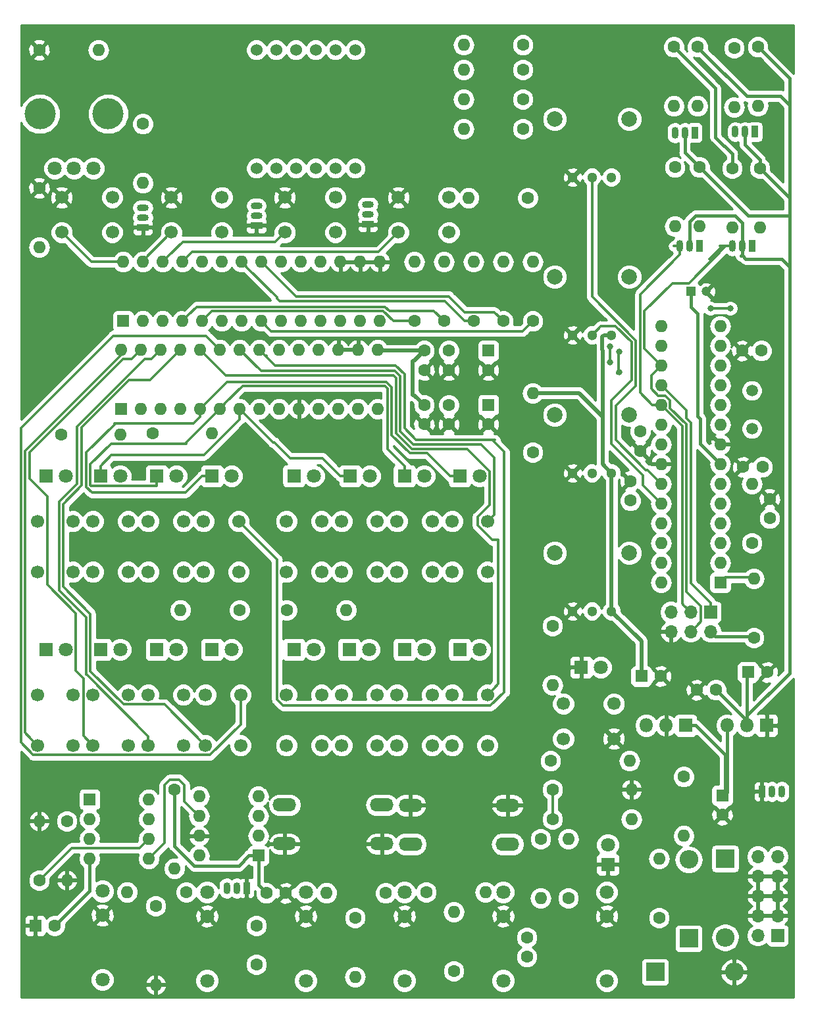
<source format=gbr>
G04 #@! TF.GenerationSoftware,KiCad,Pcbnew,(5.0.0)*
G04 #@! TF.CreationDate,2018-08-16T22:16:20-07:00*
G04 #@! TF.ProjectId,Super Sixteen v1,5375706572205369787465656E207631,rev?*
G04 #@! TF.SameCoordinates,Original*
G04 #@! TF.FileFunction,Copper,L2,Bot,Signal*
G04 #@! TF.FilePolarity,Positive*
%FSLAX46Y46*%
G04 Gerber Fmt 4.6, Leading zero omitted, Abs format (unit mm)*
G04 Created by KiCad (PCBNEW (5.0.0)) date 08/16/18 22:16:20*
%MOMM*%
%LPD*%
G01*
G04 APERTURE LIST*
G04 #@! TA.AperFunction,ComponentPad*
%ADD10C,1.600000*%
G04 #@! TD*
G04 #@! TA.AperFunction,ComponentPad*
%ADD11O,1.600000X1.600000*%
G04 #@! TD*
G04 #@! TA.AperFunction,WasherPad*
%ADD12C,4.000000*%
G04 #@! TD*
G04 #@! TA.AperFunction,ComponentPad*
%ADD13C,1.800000*%
G04 #@! TD*
G04 #@! TA.AperFunction,ComponentPad*
%ADD14R,1.600000X1.600000*%
G04 #@! TD*
G04 #@! TA.AperFunction,ComponentPad*
%ADD15C,1.300000*%
G04 #@! TD*
G04 #@! TA.AperFunction,ComponentPad*
%ADD16C,2.000000*%
G04 #@! TD*
G04 #@! TA.AperFunction,ComponentPad*
%ADD17O,1.500000X0.900000*%
G04 #@! TD*
G04 #@! TA.AperFunction,ComponentPad*
%ADD18R,1.500000X0.900000*%
G04 #@! TD*
G04 #@! TA.AperFunction,ComponentPad*
%ADD19C,1.700000*%
G04 #@! TD*
G04 #@! TA.AperFunction,ComponentPad*
%ADD20C,1.524000*%
G04 #@! TD*
G04 #@! TA.AperFunction,ComponentPad*
%ADD21R,1.800000X1.800000*%
G04 #@! TD*
G04 #@! TA.AperFunction,ComponentPad*
%ADD22C,1.200000*%
G04 #@! TD*
G04 #@! TA.AperFunction,ComponentPad*
%ADD23R,1.200000X1.200000*%
G04 #@! TD*
G04 #@! TA.AperFunction,ComponentPad*
%ADD24O,2.400000X2.400000*%
G04 #@! TD*
G04 #@! TA.AperFunction,ComponentPad*
%ADD25R,2.400000X2.400000*%
G04 #@! TD*
G04 #@! TA.AperFunction,ComponentPad*
%ADD26O,1.700000X1.700000*%
G04 #@! TD*
G04 #@! TA.AperFunction,ComponentPad*
%ADD27R,1.700000X1.700000*%
G04 #@! TD*
G04 #@! TA.AperFunction,ComponentPad*
%ADD28R,0.900000X1.500000*%
G04 #@! TD*
G04 #@! TA.AperFunction,ComponentPad*
%ADD29O,0.900000X1.500000*%
G04 #@! TD*
G04 #@! TA.AperFunction,ComponentPad*
%ADD30O,1.800000X1.800000*%
G04 #@! TD*
G04 #@! TA.AperFunction,ComponentPad*
%ADD31C,1.500000*%
G04 #@! TD*
G04 #@! TA.AperFunction,ComponentPad*
%ADD32O,3.048000X1.727200*%
G04 #@! TD*
G04 #@! TA.AperFunction,ViaPad*
%ADD33C,0.800000*%
G04 #@! TD*
G04 #@! TA.AperFunction,Conductor*
%ADD34C,0.508000*%
G04 #@! TD*
G04 #@! TA.AperFunction,Conductor*
%ADD35C,0.400000*%
G04 #@! TD*
G04 #@! TA.AperFunction,Conductor*
%ADD36C,0.350000*%
G04 #@! TD*
G04 #@! TA.AperFunction,Conductor*
%ADD37C,0.600000*%
G04 #@! TD*
G04 #@! TA.AperFunction,Conductor*
%ADD38C,0.254000*%
G04 #@! TD*
G04 APERTURE END LIST*
D10*
G04 #@! TO.P,R35,1*
G04 #@! TO.N,Net-(J1-Pad1)*
X140716000Y-134620000D03*
D11*
G04 #@! TO.P,R35,2*
G04 #@! TO.N,Gate*
X140716000Y-142240000D03*
G04 #@! TD*
D10*
G04 #@! TO.P,C17,2*
G04 #@! TO.N,Net-(C17-Pad2)*
X138938000Y-149820000D03*
G04 #@! TO.P,C17,1*
G04 #@! TO.N,Net-(C17-Pad1)*
X138938000Y-147320000D03*
G04 #@! TD*
D12*
G04 #@! TO.P,SW1,0*
G04 #@! TO.N,*
X85085000Y-41260000D03*
X76285000Y-41260000D03*
D13*
G04 #@! TO.P,SW1,1*
G04 #@! TO.N,N/C*
X83185000Y-48260000D03*
G04 #@! TO.P,SW1,2*
X80685000Y-48260000D03*
G04 #@! TO.P,SW1,3*
X78185000Y-48260000D03*
G04 #@! TD*
D11*
G04 #@! TO.P,R30,2*
G04 #@! TO.N,ClockIn*
X93599000Y-138430000D03*
D10*
G04 #@! TO.P,R30,1*
G04 #@! TO.N,+5V*
X93599000Y-128270000D03*
G04 #@! TD*
D11*
G04 #@! TO.P,U8,8*
G04 #@! TO.N,Net-(U7-Pad3)*
X96774000Y-136779000D03*
G04 #@! TO.P,U8,4*
G04 #@! TO.N,MOSI*
X104394000Y-129159000D03*
G04 #@! TO.P,U8,7*
G04 #@! TO.N,GND*
X96774000Y-134239000D03*
G04 #@! TO.P,U8,3*
G04 #@! TO.N,SCK*
X104394000Y-131699000D03*
G04 #@! TO.P,U8,6*
G04 #@! TO.N,Net-(U7-Pad5)*
X96774000Y-131699000D03*
G04 #@! TO.P,U8,2*
G04 #@! TO.N,CS1*
X104394000Y-134239000D03*
G04 #@! TO.P,U8,5*
G04 #@! TO.N,LDAC*
X96774000Y-129159000D03*
D14*
G04 #@! TO.P,U8,1*
G04 #@! TO.N,+5V*
X104394000Y-136779000D03*
G04 #@! TD*
G04 #@! TO.P,U2,1*
G04 #@! TO.N,RESET*
X163830000Y-101600000D03*
D11*
G04 #@! TO.P,U2,15*
G04 #@! TO.N,CS1*
X156210000Y-68580000D03*
G04 #@! TO.P,U2,2*
G04 #@! TO.N,Gate*
X163830000Y-99060000D03*
G04 #@! TO.P,U2,16*
G04 #@! TO.N,CS0*
X156210000Y-71120000D03*
G04 #@! TO.P,U2,3*
G04 #@! TO.N,LDAC*
X163830000Y-96520000D03*
G04 #@! TO.P,U2,17*
G04 #@! TO.N,MOSI*
X156210000Y-73660000D03*
G04 #@! TO.P,U2,4*
G04 #@! TO.N,ClockOut*
X163830000Y-93980000D03*
G04 #@! TO.P,U2,18*
G04 #@! TO.N,MISO*
X156210000Y-76200000D03*
G04 #@! TO.P,U2,5*
G04 #@! TO.N,ClockIn*
X163830000Y-91440000D03*
G04 #@! TO.P,U2,19*
G04 #@! TO.N,SCK*
X156210000Y-78740000D03*
G04 #@! TO.P,U2,6*
G04 #@! TO.N,ResetIn*
X163830000Y-88900000D03*
G04 #@! TO.P,U2,20*
G04 #@! TO.N,Net-(C5-Pad1)*
X156210000Y-81280000D03*
G04 #@! TO.P,U2,7*
G04 #@! TO.N,+5V*
X163830000Y-86360000D03*
G04 #@! TO.P,U2,21*
G04 #@! TO.N,Net-(C7-Pad1)*
X156210000Y-83820000D03*
G04 #@! TO.P,U2,8*
G04 #@! TO.N,GND*
X163830000Y-83820000D03*
G04 #@! TO.P,U2,22*
X156210000Y-86360000D03*
G04 #@! TO.P,U2,9*
G04 #@! TO.N,Net-(C2-Pad2)*
X163830000Y-81280000D03*
G04 #@! TO.P,U2,23*
G04 #@! TO.N,Net-(RV1-Pad2)*
X156210000Y-88900000D03*
G04 #@! TO.P,U2,10*
G04 #@! TO.N,Net-(C6-Pad2)*
X163830000Y-78740000D03*
G04 #@! TO.P,U2,24*
G04 #@! TO.N,Net-(RV2-Pad2)*
X156210000Y-91440000D03*
G04 #@! TO.P,U2,11*
G04 #@! TO.N,Net-(S23-Pad2)*
X163830000Y-76200000D03*
G04 #@! TO.P,U2,25*
G04 #@! TO.N,Net-(RV3-Pad2)*
X156210000Y-93980000D03*
G04 #@! TO.P,U2,12*
G04 #@! TO.N,Net-(SW3-Pad2)*
X163830000Y-73660000D03*
G04 #@! TO.P,U2,26*
G04 #@! TO.N,Net-(RV4-Pad2)*
X156210000Y-96520000D03*
G04 #@! TO.P,U2,13*
G04 #@! TO.N,Net-(SW2-Pad2)*
X163830000Y-71120000D03*
G04 #@! TO.P,U2,27*
G04 #@! TO.N,Net-(R8-Pad2)*
X156210000Y-99060000D03*
G04 #@! TO.P,U2,14*
G04 #@! TO.N,CS2*
X163830000Y-68580000D03*
G04 #@! TO.P,U2,28*
G04 #@! TO.N,Net-(R7-Pad2)*
X156210000Y-101600000D03*
G04 #@! TD*
D10*
G04 #@! TO.P,R13,1*
G04 #@! TO.N,/A2*
X89535000Y-42545000D03*
D11*
G04 #@! TO.P,R13,2*
G04 #@! TO.N,Net-(Q3-Pad2)*
X89535000Y-50165000D03*
G04 #@! TD*
G04 #@! TO.P,R14,2*
G04 #@! TO.N,Net-(Q4-Pad2)*
X132080000Y-60325000D03*
D10*
G04 #@! TO.P,R14,1*
G04 #@! TO.N,/A1*
X132080000Y-67945000D03*
G04 #@! TD*
G04 #@! TO.P,R24,1*
G04 #@! TO.N,Net-(R24-Pad1)*
X124460000Y-67945000D03*
D11*
G04 #@! TO.P,R24,2*
G04 #@! TO.N,Net-(J9-Pad1)*
X124460000Y-60325000D03*
G04 #@! TD*
D15*
G04 #@! TO.P,RV2,1*
G04 #@! TO.N,GND*
X144820000Y-69730000D03*
G04 #@! TO.P,RV2,2*
G04 #@! TO.N,Net-(RV2-Pad2)*
X147320000Y-69730000D03*
G04 #@! TO.P,RV2,3*
G04 #@! TO.N,+5V*
X149820000Y-69730000D03*
D16*
G04 #@! TO.P,RV2,*
G04 #@! TO.N,*
X142520000Y-62230000D03*
X152120000Y-62230000D03*
G04 #@! TD*
D17*
G04 #@! TO.P,Q3,2*
G04 #@! TO.N,Net-(Q3-Pad2)*
X89535000Y-54610000D03*
G04 #@! TO.P,Q3,3*
G04 #@! TO.N,Net-(J9-Pad12)*
X89535000Y-53340000D03*
D18*
G04 #@! TO.P,Q3,1*
G04 #@! TO.N,GND*
X89535000Y-55880000D03*
G04 #@! TD*
D10*
G04 #@! TO.P,R22,1*
G04 #@! TO.N,Net-(R22-Pad1)*
X139065000Y-52070000D03*
D11*
G04 #@! TO.P,R22,2*
G04 #@! TO.N,Net-(J9-Pad4)*
X131445000Y-52070000D03*
G04 #@! TD*
D19*
G04 #@! TO.P,S20,1*
G04 #@! TO.N,N/C*
X128905000Y-56515000D03*
G04 #@! TO.P,S20,2*
G04 #@! TO.N,/A4*
X122405000Y-56515000D03*
G04 #@! TO.P,S20,3*
G04 #@! TO.N,N/C*
X128905000Y-52015000D03*
G04 #@! TO.P,S20,4*
G04 #@! TO.N,GND*
X122405000Y-52015000D03*
G04 #@! TD*
D20*
G04 #@! TO.P,J9,1*
G04 #@! TO.N,Net-(J9-Pad1)*
X104140000Y-48260000D03*
G04 #@! TO.P,J9,2*
G04 #@! TO.N,Net-(J9-Pad2)*
X106680000Y-48260000D03*
G04 #@! TO.P,J9,3*
G04 #@! TO.N,Net-(J9-Pad3)*
X109220000Y-48260000D03*
G04 #@! TO.P,J9,4*
G04 #@! TO.N,Net-(J9-Pad4)*
X111760000Y-48260000D03*
G04 #@! TO.P,J9,5*
G04 #@! TO.N,Net-(J9-Pad5)*
X114300000Y-48260000D03*
G04 #@! TO.P,J9,6*
G04 #@! TO.N,N/C*
X116840000Y-48260000D03*
G04 #@! TO.P,J9,7*
G04 #@! TO.N,Net-(J9-Pad7)*
X116840000Y-33020000D03*
G04 #@! TO.P,J9,8*
G04 #@! TO.N,Net-(J9-Pad8)*
X114300000Y-33020000D03*
G04 #@! TO.P,J9,9*
G04 #@! TO.N,Net-(J9-Pad9)*
X111760000Y-33020000D03*
G04 #@! TO.P,J9,10*
G04 #@! TO.N,Net-(J9-Pad10)*
X109220000Y-33020000D03*
G04 #@! TO.P,J9,11*
G04 #@! TO.N,Net-(J9-Pad11)*
X106680000Y-33020000D03*
G04 #@! TO.P,J9,12*
G04 #@! TO.N,Net-(J9-Pad12)*
X104140000Y-33020000D03*
G04 #@! TD*
D21*
G04 #@! TO.P,D11,1*
G04 #@! TO.N,Net-(D11-Pad1)*
X91313000Y-110236000D03*
D13*
G04 #@! TO.P,D11,2*
G04 #@! TO.N,Net-(D10-Pad2)*
X93853000Y-110236000D03*
G04 #@! TD*
D10*
G04 #@! TO.P,R10,1*
G04 #@! TO.N,+5V*
X165608000Y-32766000D03*
D11*
G04 #@! TO.P,R10,2*
G04 #@! TO.N,MISO*
X165608000Y-40386000D03*
G04 #@! TD*
D19*
G04 #@! TO.P,S18,4*
G04 #@! TO.N,GND*
X93195000Y-52015000D03*
G04 #@! TO.P,S18,3*
G04 #@! TO.N,N/C*
X99695000Y-52015000D03*
G04 #@! TO.P,S18,2*
G04 #@! TO.N,/A6*
X93195000Y-56515000D03*
G04 #@! TO.P,S18,1*
G04 #@! TO.N,N/C*
X99695000Y-56515000D03*
G04 #@! TD*
G04 #@! TO.P,S19,4*
G04 #@! TO.N,GND*
X107800000Y-52015000D03*
G04 #@! TO.P,S19,3*
G04 #@! TO.N,N/C*
X114300000Y-52015000D03*
G04 #@! TO.P,S19,2*
G04 #@! TO.N,/A5*
X107800000Y-56515000D03*
G04 #@! TO.P,S19,1*
G04 #@! TO.N,N/C*
X114300000Y-56515000D03*
G04 #@! TD*
G04 #@! TO.P,S17,1*
G04 #@! TO.N,N/C*
X85598000Y-56515000D03*
G04 #@! TO.P,S17,2*
G04 #@! TO.N,/A7*
X79098000Y-56515000D03*
G04 #@! TO.P,S17,3*
G04 #@! TO.N,N/C*
X85598000Y-52015000D03*
G04 #@! TO.P,S17,4*
G04 #@! TO.N,GND*
X79098000Y-52015000D03*
G04 #@! TD*
D13*
G04 #@! TO.P,D5,2*
G04 #@! TO.N,Net-(D5-Pad2)*
X111506000Y-87884000D03*
D21*
G04 #@! TO.P,D5,1*
G04 #@! TO.N,Net-(D1-Pad1)*
X108966000Y-87884000D03*
G04 #@! TD*
G04 #@! TO.P,D9,1*
G04 #@! TO.N,Net-(D1-Pad1)*
X77089000Y-110236000D03*
D13*
G04 #@! TO.P,D9,2*
G04 #@! TO.N,Net-(D10-Pad2)*
X79629000Y-110236000D03*
G04 #@! TD*
D14*
G04 #@! TO.P,C1,1*
G04 #@! TO.N,+5V*
X153670000Y-113665000D03*
D10*
G04 #@! TO.P,C1,2*
G04 #@! TO.N,GND*
X156170000Y-113665000D03*
G04 #@! TD*
G04 #@! TO.P,C2,1*
G04 #@! TO.N,GND*
X166751000Y-86741000D03*
G04 #@! TO.P,C2,2*
G04 #@! TO.N,Net-(C2-Pad2)*
X169251000Y-86741000D03*
G04 #@! TD*
D22*
G04 #@! TO.P,C3,2*
G04 #@! TO.N,GND*
X162020000Y-64135000D03*
D23*
G04 #@! TO.P,C3,1*
G04 #@! TO.N,+5V*
X160020000Y-64135000D03*
G04 #@! TD*
D10*
G04 #@! TO.P,C4,1*
G04 #@! TO.N,+5V*
X170180000Y-93345000D03*
G04 #@! TO.P,C4,2*
G04 #@! TO.N,GND*
X170180000Y-90845000D03*
G04 #@! TD*
G04 #@! TO.P,C5,1*
G04 #@! TO.N,Net-(C5-Pad1)*
X153543000Y-82169000D03*
G04 #@! TO.P,C5,2*
G04 #@! TO.N,GND*
X153543000Y-84669000D03*
G04 #@! TD*
G04 #@! TO.P,C6,2*
G04 #@! TO.N,Net-(C6-Pad2)*
X169124000Y-71755000D03*
G04 #@! TO.P,C6,1*
G04 #@! TO.N,GND*
X166624000Y-71755000D03*
G04 #@! TD*
G04 #@! TO.P,C7,2*
G04 #@! TO.N,GND*
X152273000Y-88559000D03*
G04 #@! TO.P,C7,1*
G04 #@! TO.N,Net-(C7-Pad1)*
X152273000Y-91059000D03*
G04 #@! TD*
G04 #@! TO.P,C8,2*
G04 #@! TO.N,GND*
X133985000Y-81240000D03*
D14*
G04 #@! TO.P,C8,1*
G04 #@! TO.N,+5V*
X133985000Y-78740000D03*
G04 #@! TD*
D10*
G04 #@! TO.P,C9,2*
G04 #@! TO.N,GND*
X128905000Y-74255000D03*
G04 #@! TO.P,C9,1*
G04 #@! TO.N,+5V*
X128905000Y-71755000D03*
G04 #@! TD*
G04 #@! TO.P,C10,2*
G04 #@! TO.N,GND*
X125730000Y-81240000D03*
G04 #@! TO.P,C10,1*
G04 #@! TO.N,+5V*
X125730000Y-78740000D03*
G04 #@! TD*
D14*
G04 #@! TO.P,C11,1*
G04 #@! TO.N,+3V3*
X167386000Y-113157000D03*
D10*
G04 #@! TO.P,C11,2*
G04 #@! TO.N,GND*
X169886000Y-113157000D03*
G04 #@! TD*
D14*
G04 #@! TO.P,C12,1*
G04 #@! TO.N,+5V*
X133985000Y-71755000D03*
D10*
G04 #@! TO.P,C12,2*
G04 #@! TO.N,GND*
X133985000Y-74255000D03*
G04 #@! TD*
G04 #@! TO.P,C13,1*
G04 #@! TO.N,+5V*
X128905000Y-78740000D03*
G04 #@! TO.P,C13,2*
G04 #@! TO.N,GND*
X128905000Y-81240000D03*
G04 #@! TD*
G04 #@! TO.P,C14,2*
G04 #@! TO.N,GND*
X125730000Y-74255000D03*
G04 #@! TO.P,C14,1*
G04 #@! TO.N,+5V*
X125730000Y-71755000D03*
G04 #@! TD*
G04 #@! TO.P,C15,1*
G04 #@! TO.N,GND*
X160782000Y-115443000D03*
G04 #@! TO.P,C15,2*
G04 #@! TO.N,+3V3*
X163282000Y-115443000D03*
G04 #@! TD*
G04 #@! TO.P,C16,2*
G04 #@! TO.N,GND*
X107910000Y-141605000D03*
G04 #@! TO.P,C16,1*
G04 #@! TO.N,+5V*
X105410000Y-141605000D03*
G04 #@! TD*
D14*
G04 #@! TO.P,C18,1*
G04 #@! TO.N,+12V*
X164084000Y-129032000D03*
D10*
G04 #@! TO.P,C18,2*
G04 #@! TO.N,GND*
X164084000Y-131532000D03*
G04 #@! TD*
G04 #@! TO.P,C19,2*
G04 #@! TO.N,-12VA*
X78192000Y-145796000D03*
D14*
G04 #@! TO.P,C19,1*
G04 #@! TO.N,GND*
X75692000Y-145796000D03*
G04 #@! TD*
D13*
G04 #@! TO.P,D1,2*
G04 #@! TO.N,Net-(D1-Pad2)*
X79629000Y-87884000D03*
D21*
G04 #@! TO.P,D1,1*
G04 #@! TO.N,Net-(D1-Pad1)*
X77089000Y-87884000D03*
G04 #@! TD*
D13*
G04 #@! TO.P,D2,2*
G04 #@! TO.N,Net-(D1-Pad2)*
X86614000Y-87884000D03*
D21*
G04 #@! TO.P,D2,1*
G04 #@! TO.N,Net-(D10-Pad1)*
X84074000Y-87884000D03*
G04 #@! TD*
G04 #@! TO.P,D3,1*
G04 #@! TO.N,Net-(D11-Pad1)*
X91313000Y-87884000D03*
D13*
G04 #@! TO.P,D3,2*
G04 #@! TO.N,Net-(D1-Pad2)*
X93853000Y-87884000D03*
G04 #@! TD*
D21*
G04 #@! TO.P,D4,1*
G04 #@! TO.N,Net-(D12-Pad1)*
X98425000Y-87884000D03*
D13*
G04 #@! TO.P,D4,2*
G04 #@! TO.N,Net-(D1-Pad2)*
X100965000Y-87884000D03*
G04 #@! TD*
G04 #@! TO.P,D6,2*
G04 #@! TO.N,Net-(D5-Pad2)*
X118745000Y-87884000D03*
D21*
G04 #@! TO.P,D6,1*
G04 #@! TO.N,Net-(D10-Pad1)*
X116205000Y-87884000D03*
G04 #@! TD*
D13*
G04 #@! TO.P,D7,2*
G04 #@! TO.N,Net-(D5-Pad2)*
X125730000Y-87884000D03*
D21*
G04 #@! TO.P,D7,1*
G04 #@! TO.N,Net-(D11-Pad1)*
X123190000Y-87884000D03*
G04 #@! TD*
D13*
G04 #@! TO.P,D8,2*
G04 #@! TO.N,Net-(D5-Pad2)*
X132842000Y-87884000D03*
D21*
G04 #@! TO.P,D8,1*
G04 #@! TO.N,Net-(D12-Pad1)*
X130302000Y-87884000D03*
G04 #@! TD*
G04 #@! TO.P,D10,1*
G04 #@! TO.N,Net-(D10-Pad1)*
X84074000Y-110236000D03*
D13*
G04 #@! TO.P,D10,2*
G04 #@! TO.N,Net-(D10-Pad2)*
X86614000Y-110236000D03*
G04 #@! TD*
D21*
G04 #@! TO.P,D12,1*
G04 #@! TO.N,Net-(D12-Pad1)*
X98425000Y-110236000D03*
D13*
G04 #@! TO.P,D12,2*
G04 #@! TO.N,Net-(D10-Pad2)*
X100965000Y-110236000D03*
G04 #@! TD*
G04 #@! TO.P,D13,2*
G04 #@! TO.N,Net-(D13-Pad2)*
X111506000Y-110236000D03*
D21*
G04 #@! TO.P,D13,1*
G04 #@! TO.N,Net-(D1-Pad1)*
X108966000Y-110236000D03*
G04 #@! TD*
D13*
G04 #@! TO.P,D14,2*
G04 #@! TO.N,Net-(D13-Pad2)*
X118618000Y-110236000D03*
D21*
G04 #@! TO.P,D14,1*
G04 #@! TO.N,Net-(D10-Pad1)*
X116078000Y-110236000D03*
G04 #@! TD*
G04 #@! TO.P,D15,1*
G04 #@! TO.N,Net-(D11-Pad1)*
X123190000Y-110236000D03*
D13*
G04 #@! TO.P,D15,2*
G04 #@! TO.N,Net-(D13-Pad2)*
X125730000Y-110236000D03*
G04 #@! TD*
D21*
G04 #@! TO.P,D16,1*
G04 #@! TO.N,Net-(D12-Pad1)*
X130302000Y-110236000D03*
D13*
G04 #@! TO.P,D16,2*
G04 #@! TO.N,Net-(D13-Pad2)*
X132842000Y-110236000D03*
G04 #@! TD*
D21*
G04 #@! TO.P,D18,1*
G04 #@! TO.N,GND*
X145923000Y-112522000D03*
D13*
G04 #@! TO.P,D18,2*
G04 #@! TO.N,Net-(D18-Pad2)*
X148463000Y-112522000D03*
G04 #@! TD*
G04 #@! TO.P,D19,2*
G04 #@! TO.N,Net-(D19-Pad2)*
X149352000Y-135382000D03*
D21*
G04 #@! TO.P,D19,1*
G04 #@! TO.N,GND*
X149352000Y-137922000D03*
G04 #@! TD*
D24*
G04 #@! TO.P,D20,2*
G04 #@! TO.N,GND*
X165608000Y-151765000D03*
D25*
G04 #@! TO.P,D20,1*
G04 #@! TO.N,Gate*
X155448000Y-151765000D03*
G04 #@! TD*
G04 #@! TO.P,D21,1*
G04 #@! TO.N,Net-(D21-Pad1)*
X164465000Y-137160000D03*
D24*
G04 #@! TO.P,D21,2*
G04 #@! TO.N,Net-(D21-Pad2)*
X164465000Y-147320000D03*
G04 #@! TD*
G04 #@! TO.P,D22,2*
G04 #@! TO.N,Net-(D22-Pad2)*
X159766000Y-137287000D03*
D25*
G04 #@! TO.P,D22,1*
G04 #@! TO.N,Net-(D22-Pad1)*
X159766000Y-147447000D03*
G04 #@! TD*
D13*
G04 #@! TO.P,J1,2*
G04 #@! TO.N,GND*
X149225000Y-144575000D03*
G04 #@! TO.P,J1,1*
G04 #@! TO.N,Net-(J1-Pad1)*
X149225000Y-141475000D03*
G04 #@! TO.P,J1,3*
G04 #@! TO.N,N/C*
X149225000Y-152875000D03*
G04 #@! TD*
G04 #@! TO.P,J2,3*
G04 #@! TO.N,N/C*
X110490000Y-152875000D03*
G04 #@! TO.P,J2,1*
G04 #@! TO.N,ClockIn*
X110490000Y-141475000D03*
G04 #@! TO.P,J2,2*
G04 #@! TO.N,GND*
X110490000Y-144575000D03*
G04 #@! TD*
G04 #@! TO.P,J3,3*
G04 #@! TO.N,ClockOut*
X84328000Y-152748000D03*
G04 #@! TO.P,J3,1*
G04 #@! TO.N,Net-(J3-Pad1)*
X84328000Y-141348000D03*
G04 #@! TO.P,J3,2*
G04 #@! TO.N,GND*
X84328000Y-144448000D03*
G04 #@! TD*
D26*
G04 #@! TO.P,J4,10*
G04 #@! TO.N,Net-(D22-Pad1)*
X168656000Y-136906000D03*
G04 #@! TO.P,J4,9*
X171196000Y-136906000D03*
G04 #@! TO.P,J4,8*
G04 #@! TO.N,GND*
X168656000Y-139446000D03*
G04 #@! TO.P,J4,7*
X171196000Y-139446000D03*
G04 #@! TO.P,J4,6*
X168656000Y-141986000D03*
G04 #@! TO.P,J4,5*
X171196000Y-141986000D03*
G04 #@! TO.P,J4,4*
X168656000Y-144526000D03*
G04 #@! TO.P,J4,3*
X171196000Y-144526000D03*
G04 #@! TO.P,J4,2*
G04 #@! TO.N,Net-(D21-Pad2)*
X168656000Y-147066000D03*
D27*
G04 #@! TO.P,J4,1*
X171196000Y-147066000D03*
G04 #@! TD*
D26*
G04 #@! TO.P,J5,6*
G04 #@! TO.N,GND*
X157480000Y-107950000D03*
G04 #@! TO.P,J5,5*
G04 #@! TO.N,RESET*
X157480000Y-105410000D03*
G04 #@! TO.P,J5,4*
G04 #@! TO.N,MOSI*
X160020000Y-107950000D03*
G04 #@! TO.P,J5,3*
G04 #@! TO.N,SCK*
X160020000Y-105410000D03*
G04 #@! TO.P,J5,2*
G04 #@! TO.N,+5V*
X162560000Y-107950000D03*
D27*
G04 #@! TO.P,J5,1*
G04 #@! TO.N,MISO*
X162560000Y-105410000D03*
G04 #@! TD*
D13*
G04 #@! TO.P,J6,3*
G04 #@! TO.N,N/C*
X135890000Y-152875000D03*
G04 #@! TO.P,J6,1*
G04 #@! TO.N,Pitch*
X135890000Y-141475000D03*
G04 #@! TO.P,J6,2*
G04 #@! TO.N,GND*
X135890000Y-144575000D03*
G04 #@! TD*
G04 #@! TO.P,J7,2*
G04 #@! TO.N,GND*
X123190000Y-144575000D03*
G04 #@! TO.P,J7,1*
G04 #@! TO.N,CV*
X123190000Y-141475000D03*
G04 #@! TO.P,J7,3*
G04 #@! TO.N,N/C*
X123190000Y-152875000D03*
G04 #@! TD*
G04 #@! TO.P,J8,2*
G04 #@! TO.N,GND*
X97790000Y-144575000D03*
G04 #@! TO.P,J8,1*
G04 #@! TO.N,Net-(J8-Pad1)*
X97790000Y-141475000D03*
G04 #@! TO.P,J8,3*
G04 #@! TO.N,N/C*
X97790000Y-152875000D03*
G04 #@! TD*
D11*
G04 #@! TO.P,L1,2*
G04 #@! TO.N,+5V*
X139700000Y-77216000D03*
D10*
G04 #@! TO.P,L1,1*
G04 #@! TO.N,Net-(C5-Pad1)*
X139700000Y-84836000D03*
G04 #@! TD*
G04 #@! TO.P,L2,1*
G04 #@! TO.N,+12V*
X159131000Y-126619000D03*
D11*
G04 #@! TO.P,L2,2*
G04 #@! TO.N,Net-(D21-Pad1)*
X159131000Y-134239000D03*
G04 #@! TD*
G04 #@! TO.P,L3,2*
G04 #@! TO.N,Net-(D22-Pad2)*
X155956000Y-137160000D03*
D10*
G04 #@! TO.P,L3,1*
G04 #@! TO.N,-12VA*
X155956000Y-144780000D03*
G04 #@! TD*
D28*
G04 #@! TO.P,Q1,1*
G04 #@! TO.N,Net-(Q1-Pad1)*
X168275000Y-43561000D03*
D29*
G04 #@! TO.P,Q1,3*
G04 #@! TO.N,MISO*
X165735000Y-43561000D03*
G04 #@! TO.P,Q1,2*
G04 #@! TO.N,+3V3*
X167005000Y-43561000D03*
G04 #@! TD*
D28*
G04 #@! TO.P,Q2,1*
G04 #@! TO.N,Net-(Q2-Pad1)*
X167894000Y-58293000D03*
D29*
G04 #@! TO.P,Q2,3*
G04 #@! TO.N,MOSI*
X165354000Y-58293000D03*
G04 #@! TO.P,Q2,2*
G04 #@! TO.N,+3V3*
X166624000Y-58293000D03*
G04 #@! TD*
D18*
G04 #@! TO.P,Q4,1*
G04 #@! TO.N,GND*
X104140000Y-55626000D03*
D17*
G04 #@! TO.P,Q4,3*
G04 #@! TO.N,Net-(J9-Pad9)*
X104140000Y-53086000D03*
G04 #@! TO.P,Q4,2*
G04 #@! TO.N,Net-(Q4-Pad2)*
X104140000Y-54356000D03*
G04 #@! TD*
G04 #@! TO.P,Q5,2*
G04 #@! TO.N,Net-(Q5-Pad2)*
X118491000Y-54229000D03*
G04 #@! TO.P,Q5,3*
G04 #@! TO.N,Net-(J9-Pad8)*
X118491000Y-52959000D03*
D18*
G04 #@! TO.P,Q5,1*
G04 #@! TO.N,GND*
X118491000Y-55499000D03*
G04 #@! TD*
D28*
G04 #@! TO.P,Q6,1*
G04 #@! TO.N,Net-(Q6-Pad1)*
X160528000Y-43688000D03*
D29*
G04 #@! TO.P,Q6,3*
G04 #@! TO.N,CS2*
X157988000Y-43688000D03*
G04 #@! TO.P,Q6,2*
G04 #@! TO.N,+3V3*
X159258000Y-43688000D03*
G04 #@! TD*
G04 #@! TO.P,Q7,2*
G04 #@! TO.N,+3V3*
X159893000Y-58293000D03*
G04 #@! TO.P,Q7,3*
G04 #@! TO.N,SCK*
X158623000Y-58293000D03*
D28*
G04 #@! TO.P,Q7,1*
G04 #@! TO.N,Net-(Q7-Pad1)*
X161163000Y-58293000D03*
G04 #@! TD*
D11*
G04 #@! TO.P,R1,2*
G04 #@! TO.N,Net-(R1-Pad2)*
X86614000Y-82550000D03*
D10*
G04 #@! TO.P,R1,1*
G04 #@! TO.N,Net-(D1-Pad2)*
X78994000Y-82550000D03*
G04 #@! TD*
D11*
G04 #@! TO.P,R2,2*
G04 #@! TO.N,RESET*
X168148000Y-101092000D03*
D10*
G04 #@! TO.P,R2,1*
G04 #@! TO.N,+5V*
X168148000Y-108712000D03*
G04 #@! TD*
G04 #@! TO.P,R3,1*
G04 #@! TO.N,Net-(R3-Pad1)*
X90805000Y-82423000D03*
D11*
G04 #@! TO.P,R3,2*
G04 #@! TO.N,Net-(D5-Pad2)*
X98425000Y-82423000D03*
G04 #@! TD*
G04 #@! TO.P,R4,2*
G04 #@! TO.N,Net-(C2-Pad2)*
X167894000Y-88900000D03*
D10*
G04 #@! TO.P,R4,1*
G04 #@! TO.N,Net-(C6-Pad2)*
X167894000Y-96520000D03*
G04 #@! TD*
D11*
G04 #@! TO.P,R5,2*
G04 #@! TO.N,Net-(D10-Pad2)*
X94361000Y-105156000D03*
D10*
G04 #@! TO.P,R5,1*
G04 #@! TO.N,Net-(R5-Pad1)*
X101981000Y-105156000D03*
G04 #@! TD*
G04 #@! TO.P,R6,1*
G04 #@! TO.N,Net-(R6-Pad1)*
X108077000Y-105156000D03*
D11*
G04 #@! TO.P,R6,2*
G04 #@! TO.N,Net-(D13-Pad2)*
X115697000Y-105156000D03*
G04 #@! TD*
G04 #@! TO.P,R7,2*
G04 #@! TO.N,Net-(R7-Pad2)*
X83820000Y-33020000D03*
D10*
G04 #@! TO.P,R7,1*
G04 #@! TO.N,GND*
X76200000Y-33020000D03*
G04 #@! TD*
D11*
G04 #@! TO.P,R8,2*
G04 #@! TO.N,Net-(R8-Pad2)*
X76200000Y-58420000D03*
D10*
G04 #@! TO.P,R8,1*
G04 #@! TO.N,GND*
X76200000Y-50800000D03*
G04 #@! TD*
G04 #@! TO.P,R9,1*
G04 #@! TO.N,+3V3*
X168656000Y-32639000D03*
D11*
G04 #@! TO.P,R9,2*
G04 #@! TO.N,Net-(Q1-Pad1)*
X168656000Y-40259000D03*
G04 #@! TD*
G04 #@! TO.P,R11,2*
G04 #@! TO.N,Net-(Q2-Pad1)*
X168910000Y-55880000D03*
D10*
G04 #@! TO.P,R11,1*
G04 #@! TO.N,+3V3*
X168910000Y-48260000D03*
G04 #@! TD*
G04 #@! TO.P,R12,1*
G04 #@! TO.N,+5V*
X165354000Y-48260000D03*
D11*
G04 #@! TO.P,R12,2*
G04 #@! TO.N,MOSI*
X165354000Y-55880000D03*
G04 #@! TD*
G04 #@! TO.P,R15,2*
G04 #@! TO.N,Net-(Q6-Pad1)*
X160909000Y-40259000D03*
D10*
G04 #@! TO.P,R15,1*
G04 #@! TO.N,+3V3*
X160909000Y-32639000D03*
G04 #@! TD*
G04 #@! TO.P,R16,1*
G04 #@! TO.N,+5V*
X157861000Y-32639000D03*
D11*
G04 #@! TO.P,R16,2*
G04 #@! TO.N,CS2*
X157861000Y-40259000D03*
G04 #@! TD*
D10*
G04 #@! TO.P,R17,1*
G04 #@! TO.N,+3V3*
X161163000Y-48133000D03*
D11*
G04 #@! TO.P,R17,2*
G04 #@! TO.N,Net-(Q7-Pad1)*
X161163000Y-55753000D03*
G04 #@! TD*
G04 #@! TO.P,R18,2*
G04 #@! TO.N,SCK*
X157988000Y-55753000D03*
D10*
G04 #@! TO.P,R18,1*
G04 #@! TO.N,+5V*
X157988000Y-48133000D03*
G04 #@! TD*
D11*
G04 #@! TO.P,R20,2*
G04 #@! TO.N,Net-(J9-Pad11)*
X130810000Y-32385000D03*
D10*
G04 #@! TO.P,R20,1*
G04 #@! TO.N,Net-(R20-Pad1)*
X138430000Y-32385000D03*
G04 #@! TD*
D11*
G04 #@! TO.P,R21,2*
G04 #@! TO.N,Net-(J9-Pad7)*
X130810000Y-39370000D03*
D10*
G04 #@! TO.P,R21,1*
G04 #@! TO.N,Net-(R21-Pad1)*
X138430000Y-39370000D03*
G04 #@! TD*
D11*
G04 #@! TO.P,R23,2*
G04 #@! TO.N,Net-(J9-Pad2)*
X128270000Y-60325000D03*
D10*
G04 #@! TO.P,R23,1*
G04 #@! TO.N,Net-(R23-Pad1)*
X128270000Y-67945000D03*
G04 #@! TD*
D11*
G04 #@! TO.P,R25,2*
G04 #@! TO.N,Net-(J9-Pad10)*
X130810000Y-35560000D03*
D10*
G04 #@! TO.P,R25,1*
G04 #@! TO.N,Net-(R25-Pad1)*
X138430000Y-35560000D03*
G04 #@! TD*
G04 #@! TO.P,R26,1*
G04 #@! TO.N,Net-(R26-Pad1)*
X138430000Y-43180000D03*
D11*
G04 #@! TO.P,R26,2*
G04 #@! TO.N,Net-(J9-Pad5)*
X130810000Y-43180000D03*
G04 #@! TD*
D10*
G04 #@! TO.P,R27,1*
G04 #@! TO.N,Net-(R27-Pad1)*
X139700000Y-67945000D03*
D11*
G04 #@! TO.P,R27,2*
G04 #@! TO.N,Net-(J9-Pad3)*
X139700000Y-60325000D03*
G04 #@! TD*
D10*
G04 #@! TO.P,R28,1*
G04 #@! TO.N,/A3*
X142240000Y-107188000D03*
D11*
G04 #@! TO.P,R28,2*
G04 #@! TO.N,Net-(D18-Pad2)*
X142240000Y-114808000D03*
G04 #@! TD*
D10*
G04 #@! TO.P,R29,1*
G04 #@! TO.N,Gate*
X144272000Y-142240000D03*
D11*
G04 #@! TO.P,R29,2*
G04 #@! TO.N,Net-(D19-Pad2)*
X144272000Y-134620000D03*
G04 #@! TD*
D10*
G04 #@! TO.P,R31,1*
G04 #@! TO.N,Pitch*
X125984000Y-141478000D03*
D11*
G04 #@! TO.P,R31,2*
G04 #@! TO.N,Net-(C17-Pad1)*
X133604000Y-141478000D03*
G04 #@! TD*
G04 #@! TO.P,R32,2*
G04 #@! TO.N,GND*
X79756000Y-139954000D03*
D10*
G04 #@! TO.P,R32,1*
G04 #@! TO.N,Net-(C17-Pad2)*
X79756000Y-132334000D03*
G04 #@! TD*
G04 #@! TO.P,R33,1*
G04 #@! TO.N,Pitch*
X129540000Y-151638000D03*
D11*
G04 #@! TO.P,R33,2*
G04 #@! TO.N,Net-(C17-Pad2)*
X129540000Y-144018000D03*
G04 #@! TD*
G04 #@! TO.P,R34,2*
G04 #@! TO.N,Net-(J3-Pad1)*
X87503000Y-141478000D03*
D10*
G04 #@! TO.P,R34,1*
G04 #@! TO.N,Net-(Q8-Pad2)*
X95123000Y-141478000D03*
G04 #@! TD*
G04 #@! TO.P,R36,1*
G04 #@! TO.N,Net-(Q8-Pad2)*
X91186000Y-143256000D03*
D11*
G04 #@! TO.P,R36,2*
G04 #@! TO.N,GND*
X91186000Y-153416000D03*
G04 #@! TD*
G04 #@! TO.P,R37,2*
G04 #@! TO.N,Net-(C20-Pad1)*
X113157000Y-141605000D03*
D10*
G04 #@! TO.P,R37,1*
G04 #@! TO.N,CV*
X120777000Y-141605000D03*
G04 #@! TD*
G04 #@! TO.P,R38,1*
G04 #@! TO.N,+5V*
X141986000Y-124587000D03*
D11*
G04 #@! TO.P,R38,2*
G04 #@! TO.N,ResetIn*
X152146000Y-124587000D03*
G04 #@! TD*
G04 #@! TO.P,R39,2*
G04 #@! TO.N,GND*
X76200000Y-132334000D03*
D10*
G04 #@! TO.P,R39,1*
G04 #@! TO.N,Net-(C20-Pad2)*
X76200000Y-139954000D03*
G04 #@! TD*
D11*
G04 #@! TO.P,R40,2*
G04 #@! TO.N,Net-(C20-Pad2)*
X116840000Y-152400000D03*
D10*
G04 #@! TO.P,R40,1*
G04 #@! TO.N,CV*
X116840000Y-144780000D03*
G04 #@! TD*
D11*
G04 #@! TO.P,R41,2*
G04 #@! TO.N,Net-(J8-Pad1)*
X152400000Y-132080000D03*
D10*
G04 #@! TO.P,R41,1*
G04 #@! TO.N,Net-(Q9-Pad2)*
X142240000Y-132080000D03*
G04 #@! TD*
D11*
G04 #@! TO.P,R42,2*
G04 #@! TO.N,GND*
X152400000Y-128270000D03*
D10*
G04 #@! TO.P,R42,1*
G04 #@! TO.N,Net-(Q9-Pad2)*
X142240000Y-128270000D03*
G04 #@! TD*
D16*
G04 #@! TO.P,RV1,*
G04 #@! TO.N,*
X152120000Y-41910000D03*
X142520000Y-41910000D03*
D15*
G04 #@! TO.P,RV1,3*
G04 #@! TO.N,+5V*
X149820000Y-49410000D03*
G04 #@! TO.P,RV1,2*
G04 #@! TO.N,Net-(RV1-Pad2)*
X147320000Y-49410000D03*
G04 #@! TO.P,RV1,1*
G04 #@! TO.N,GND*
X144820000Y-49410000D03*
G04 #@! TD*
D16*
G04 #@! TO.P,RV3,*
G04 #@! TO.N,*
X152120000Y-80010000D03*
X142520000Y-80010000D03*
D15*
G04 #@! TO.P,RV3,3*
G04 #@! TO.N,+5V*
X149820000Y-87510000D03*
G04 #@! TO.P,RV3,2*
G04 #@! TO.N,Net-(RV3-Pad2)*
X147320000Y-87510000D03*
G04 #@! TO.P,RV3,1*
G04 #@! TO.N,GND*
X144820000Y-87510000D03*
G04 #@! TD*
G04 #@! TO.P,RV4,1*
G04 #@! TO.N,GND*
X144820000Y-105290000D03*
G04 #@! TO.P,RV4,2*
G04 #@! TO.N,Net-(RV4-Pad2)*
X147320000Y-105290000D03*
G04 #@! TO.P,RV4,3*
G04 #@! TO.N,+5V*
X149820000Y-105290000D03*
D16*
G04 #@! TO.P,RV4,*
G04 #@! TO.N,*
X142520000Y-97790000D03*
X152120000Y-97790000D03*
G04 #@! TD*
D30*
G04 #@! TO.P,U1,3*
G04 #@! TO.N,+5V*
X154305000Y-120015000D03*
G04 #@! TO.P,U1,2*
G04 #@! TO.N,GND*
X156845000Y-120015000D03*
D21*
G04 #@! TO.P,U1,1*
G04 #@! TO.N,+12V*
X159385000Y-120015000D03*
G04 #@! TD*
G04 #@! TO.P,U3,1*
G04 #@! TO.N,GND*
X169799000Y-120015000D03*
D30*
G04 #@! TO.P,U3,2*
G04 #@! TO.N,+3V3*
X167259000Y-120015000D03*
G04 #@! TO.P,U3,3*
G04 #@! TO.N,+12V*
X164719000Y-120015000D03*
G04 #@! TD*
D14*
G04 #@! TO.P,U4,1*
G04 #@! TO.N,Net-(R1-Pad2)*
X86741000Y-79248000D03*
D11*
G04 #@! TO.P,U4,15*
G04 #@! TO.N,+5V*
X119761000Y-71628000D03*
G04 #@! TO.P,U4,2*
G04 #@! TO.N,Net-(R3-Pad1)*
X89281000Y-79248000D03*
G04 #@! TO.P,U4,16*
G04 #@! TO.N,GND*
X117221000Y-71628000D03*
G04 #@! TO.P,U4,3*
G04 #@! TO.N,Net-(R5-Pad1)*
X91821000Y-79248000D03*
G04 #@! TO.P,U4,17*
G04 #@! TO.N,GND*
X114681000Y-71628000D03*
G04 #@! TO.P,U4,4*
G04 #@! TO.N,Net-(R6-Pad1)*
X94361000Y-79248000D03*
G04 #@! TO.P,U4,18*
G04 #@! TO.N,+5V*
X112141000Y-71628000D03*
G04 #@! TO.P,U4,5*
G04 #@! TO.N,Net-(D12-Pad1)*
X96901000Y-79248000D03*
G04 #@! TO.P,U4,19*
G04 #@! TO.N,N/C*
X109601000Y-71628000D03*
G04 #@! TO.P,U4,6*
G04 #@! TO.N,Net-(D11-Pad1)*
X99441000Y-79248000D03*
G04 #@! TO.P,U4,20*
G04 #@! TO.N,N/C*
X107061000Y-71628000D03*
G04 #@! TO.P,U4,7*
G04 #@! TO.N,Net-(D10-Pad1)*
X101981000Y-79248000D03*
G04 #@! TO.P,U4,21*
G04 #@! TO.N,/B0*
X104521000Y-71628000D03*
G04 #@! TO.P,U4,8*
G04 #@! TO.N,Net-(D1-Pad1)*
X104521000Y-79248000D03*
G04 #@! TO.P,U4,22*
G04 #@! TO.N,/B1*
X101981000Y-71628000D03*
G04 #@! TO.P,U4,9*
G04 #@! TO.N,+5V*
X107061000Y-79248000D03*
G04 #@! TO.P,U4,23*
G04 #@! TO.N,/B2*
X99441000Y-71628000D03*
G04 #@! TO.P,U4,10*
G04 #@! TO.N,GND*
X109601000Y-79248000D03*
G04 #@! TO.P,U4,24*
G04 #@! TO.N,/B3*
X96901000Y-71628000D03*
G04 #@! TO.P,U4,11*
G04 #@! TO.N,CS0*
X112141000Y-79248000D03*
G04 #@! TO.P,U4,25*
G04 #@! TO.N,/B4*
X94361000Y-71628000D03*
G04 #@! TO.P,U4,12*
G04 #@! TO.N,SCK*
X114681000Y-79248000D03*
G04 #@! TO.P,U4,26*
G04 #@! TO.N,/B5*
X91821000Y-71628000D03*
G04 #@! TO.P,U4,13*
G04 #@! TO.N,MOSI*
X117221000Y-79248000D03*
G04 #@! TO.P,U4,27*
G04 #@! TO.N,/B6*
X89281000Y-71628000D03*
G04 #@! TO.P,U4,14*
G04 #@! TO.N,MISO*
X119761000Y-79248000D03*
G04 #@! TO.P,U4,28*
G04 #@! TO.N,/B7*
X86741000Y-71628000D03*
G04 #@! TD*
G04 #@! TO.P,U6,28*
G04 #@! TO.N,/A7*
X86995000Y-60325000D03*
G04 #@! TO.P,U6,14*
G04 #@! TO.N,MISO*
X120015000Y-67945000D03*
G04 #@! TO.P,U6,27*
G04 #@! TO.N,/A6*
X89535000Y-60325000D03*
G04 #@! TO.P,U6,13*
G04 #@! TO.N,MOSI*
X117475000Y-67945000D03*
G04 #@! TO.P,U6,26*
G04 #@! TO.N,/A5*
X92075000Y-60325000D03*
G04 #@! TO.P,U6,12*
G04 #@! TO.N,SCK*
X114935000Y-67945000D03*
G04 #@! TO.P,U6,25*
G04 #@! TO.N,/A4*
X94615000Y-60325000D03*
G04 #@! TO.P,U6,11*
G04 #@! TO.N,CS0*
X112395000Y-67945000D03*
G04 #@! TO.P,U6,24*
G04 #@! TO.N,/A3*
X97155000Y-60325000D03*
G04 #@! TO.P,U6,10*
G04 #@! TO.N,GND*
X109855000Y-67945000D03*
G04 #@! TO.P,U6,23*
G04 #@! TO.N,/A2*
X99695000Y-60325000D03*
G04 #@! TO.P,U6,9*
G04 #@! TO.N,+5V*
X107315000Y-67945000D03*
G04 #@! TO.P,U6,22*
G04 #@! TO.N,/A1*
X102235000Y-60325000D03*
G04 #@! TO.P,U6,8*
G04 #@! TO.N,Net-(R27-Pad1)*
X104775000Y-67945000D03*
G04 #@! TO.P,U6,21*
G04 #@! TO.N,/A0*
X104775000Y-60325000D03*
G04 #@! TO.P,U6,7*
G04 #@! TO.N,Net-(R26-Pad1)*
X102235000Y-67945000D03*
G04 #@! TO.P,U6,20*
G04 #@! TO.N,N/C*
X107315000Y-60325000D03*
G04 #@! TO.P,U6,6*
G04 #@! TO.N,Net-(R25-Pad1)*
X99695000Y-67945000D03*
G04 #@! TO.P,U6,19*
G04 #@! TO.N,N/C*
X109855000Y-60325000D03*
G04 #@! TO.P,U6,5*
G04 #@! TO.N,Net-(R24-Pad1)*
X97155000Y-67945000D03*
G04 #@! TO.P,U6,18*
G04 #@! TO.N,+5V*
X112395000Y-60325000D03*
G04 #@! TO.P,U6,4*
G04 #@! TO.N,Net-(R23-Pad1)*
X94615000Y-67945000D03*
G04 #@! TO.P,U6,17*
G04 #@! TO.N,GND*
X114935000Y-60325000D03*
G04 #@! TO.P,U6,3*
G04 #@! TO.N,Net-(R22-Pad1)*
X92075000Y-67945000D03*
G04 #@! TO.P,U6,16*
G04 #@! TO.N,GND*
X117475000Y-60325000D03*
G04 #@! TO.P,U6,2*
G04 #@! TO.N,Net-(R21-Pad1)*
X89535000Y-67945000D03*
G04 #@! TO.P,U6,15*
G04 #@! TO.N,GND*
X120015000Y-60325000D03*
D14*
G04 #@! TO.P,U6,1*
G04 #@! TO.N,Net-(R20-Pad1)*
X86995000Y-67945000D03*
G04 #@! TD*
G04 #@! TO.P,U7,1*
G04 #@! TO.N,Net-(C17-Pad1)*
X82677000Y-129540000D03*
D11*
G04 #@! TO.P,U7,5*
G04 #@! TO.N,Net-(U7-Pad5)*
X90297000Y-137160000D03*
G04 #@! TO.P,U7,2*
G04 #@! TO.N,Net-(C17-Pad2)*
X82677000Y-132080000D03*
G04 #@! TO.P,U7,6*
G04 #@! TO.N,Net-(C20-Pad2)*
X90297000Y-134620000D03*
G04 #@! TO.P,U7,3*
G04 #@! TO.N,Net-(U7-Pad3)*
X82677000Y-134620000D03*
G04 #@! TO.P,U7,7*
G04 #@! TO.N,Net-(C20-Pad1)*
X90297000Y-132080000D03*
G04 #@! TO.P,U7,4*
G04 #@! TO.N,-12VA*
X82677000Y-137160000D03*
G04 #@! TO.P,U7,8*
G04 #@! TO.N,+12V*
X90297000Y-129540000D03*
G04 #@! TD*
D31*
G04 #@! TO.P,Y1,2*
G04 #@! TO.N,Net-(C6-Pad2)*
X167894000Y-76888000D03*
G04 #@! TO.P,Y1,1*
G04 #@! TO.N,Net-(C2-Pad2)*
X167894000Y-81788000D03*
G04 #@! TD*
D19*
G04 #@! TO.P,S1,4*
G04 #@! TO.N,Net-(S1-Pad4)*
X76018000Y-100226000D03*
G04 #@! TO.P,S1,3*
G04 #@! TO.N,N/C*
X76018000Y-93726000D03*
G04 #@! TO.P,S1,2*
X80518000Y-100226000D03*
G04 #@! TO.P,S1,1*
G04 #@! TO.N,/B0*
X80518000Y-93726000D03*
G04 #@! TD*
G04 #@! TO.P,S2,4*
G04 #@! TO.N,Net-(S10-Pad2)*
X83130000Y-100226000D03*
G04 #@! TO.P,S2,3*
G04 #@! TO.N,N/C*
X83130000Y-93726000D03*
G04 #@! TO.P,S2,2*
X87630000Y-100226000D03*
G04 #@! TO.P,S2,1*
G04 #@! TO.N,/B0*
X87630000Y-93726000D03*
G04 #@! TD*
G04 #@! TO.P,S3,1*
G04 #@! TO.N,/B0*
X94742000Y-93726000D03*
G04 #@! TO.P,S3,2*
G04 #@! TO.N,N/C*
X94742000Y-100226000D03*
G04 #@! TO.P,S3,3*
X90242000Y-93726000D03*
G04 #@! TO.P,S3,4*
G04 #@! TO.N,Net-(S11-Pad2)*
X90242000Y-100226000D03*
G04 #@! TD*
G04 #@! TO.P,S4,4*
G04 #@! TO.N,Net-(S12-Pad2)*
X97354000Y-100226000D03*
G04 #@! TO.P,S4,3*
G04 #@! TO.N,N/C*
X97354000Y-93726000D03*
G04 #@! TO.P,S4,2*
X101854000Y-100226000D03*
G04 #@! TO.P,S4,1*
G04 #@! TO.N,/B0*
X101854000Y-93726000D03*
G04 #@! TD*
G04 #@! TO.P,S5,1*
G04 #@! TO.N,/B1*
X112522000Y-93726000D03*
G04 #@! TO.P,S5,2*
G04 #@! TO.N,N/C*
X112522000Y-100226000D03*
G04 #@! TO.P,S5,3*
X108022000Y-93726000D03*
G04 #@! TO.P,S5,4*
G04 #@! TO.N,Net-(S13-Pad2)*
X108022000Y-100226000D03*
G04 #@! TD*
G04 #@! TO.P,S6,1*
G04 #@! TO.N,/B1*
X119634000Y-93726000D03*
G04 #@! TO.P,S6,2*
G04 #@! TO.N,N/C*
X119634000Y-100226000D03*
G04 #@! TO.P,S6,3*
X115134000Y-93726000D03*
G04 #@! TO.P,S6,4*
G04 #@! TO.N,Net-(S14-Pad2)*
X115134000Y-100226000D03*
G04 #@! TD*
G04 #@! TO.P,S7,4*
G04 #@! TO.N,Net-(S15-Pad2)*
X122246000Y-100226000D03*
G04 #@! TO.P,S7,3*
G04 #@! TO.N,N/C*
X122246000Y-93726000D03*
G04 #@! TO.P,S7,2*
X126746000Y-100226000D03*
G04 #@! TO.P,S7,1*
G04 #@! TO.N,/B1*
X126746000Y-93726000D03*
G04 #@! TD*
G04 #@! TO.P,S8,1*
G04 #@! TO.N,/B1*
X133858000Y-93726000D03*
G04 #@! TO.P,S8,2*
G04 #@! TO.N,N/C*
X133858000Y-100226000D03*
G04 #@! TO.P,S8,3*
X129358000Y-93726000D03*
G04 #@! TO.P,S8,4*
G04 #@! TO.N,Net-(S16-Pad2)*
X129358000Y-100226000D03*
G04 #@! TD*
G04 #@! TO.P,S9,1*
G04 #@! TO.N,/B2*
X80518000Y-116078000D03*
G04 #@! TO.P,S9,2*
G04 #@! TO.N,Net-(S1-Pad4)*
X80518000Y-122578000D03*
G04 #@! TO.P,S9,3*
G04 #@! TO.N,N/C*
X76018000Y-116078000D03*
G04 #@! TO.P,S9,4*
G04 #@! TO.N,/B7*
X76018000Y-122578000D03*
G04 #@! TD*
G04 #@! TO.P,S10,4*
G04 #@! TO.N,/B6*
X83130000Y-122578000D03*
G04 #@! TO.P,S10,3*
G04 #@! TO.N,N/C*
X83130000Y-116078000D03*
G04 #@! TO.P,S10,2*
G04 #@! TO.N,Net-(S10-Pad2)*
X87630000Y-122578000D03*
G04 #@! TO.P,S10,1*
G04 #@! TO.N,/B2*
X87630000Y-116078000D03*
G04 #@! TD*
G04 #@! TO.P,S11,4*
G04 #@! TO.N,/B5*
X90242000Y-122578000D03*
G04 #@! TO.P,S11,3*
G04 #@! TO.N,N/C*
X90242000Y-116078000D03*
G04 #@! TO.P,S11,2*
G04 #@! TO.N,Net-(S11-Pad2)*
X94742000Y-122578000D03*
G04 #@! TO.P,S11,1*
G04 #@! TO.N,/B2*
X94742000Y-116078000D03*
G04 #@! TD*
G04 #@! TO.P,S12,4*
G04 #@! TO.N,/B4*
X97608000Y-122578000D03*
G04 #@! TO.P,S12,3*
G04 #@! TO.N,N/C*
X97608000Y-116078000D03*
G04 #@! TO.P,S12,2*
G04 #@! TO.N,Net-(S12-Pad2)*
X102108000Y-122578000D03*
G04 #@! TO.P,S12,1*
G04 #@! TO.N,/B2*
X102108000Y-116078000D03*
G04 #@! TD*
G04 #@! TO.P,S13,4*
G04 #@! TO.N,/B4*
X108022000Y-122578000D03*
G04 #@! TO.P,S13,3*
G04 #@! TO.N,N/C*
X108022000Y-116078000D03*
G04 #@! TO.P,S13,2*
G04 #@! TO.N,Net-(S13-Pad2)*
X112522000Y-122578000D03*
G04 #@! TO.P,S13,1*
G04 #@! TO.N,/B3*
X112522000Y-116078000D03*
G04 #@! TD*
G04 #@! TO.P,S14,1*
G04 #@! TO.N,/B3*
X119634000Y-116078000D03*
G04 #@! TO.P,S14,2*
G04 #@! TO.N,Net-(S14-Pad2)*
X119634000Y-122578000D03*
G04 #@! TO.P,S14,3*
G04 #@! TO.N,N/C*
X115134000Y-116078000D03*
G04 #@! TO.P,S14,4*
G04 #@! TO.N,/B5*
X115134000Y-122578000D03*
G04 #@! TD*
G04 #@! TO.P,S15,1*
G04 #@! TO.N,/B3*
X126746000Y-116078000D03*
G04 #@! TO.P,S15,2*
G04 #@! TO.N,Net-(S15-Pad2)*
X126746000Y-122578000D03*
G04 #@! TO.P,S15,3*
G04 #@! TO.N,N/C*
X122246000Y-116078000D03*
G04 #@! TO.P,S15,4*
G04 #@! TO.N,/B6*
X122246000Y-122578000D03*
G04 #@! TD*
G04 #@! TO.P,S16,1*
G04 #@! TO.N,/B3*
X133858000Y-116078000D03*
G04 #@! TO.P,S16,2*
G04 #@! TO.N,Net-(S16-Pad2)*
X133858000Y-122578000D03*
G04 #@! TO.P,S16,3*
G04 #@! TO.N,N/C*
X129358000Y-116078000D03*
G04 #@! TO.P,S16,4*
G04 #@! TO.N,/B7*
X129358000Y-122578000D03*
G04 #@! TD*
D29*
G04 #@! TO.P,Q8,2*
G04 #@! TO.N,Net-(Q8-Pad2)*
X101600000Y-140970000D03*
G04 #@! TO.P,Q8,3*
G04 #@! TO.N,ClockIn*
X100330000Y-140970000D03*
D28*
G04 #@! TO.P,Q8,1*
G04 #@! TO.N,GND*
X102870000Y-140970000D03*
G04 #@! TD*
G04 #@! TO.P,Q9,1*
G04 #@! TO.N,GND*
X169164000Y-128524000D03*
D29*
G04 #@! TO.P,Q9,3*
G04 #@! TO.N,ResetIn*
X171704000Y-128524000D03*
G04 #@! TO.P,Q9,2*
G04 #@! TO.N,Net-(Q9-Pad2)*
X170434000Y-128524000D03*
G04 #@! TD*
D19*
G04 #@! TO.P,S23,1*
G04 #@! TO.N,N/C*
X143637000Y-117221000D03*
G04 #@! TO.P,S23,2*
G04 #@! TO.N,Net-(S23-Pad2)*
X150137000Y-117221000D03*
G04 #@! TO.P,S23,3*
G04 #@! TO.N,N/C*
X143637000Y-121721000D03*
G04 #@! TO.P,S23,4*
G04 #@! TO.N,GND*
X150137000Y-121721000D03*
G04 #@! TD*
D11*
G04 #@! TO.P,R19,2*
G04 #@! TO.N,Net-(Q5-Pad2)*
X135890000Y-60325000D03*
D10*
G04 #@! TO.P,R19,1*
G04 #@! TO.N,/A0*
X135890000Y-67945000D03*
G04 #@! TD*
D32*
G04 #@! TO.P,SW2,2*
G04 #@! TO.N,Net-(SW2-Pad2)*
X120269000Y-130255000D03*
G04 #@! TO.P,SW2,1*
G04 #@! TO.N,GND*
X120269000Y-135255000D03*
G04 #@! TO.P,SW2,2*
G04 #@! TO.N,N/C*
X107769000Y-130255000D03*
G04 #@! TO.P,SW2,1*
G04 #@! TO.N,GND*
X107769000Y-135255000D03*
G04 #@! TD*
G04 #@! TO.P,SW3,1*
G04 #@! TO.N,GND*
X136452000Y-130302000D03*
G04 #@! TO.P,SW3,2*
G04 #@! TO.N,Net-(SW3-Pad2)*
X136452000Y-135302000D03*
G04 #@! TO.P,SW3,1*
G04 #@! TO.N,GND*
X123952000Y-130302000D03*
G04 #@! TO.P,SW3,2*
G04 #@! TO.N,N/C*
X123952000Y-135302000D03*
G04 #@! TD*
D10*
G04 #@! TO.P,C20,2*
G04 #@! TO.N,Net-(C20-Pad2)*
X104140000Y-150796000D03*
G04 #@! TO.P,C20,1*
G04 #@! TO.N,Net-(C20-Pad1)*
X104140000Y-145796000D03*
G04 #@! TD*
D33*
G04 #@! TO.N,GND*
X171323000Y-67597000D03*
G04 #@! TO.N,MISO*
X149606000Y-71170800D03*
X149660009Y-73270823D03*
G04 #@! TO.N,Net-(R8-Pad2)*
X165100000Y-66294000D03*
X162560000Y-66294000D03*
G04 #@! TO.N,CS0*
X150855698Y-71882000D03*
X150825200Y-74523600D03*
G04 #@! TD*
D34*
G04 #@! TO.N,+5V*
X124930001Y-72554999D02*
X125730000Y-71755000D01*
X124429999Y-73055001D02*
X124930001Y-72554999D01*
X124206000Y-77439999D02*
X124206000Y-73055001D01*
X125730000Y-78740000D02*
X124429999Y-77439999D01*
D35*
X119888000Y-71755000D02*
X119761000Y-71628000D01*
D34*
X125730000Y-71755000D02*
X119888000Y-71755000D01*
D35*
X165354000Y-46413998D02*
X163195000Y-44254998D01*
X165354000Y-48260000D02*
X165354000Y-46413998D01*
X163195000Y-37973000D02*
X157861000Y-32639000D01*
X163195000Y-44254998D02*
X163195000Y-37973000D01*
D34*
X153670000Y-109140000D02*
X149820000Y-105290000D01*
X153670000Y-113665000D02*
X153670000Y-109140000D01*
X149820000Y-105290000D02*
X149820000Y-87510000D01*
X149820000Y-87510000D02*
X148705999Y-86395999D01*
D35*
X93599000Y-135528002D02*
X93599000Y-128270000D01*
X96149999Y-138079001D02*
X93599000Y-135528002D01*
X101893999Y-138079001D02*
X96149999Y-138079001D01*
X104394000Y-136779000D02*
X103194000Y-136779000D01*
X103194000Y-136779000D02*
X101893999Y-138079001D01*
D34*
X145657999Y-77216000D02*
X148705999Y-80264000D01*
X139700000Y-77216000D02*
X145657999Y-77216000D01*
X148705999Y-86395999D02*
X148705999Y-80264000D01*
D35*
X104394000Y-140589000D02*
X105410000Y-141605000D01*
X104394000Y-136779000D02*
X104394000Y-140589000D01*
G04 #@! TO.N,+3V3*
X167259000Y-113284000D02*
X167386000Y-113157000D01*
X167259000Y-120015000D02*
X167259000Y-113284000D01*
X172720000Y-52070000D02*
X168910000Y-48260000D01*
X172720000Y-36703000D02*
X168656000Y-32639000D01*
X166624000Y-59443000D02*
X167125000Y-59944000D01*
X171704000Y-59944000D02*
X172720000Y-60960000D01*
X167125000Y-59944000D02*
X171704000Y-59944000D01*
X161708999Y-33438999D02*
X160909000Y-32639000D01*
X167228999Y-38958999D02*
X161708999Y-33438999D01*
X171546999Y-38958999D02*
X167228999Y-38958999D01*
X172720000Y-40132000D02*
X171546999Y-38958999D01*
X172720000Y-52070000D02*
X172720000Y-40132000D01*
X172720000Y-40132000D02*
X172720000Y-36703000D01*
X167386000Y-54356000D02*
X161163000Y-48133000D01*
X172720000Y-54356000D02*
X167386000Y-54356000D01*
X172720000Y-60960000D02*
X172720000Y-54356000D01*
X172720000Y-54356000D02*
X172720000Y-52070000D01*
X166624000Y-59443000D02*
X166523999Y-59543001D01*
X166624000Y-58293000D02*
X166624000Y-59443000D01*
X167005000Y-44711000D02*
X167005000Y-43561000D01*
X167005000Y-45223630D02*
X167005000Y-44711000D01*
X168910000Y-47128630D02*
X167005000Y-45223630D01*
X168910000Y-48260000D02*
X168910000Y-47128630D01*
X159258000Y-46228000D02*
X159258000Y-43688000D01*
X161163000Y-48133000D02*
X159258000Y-46228000D01*
X167259000Y-119420000D02*
X167259000Y-120015000D01*
X163282000Y-115443000D02*
X167259000Y-119420000D01*
X159862999Y-55128999D02*
X160635998Y-54356000D01*
X159862999Y-57112999D02*
X159862999Y-55128999D01*
X159893000Y-58293000D02*
X159893000Y-57143000D01*
X159893000Y-57143000D02*
X159862999Y-57112999D01*
X166624000Y-57143000D02*
X166624000Y-58293000D01*
X166654001Y-57112999D02*
X166624000Y-57143000D01*
X166654001Y-55255999D02*
X166654001Y-57112999D01*
X165754002Y-54356000D02*
X166654001Y-55255999D01*
X160635998Y-54356000D02*
X165754002Y-54356000D01*
G04 #@! TO.N,+12V*
X164719000Y-128651000D02*
X164465000Y-128905000D01*
X164719000Y-120015000D02*
X164719000Y-128651000D01*
X160685000Y-120015000D02*
X159385000Y-120015000D01*
X164465000Y-123795000D02*
X160685000Y-120015000D01*
X164465000Y-128905000D02*
X164465000Y-123795000D01*
G04 #@! TO.N,-12VA*
X82677000Y-141311000D02*
X78192000Y-145796000D01*
X82677000Y-137160000D02*
X82677000Y-141311000D01*
D36*
G04 #@! TO.N,Net-(C20-Pad2)*
X89497001Y-135419999D02*
X90297000Y-134620000D01*
X89121999Y-135795001D02*
X89497001Y-135419999D01*
X80358999Y-135795001D02*
X89121999Y-135795001D01*
X76200000Y-139954000D02*
X80358999Y-135795001D01*
G04 #@! TO.N,Net-(D10-Pad1)*
X106331001Y-83598001D02*
X106458001Y-83598001D01*
X101981000Y-79248000D02*
X106331001Y-83598001D01*
X106458001Y-83598001D02*
X108458000Y-85598000D01*
X114955000Y-87884000D02*
X116205000Y-87884000D01*
X112669000Y-85598000D02*
X114955000Y-87884000D01*
X108458000Y-85598000D02*
X112669000Y-85598000D01*
X101981000Y-79248000D02*
X101981000Y-80379370D01*
X84074000Y-86634000D02*
X84074000Y-87884000D01*
X85491000Y-85217000D02*
X84074000Y-86634000D01*
X97370002Y-85217000D02*
X96774000Y-85217000D01*
X101981000Y-80606002D02*
X97370002Y-85217000D01*
X101981000Y-79248000D02*
X101981000Y-80606002D01*
X97143370Y-85217000D02*
X96774000Y-85217000D01*
X96774000Y-85217000D02*
X85491000Y-85217000D01*
G04 #@! TO.N,Net-(D11-Pad1)*
X82798999Y-89084001D02*
X82798999Y-86365001D01*
X82873999Y-89159001D02*
X82798999Y-89084001D01*
X91287999Y-89159001D02*
X82873999Y-89159001D01*
X91313000Y-87884000D02*
X91313000Y-89134000D01*
X91313000Y-89134000D02*
X91287999Y-89159001D01*
X85438999Y-83725001D02*
X95090999Y-83725001D01*
X82798999Y-86365001D02*
X85438999Y-83725001D01*
X95090999Y-83598001D02*
X99441000Y-79248000D01*
X95090999Y-83725001D02*
X95090999Y-83598001D01*
X120650000Y-76327001D02*
X102361999Y-76327001D01*
X123190000Y-86634000D02*
X120989956Y-84433956D01*
X100240999Y-78448001D02*
X99441000Y-79248000D01*
X120989956Y-76666957D02*
X120650000Y-76327001D01*
X102361999Y-76327001D02*
X100240999Y-78448001D01*
X120989956Y-84433956D02*
X120989956Y-76666957D01*
X123190000Y-87884000D02*
X123190000Y-86634000D01*
G04 #@! TO.N,Net-(D12-Pad1)*
X96901000Y-79132630D02*
X96901000Y-80264000D01*
X121539967Y-82598465D02*
X123904504Y-84963002D01*
X100372010Y-75776990D02*
X120877821Y-75776990D01*
X96901000Y-79248000D02*
X100372010Y-75776990D01*
X121539967Y-76439136D02*
X121539967Y-82598465D01*
X123904504Y-84963002D02*
X126131002Y-84963002D01*
X120877821Y-75776990D02*
X121539967Y-76439136D01*
X126131002Y-84963002D02*
X129052000Y-87884000D01*
X129052000Y-87884000D02*
X130302000Y-87884000D01*
G04 #@! TO.N,RESET*
X164465000Y-100965000D02*
X163830000Y-101600000D01*
X167640000Y-100965000D02*
X164465000Y-100965000D01*
G04 #@! TO.N,MOSI*
X156210000Y-73660000D02*
X154940000Y-74930000D01*
X157385001Y-79137171D02*
X159469988Y-81222157D01*
X157385001Y-78175999D02*
X157385001Y-79137171D01*
X156774001Y-77564999D02*
X157385001Y-78175999D01*
X154940000Y-76669002D02*
X155645999Y-77375001D01*
X154940000Y-74930000D02*
X154940000Y-76669002D01*
X159469988Y-81222157D02*
X159469988Y-102827988D01*
X154940000Y-76669002D02*
X155835997Y-77564999D01*
X155835997Y-77564999D02*
X156774001Y-77564999D01*
X160869999Y-107100001D02*
X160020000Y-107950000D01*
X161334999Y-106635001D02*
X160869999Y-107100001D01*
X161334999Y-104692999D02*
X161334999Y-106635001D01*
X159469988Y-102827988D02*
X161334999Y-104692999D01*
G04 #@! TO.N,SCK*
X158919978Y-81449978D02*
X158919978Y-104309978D01*
X156210000Y-78740000D02*
X158919978Y-81449978D01*
X159170001Y-104560001D02*
X160020000Y-105410000D01*
X158919978Y-104309978D02*
X159170001Y-104560001D01*
G04 #@! TO.N,MISO*
X162560000Y-104210000D02*
X162560000Y-105410000D01*
X159469989Y-79459989D02*
X159469989Y-80444326D01*
X159469989Y-80444326D02*
X160019999Y-80994335D01*
X156210000Y-76200000D02*
X159469989Y-79459989D01*
X160019999Y-101669999D02*
X162560000Y-104210000D01*
X160019999Y-80994335D02*
X160019999Y-101669999D01*
G04 #@! TO.N,Net-(R23-Pad1)*
X126994999Y-66669999D02*
X124454999Y-66669999D01*
X128270000Y-67945000D02*
X126994999Y-66669999D01*
X120706823Y-66119988D02*
X96440012Y-66119988D01*
X124449998Y-66675000D02*
X121261834Y-66675000D01*
X95414999Y-67145001D02*
X94615000Y-67945000D01*
X124454999Y-66669999D02*
X124449998Y-66675000D01*
X121261834Y-66675000D02*
X120706823Y-66119988D01*
X96440012Y-66119988D02*
X95414999Y-67145001D01*
G04 #@! TO.N,Net-(R24-Pad1)*
X120479002Y-66669999D02*
X98430001Y-66669999D01*
X98430001Y-66669999D02*
X97954999Y-67145001D01*
X121754003Y-67945000D02*
X120479002Y-66669999D01*
X124460000Y-67945000D02*
X121754003Y-67945000D01*
X97954999Y-67145001D02*
X97155000Y-67945000D01*
G04 #@! TO.N,Net-(R27-Pad1)*
X105574999Y-68744999D02*
X104775000Y-67945000D01*
X106050001Y-69220001D02*
X105574999Y-68744999D01*
X138424999Y-69220001D02*
X106050001Y-69220001D01*
X139700000Y-67945000D02*
X138424999Y-69220001D01*
G04 #@! TO.N,/A7*
X82908000Y-60325000D02*
X86995000Y-60325000D01*
X79098000Y-56515000D02*
X82908000Y-60325000D01*
G04 #@! TO.N,Net-(RV1-Pad2)*
X147320000Y-50329238D02*
X147320000Y-49410000D01*
X156210000Y-88900000D02*
X154432000Y-87122000D01*
X147320000Y-64785832D02*
X147320000Y-50329238D01*
X152950978Y-70416810D02*
X147320000Y-64785832D01*
X152950978Y-76258810D02*
X152950978Y-70416810D01*
X154432000Y-87122000D02*
X154256998Y-87122000D01*
X154256998Y-87122000D02*
X150368000Y-83233002D01*
X150368000Y-78841788D02*
X152950978Y-76258810D01*
X150368000Y-83233002D02*
X150368000Y-78841788D01*
G04 #@! TO.N,Net-(RV2-Pad2)*
X152400967Y-75548200D02*
X149817989Y-78131178D01*
X153881990Y-87841990D02*
X153881990Y-89111990D01*
X147320000Y-69730000D02*
X148445001Y-68604999D01*
X148445001Y-68604999D02*
X150360001Y-68604999D01*
X153881990Y-89111990D02*
X155410001Y-90640001D01*
X155410001Y-90640001D02*
X156210000Y-91440000D01*
X149817989Y-78131178D02*
X149817989Y-83777989D01*
X152400967Y-70645965D02*
X152400967Y-75548200D01*
X150360001Y-68604999D02*
X152400967Y-70645965D01*
X149817989Y-83777989D02*
X153881990Y-87841990D01*
G04 #@! TO.N,/A1*
X132080000Y-67945000D02*
X130948630Y-67945000D01*
X106764989Y-64854989D02*
X103034999Y-61124999D01*
X103034999Y-61124999D02*
X102235000Y-60325000D01*
X106764989Y-64997822D02*
X106764989Y-64854989D01*
X107172167Y-65405000D02*
X106764989Y-64997822D01*
X128408630Y-65405000D02*
X107172167Y-65405000D01*
X130948630Y-67945000D02*
X128408630Y-65405000D01*
G04 #@! TO.N,/A0*
X134714999Y-66769999D02*
X130904999Y-66769999D01*
X135890000Y-67945000D02*
X134714999Y-66769999D01*
X130904999Y-66769999D02*
X128905000Y-64770000D01*
X109220000Y-64770000D02*
X104775000Y-60325000D01*
X128905000Y-64770000D02*
X109220000Y-64770000D01*
X104775000Y-60325000D02*
X105410000Y-60960000D01*
G04 #@! TO.N,/A4*
X121555001Y-57364999D02*
X122405000Y-56515000D01*
X119870001Y-59049999D02*
X121555001Y-57364999D01*
X95890001Y-59049999D02*
X119870001Y-59049999D01*
X94615000Y-60325000D02*
X95890001Y-59049999D01*
G04 #@! TO.N,/A5*
X92874999Y-59525001D02*
X92075000Y-60325000D01*
X94659999Y-57740001D02*
X92874999Y-59525001D01*
X106574999Y-57740001D02*
X94659999Y-57740001D01*
X107800000Y-56515000D02*
X106574999Y-57740001D01*
D35*
G04 #@! TO.N,+5V*
X168529000Y-108585000D02*
X168656000Y-108712000D01*
X163195000Y-108585000D02*
X168529000Y-108585000D01*
X163195000Y-108585000D02*
X162560000Y-107950000D01*
X160909000Y-80150894D02*
X161245021Y-80486915D01*
X163030001Y-85560001D02*
X163830000Y-86360000D01*
X160909000Y-66991004D02*
X160909000Y-80150894D01*
X161245021Y-83775021D02*
X163030001Y-85560001D01*
X160020000Y-66102004D02*
X160909000Y-66991004D01*
X160020000Y-64135000D02*
X160020000Y-66102004D01*
X161245021Y-80486915D02*
X161245021Y-83775021D01*
D34*
X148705999Y-80264000D02*
X148705999Y-71682721D01*
X148705999Y-71682721D02*
X148651999Y-71628721D01*
X148651999Y-69978763D02*
X148900762Y-69730000D01*
X148900762Y-69730000D02*
X149820000Y-69730000D01*
X148651999Y-71628721D02*
X148651999Y-69978763D01*
D37*
G04 #@! TO.N,GND*
X163030001Y-83020001D02*
X162597999Y-83020001D01*
X163030001Y-83020001D02*
X163830000Y-83820000D01*
D35*
G04 #@! TO.N,+3V3*
X172720000Y-113281208D02*
X172720000Y-106172000D01*
X167259000Y-118742208D02*
X172720000Y-113281208D01*
X167259000Y-120015000D02*
X167259000Y-118742208D01*
X172720000Y-106623000D02*
X172720000Y-106172000D01*
X172720000Y-106172000D02*
X172720000Y-60960000D01*
D36*
G04 #@! TO.N,Net-(D12-Pad1)*
X85884001Y-81153000D02*
X95991629Y-81153000D01*
X82248989Y-89311822D02*
X82248989Y-84883011D01*
X96901000Y-80264000D02*
X96012000Y-81153000D01*
X82248989Y-84883011D02*
X85884001Y-81247999D01*
X98425000Y-87884000D02*
X97175000Y-87884000D01*
X97175000Y-87884000D02*
X95016000Y-90043000D01*
X95016000Y-90043000D02*
X82980167Y-90043000D01*
X82980167Y-90043000D02*
X82248989Y-89311822D01*
G04 #@! TO.N,RESET*
X167767000Y-101092000D02*
X167640000Y-100965000D01*
X168656000Y-101092000D02*
X167767000Y-101092000D01*
G04 #@! TO.N,MOSI*
X164084000Y-58293000D02*
X163806998Y-58293000D01*
X165354000Y-58293000D02*
X164084000Y-58293000D01*
X154051000Y-71501000D02*
X154051000Y-66675000D01*
X162433000Y-59944000D02*
X164084000Y-58293000D01*
X156210000Y-73660000D02*
X154051000Y-71501000D01*
X164554000Y-58293000D02*
X165354000Y-58293000D01*
X159787001Y-63059999D02*
X164554000Y-58293000D01*
X157666001Y-63059999D02*
X159787001Y-63059999D01*
X154051000Y-66675000D02*
X157666001Y-63059999D01*
G04 #@! TO.N,SCK*
X157823000Y-58293000D02*
X158623000Y-58293000D01*
X158623000Y-59393000D02*
X158623000Y-58293000D01*
X153500989Y-64515011D02*
X158623000Y-59393000D01*
X153500989Y-77162359D02*
X153500989Y-64515011D01*
X155078630Y-78740000D02*
X153500989Y-77162359D01*
X156210000Y-78740000D02*
X155078630Y-78740000D01*
G04 #@! TO.N,MISO*
X149606000Y-73216814D02*
X149660009Y-73270823D01*
X149606000Y-71170800D02*
X149606000Y-73216814D01*
G04 #@! TO.N,Net-(R8-Pad2)*
X162560000Y-66294000D02*
X165100000Y-66294000D01*
G04 #@! TO.N,Net-(Q9-Pad2)*
X142240000Y-130948630D02*
X142240000Y-128270000D01*
X142240000Y-132080000D02*
X142240000Y-130948630D01*
G04 #@! TO.N,/A6*
X89535000Y-60175000D02*
X89535000Y-60325000D01*
X93195000Y-56515000D02*
X89535000Y-60175000D01*
G04 #@! TO.N,CS0*
X150855698Y-74399335D02*
X150615637Y-74639396D01*
X150774400Y-74574400D02*
X150774400Y-72057065D01*
G04 #@! TO.N,Net-(U7-Pad5)*
X90297000Y-137160000D02*
X92323999Y-135133001D01*
X94874001Y-129799001D02*
X95974001Y-130899001D01*
X95974001Y-130899001D02*
X96774000Y-131699000D01*
X92323999Y-135133001D02*
X92323999Y-127657999D01*
X94874001Y-127657999D02*
X94874001Y-129799001D01*
X94211001Y-126994999D02*
X94874001Y-127657999D01*
X92986999Y-126994999D02*
X94211001Y-126994999D01*
X92323999Y-127657999D02*
X92986999Y-126994999D01*
G04 #@! TO.N,/B0*
X105320999Y-72427999D02*
X105447999Y-72427999D01*
X104521000Y-71628000D02*
X105320999Y-72427999D01*
X123189998Y-81750000D02*
X124706999Y-83267001D01*
X104521000Y-71628000D02*
X106553000Y-73660000D01*
X106553000Y-73660000D02*
X122060665Y-73660000D01*
X122060665Y-73660000D02*
X123189998Y-74789334D01*
X123189998Y-74789334D02*
X123189998Y-81750000D01*
X136017000Y-115732002D02*
X136017000Y-84791001D01*
X134274002Y-117475000D02*
X136017000Y-115732002D01*
X134493000Y-83267001D02*
X134829001Y-83267001D01*
X124706999Y-83267001D02*
X134493000Y-83267001D01*
X136017000Y-84791001D02*
X134493000Y-83267001D01*
X101854000Y-93726000D02*
X106796999Y-98668999D01*
X106796999Y-98668999D02*
X106796999Y-116666001D01*
X106796999Y-116666001D02*
X107605998Y-117475000D01*
X107605998Y-117475000D02*
X134274002Y-117475000D01*
G04 #@! TO.N,/B1*
X133858000Y-93726000D02*
X134707999Y-92876001D01*
X134707999Y-92876001D02*
X134707999Y-87630000D01*
X134707999Y-87630000D02*
X134707999Y-87085166D01*
X122639988Y-75017156D02*
X122639989Y-82142821D01*
X104732990Y-74379990D02*
X122002822Y-74379990D01*
X133041475Y-83862980D02*
X134707999Y-85529504D01*
X134707999Y-85529504D02*
X134707999Y-87630000D01*
X101981000Y-71628000D02*
X104732990Y-74379990D01*
X124360148Y-83862980D02*
X133041475Y-83862980D01*
X122639989Y-82142821D02*
X124360148Y-83862980D01*
X122002822Y-74379990D02*
X122639988Y-75017156D01*
G04 #@! TO.N,/B2*
X97663000Y-69850000D02*
X99441000Y-71628000D01*
X85725000Y-69850000D02*
X97663000Y-69850000D01*
X102108000Y-119891002D02*
X98196001Y-123803001D01*
X102108000Y-116078000D02*
X102108000Y-119891002D01*
X98196001Y-123803001D02*
X75429999Y-123803001D01*
X75429999Y-123803001D02*
X73829980Y-122202982D01*
X73829980Y-122202982D02*
X73829980Y-81745020D01*
X73829980Y-81745020D02*
X85725000Y-69850000D01*
G04 #@! TO.N,/B3*
X122089978Y-75244977D02*
X122089978Y-82370643D01*
X134493000Y-96139000D02*
X135258009Y-96139000D01*
X134707999Y-115228001D02*
X133858000Y-116078000D01*
X135258009Y-114677991D02*
X134707999Y-115228001D01*
X132632999Y-93137999D02*
X132632999Y-94278999D01*
X134117001Y-91653997D02*
X132632999Y-93137999D01*
X100203000Y-74930000D02*
X121775001Y-74930000D01*
X121775001Y-74930000D02*
X122089978Y-75244977D01*
X135258009Y-96139000D02*
X135258009Y-114677991D01*
X122089978Y-82370643D02*
X124132326Y-84412991D01*
X124132326Y-84412991D02*
X131257993Y-84412991D01*
X134117001Y-87271999D02*
X134117001Y-91653997D01*
X96901000Y-71628000D02*
X100203000Y-74930000D01*
X132632999Y-94278999D02*
X134493000Y-96139000D01*
X131257993Y-84412991D02*
X134117001Y-87271999D01*
G04 #@! TO.N,/B4*
X90424000Y-75565000D02*
X93561001Y-72427999D01*
X93561001Y-72427999D02*
X94361000Y-71628000D01*
X81698979Y-81638853D02*
X87772832Y-75565000D01*
X79292999Y-91522001D02*
X81698979Y-89116021D01*
X79292999Y-102152999D02*
X79292999Y-91522001D01*
X81698979Y-89116021D02*
X81698979Y-81638853D01*
X82798999Y-113060001D02*
X82798999Y-105658999D01*
X87041999Y-117303001D02*
X82798999Y-113060001D01*
X92333001Y-117303001D02*
X87041999Y-117303001D01*
X97608000Y-122578000D02*
X92333001Y-117303001D01*
X82798999Y-105658999D02*
X79292999Y-102152999D01*
X87772832Y-75565000D02*
X90424000Y-75565000D01*
G04 #@! TO.N,/B7*
X75168001Y-121728001D02*
X76018000Y-122578000D01*
X74379990Y-120939990D02*
X75168001Y-121728001D01*
X74379990Y-84647177D02*
X74379990Y-120939990D01*
X86741000Y-72286167D02*
X74379990Y-84647177D01*
X86741000Y-71628000D02*
X86741000Y-72286167D01*
G04 #@! TO.N,/B5*
X90645999Y-72803001D02*
X89756999Y-72803001D01*
X91821000Y-71628000D02*
X90645999Y-72803001D01*
X89756999Y-72803001D02*
X81026000Y-81534000D01*
X81026000Y-88392000D02*
X81026000Y-88900000D01*
X81026000Y-81534000D02*
X81026000Y-88392000D01*
X81026000Y-88392000D02*
X81026000Y-88646000D01*
X81026000Y-88900000D02*
X78740000Y-91186000D01*
X78740000Y-91186000D02*
X78740000Y-102616000D01*
X78740000Y-102616000D02*
X82248988Y-106124988D01*
X82248988Y-106124988D02*
X82248988Y-113490988D01*
X90242000Y-121375919D02*
X90242000Y-122578000D01*
X82357069Y-113490988D02*
X90242000Y-121375919D01*
X82248988Y-113490988D02*
X82357069Y-113490988D01*
G04 #@! TO.N,/B6*
X83130000Y-122578000D02*
X81904999Y-121352999D01*
X81904999Y-121352999D02*
X81904999Y-113924832D01*
X81904999Y-113924832D02*
X80904001Y-112923834D01*
X80904001Y-112923834D02*
X80904001Y-105557833D01*
X80904001Y-105557833D02*
X77243001Y-101896833D01*
X88105999Y-72803001D02*
X88481001Y-72427999D01*
X88481001Y-72427999D02*
X89281000Y-71628000D01*
X87001997Y-72803001D02*
X88105999Y-72803001D01*
X74930000Y-84874998D02*
X87001997Y-72803001D01*
X74930000Y-88200002D02*
X74930000Y-84874998D01*
X77243001Y-90513003D02*
X74930000Y-88200002D01*
X77243001Y-101896833D02*
X77243001Y-90513003D01*
G04 #@! TD*
D38*
G04 #@! TO.N,GND*
G36*
X173255000Y-36056230D02*
X173252283Y-36054415D01*
X170091000Y-32893133D01*
X170091000Y-32353561D01*
X169872534Y-31826138D01*
X169468862Y-31422466D01*
X168941439Y-31204000D01*
X168370561Y-31204000D01*
X167843138Y-31422466D01*
X167439466Y-31826138D01*
X167221000Y-32353561D01*
X167221000Y-32924439D01*
X167439466Y-33451862D01*
X167843138Y-33855534D01*
X168370561Y-34074000D01*
X168910133Y-34074000D01*
X171885001Y-37048869D01*
X171885001Y-38180599D01*
X171872800Y-38172447D01*
X171629236Y-38123999D01*
X171629232Y-38123999D01*
X171546999Y-38107642D01*
X171464766Y-38123999D01*
X167574867Y-38123999D01*
X162357587Y-32906720D01*
X162357583Y-32906714D01*
X162344000Y-32893131D01*
X162344000Y-32480561D01*
X164173000Y-32480561D01*
X164173000Y-33051439D01*
X164391466Y-33578862D01*
X164795138Y-33982534D01*
X165322561Y-34201000D01*
X165893439Y-34201000D01*
X166420862Y-33982534D01*
X166824534Y-33578862D01*
X167043000Y-33051439D01*
X167043000Y-32480561D01*
X166824534Y-31953138D01*
X166420862Y-31549466D01*
X165893439Y-31331000D01*
X165322561Y-31331000D01*
X164795138Y-31549466D01*
X164391466Y-31953138D01*
X164173000Y-32480561D01*
X162344000Y-32480561D01*
X162344000Y-32353561D01*
X162125534Y-31826138D01*
X161721862Y-31422466D01*
X161194439Y-31204000D01*
X160623561Y-31204000D01*
X160096138Y-31422466D01*
X159692466Y-31826138D01*
X159474000Y-32353561D01*
X159474000Y-32924439D01*
X159577728Y-33174861D01*
X159296000Y-32893133D01*
X159296000Y-32353561D01*
X159077534Y-31826138D01*
X158673862Y-31422466D01*
X158146439Y-31204000D01*
X157575561Y-31204000D01*
X157048138Y-31422466D01*
X156644466Y-31826138D01*
X156426000Y-32353561D01*
X156426000Y-32924439D01*
X156644466Y-33451862D01*
X157048138Y-33855534D01*
X157575561Y-34074000D01*
X158115133Y-34074000D01*
X162360001Y-38318869D01*
X162360001Y-40198107D01*
X162260740Y-39699091D01*
X161943577Y-39224423D01*
X161468909Y-38907260D01*
X161050333Y-38824000D01*
X160767667Y-38824000D01*
X160349091Y-38907260D01*
X159874423Y-39224423D01*
X159557260Y-39699091D01*
X159445887Y-40259000D01*
X159557260Y-40818909D01*
X159874423Y-41293577D01*
X160349091Y-41610740D01*
X160767667Y-41694000D01*
X161050333Y-41694000D01*
X161468909Y-41610740D01*
X161943577Y-41293577D01*
X162260740Y-40818909D01*
X162360001Y-40319893D01*
X162360000Y-44172765D01*
X162343643Y-44254998D01*
X162360000Y-44337231D01*
X162360000Y-44337234D01*
X162408448Y-44580798D01*
X162592999Y-44856999D01*
X162662720Y-44903585D01*
X164519001Y-46759867D01*
X164519001Y-47065603D01*
X164137466Y-47447138D01*
X163919000Y-47974561D01*
X163919000Y-48545439D01*
X164137466Y-49072862D01*
X164541138Y-49476534D01*
X165068561Y-49695000D01*
X165639439Y-49695000D01*
X166166862Y-49476534D01*
X166570534Y-49072862D01*
X166789000Y-48545439D01*
X166789000Y-47974561D01*
X166570534Y-47447138D01*
X166189000Y-47065604D01*
X166189000Y-46496230D01*
X166205357Y-46413997D01*
X166189000Y-46331764D01*
X166189000Y-46331761D01*
X166140552Y-46088197D01*
X165956001Y-45811997D01*
X165886283Y-45765413D01*
X164030000Y-43909131D01*
X164030000Y-38055232D01*
X164046357Y-37972999D01*
X164030000Y-37890766D01*
X164030000Y-37890763D01*
X163981552Y-37647199D01*
X163797001Y-37370999D01*
X163727283Y-37324415D01*
X160373139Y-33970272D01*
X160623561Y-34074000D01*
X161163131Y-34074000D01*
X161176714Y-34087583D01*
X161176720Y-34087587D01*
X166112338Y-39023206D01*
X165749333Y-38951000D01*
X165466667Y-38951000D01*
X165048091Y-39034260D01*
X164573423Y-39351423D01*
X164256260Y-39826091D01*
X164144887Y-40386000D01*
X164256260Y-40945909D01*
X164573423Y-41420577D01*
X165048091Y-41737740D01*
X165466667Y-41821000D01*
X165749333Y-41821000D01*
X166167909Y-41737740D01*
X166642577Y-41420577D01*
X166959740Y-40945909D01*
X167071113Y-40386000D01*
X166959740Y-39826091D01*
X166906343Y-39746177D01*
X167228999Y-39810357D01*
X167284316Y-39799354D01*
X167192887Y-40259000D01*
X167304260Y-40818909D01*
X167621423Y-41293577D01*
X168096091Y-41610740D01*
X168514667Y-41694000D01*
X168797333Y-41694000D01*
X169215909Y-41610740D01*
X169690577Y-41293577D01*
X170007740Y-40818909D01*
X170119113Y-40259000D01*
X170026618Y-39793999D01*
X171201132Y-39793999D01*
X171885001Y-40477869D01*
X171885000Y-50054133D01*
X170345000Y-48514133D01*
X170345000Y-47974561D01*
X170126534Y-47447138D01*
X169749770Y-47070374D01*
X169696552Y-46802829D01*
X169558584Y-46596346D01*
X169512001Y-46526629D01*
X169442283Y-46480045D01*
X167920677Y-44958440D01*
X168725000Y-44958440D01*
X168972765Y-44909157D01*
X169182809Y-44768809D01*
X169323157Y-44558765D01*
X169372440Y-44311000D01*
X169372440Y-42811000D01*
X169323157Y-42563235D01*
X169182809Y-42353191D01*
X168972765Y-42212843D01*
X168725000Y-42163560D01*
X167825000Y-42163560D01*
X167577235Y-42212843D01*
X167483252Y-42275641D01*
X167428345Y-42238953D01*
X167005000Y-42154744D01*
X166581654Y-42238953D01*
X166370000Y-42380376D01*
X166158345Y-42238953D01*
X165735000Y-42154744D01*
X165311654Y-42238953D01*
X164952759Y-42478759D01*
X164712953Y-42837655D01*
X164650000Y-43154140D01*
X164650000Y-43967861D01*
X164712954Y-44284346D01*
X164952760Y-44643241D01*
X165311655Y-44883047D01*
X165735000Y-44967256D01*
X166158346Y-44883047D01*
X166170000Y-44875260D01*
X166170000Y-45141397D01*
X166153643Y-45223630D01*
X166170000Y-45305863D01*
X166170000Y-45305866D01*
X166218448Y-45549430D01*
X166402999Y-45825631D01*
X166472720Y-45872217D01*
X167870553Y-47270051D01*
X167693466Y-47447138D01*
X167475000Y-47974561D01*
X167475000Y-48545439D01*
X167693466Y-49072862D01*
X168097138Y-49476534D01*
X168624561Y-49695000D01*
X169164133Y-49695000D01*
X171885001Y-52415869D01*
X171885000Y-53521000D01*
X167731868Y-53521000D01*
X162598000Y-48387133D01*
X162598000Y-47847561D01*
X162379534Y-47320138D01*
X161975862Y-46916466D01*
X161448439Y-46698000D01*
X160908868Y-46698000D01*
X160093000Y-45882133D01*
X160093000Y-45085440D01*
X160978000Y-45085440D01*
X161225765Y-45036157D01*
X161435809Y-44895809D01*
X161576157Y-44685765D01*
X161625440Y-44438000D01*
X161625440Y-42938000D01*
X161576157Y-42690235D01*
X161435809Y-42480191D01*
X161225765Y-42339843D01*
X160978000Y-42290560D01*
X160078000Y-42290560D01*
X159830235Y-42339843D01*
X159736252Y-42402641D01*
X159681345Y-42365953D01*
X159258000Y-42281744D01*
X158834654Y-42365953D01*
X158623000Y-42507376D01*
X158411345Y-42365953D01*
X157988000Y-42281744D01*
X157564654Y-42365953D01*
X157205759Y-42605759D01*
X156965953Y-42964655D01*
X156903000Y-43281140D01*
X156903000Y-44094861D01*
X156965954Y-44411346D01*
X157205760Y-44770241D01*
X157564655Y-45010047D01*
X157988000Y-45094256D01*
X158411346Y-45010047D01*
X158423000Y-45002260D01*
X158423000Y-46145767D01*
X158406643Y-46228000D01*
X158423000Y-46310233D01*
X158423000Y-46310236D01*
X158471448Y-46553800D01*
X158655999Y-46830001D01*
X158725720Y-46876587D01*
X158740664Y-46891531D01*
X158273439Y-46698000D01*
X157702561Y-46698000D01*
X157175138Y-46916466D01*
X156771466Y-47320138D01*
X156553000Y-47847561D01*
X156553000Y-48418439D01*
X156771466Y-48945862D01*
X157175138Y-49349534D01*
X157702561Y-49568000D01*
X158273439Y-49568000D01*
X158800862Y-49349534D01*
X159204534Y-48945862D01*
X159423000Y-48418439D01*
X159423000Y-47847561D01*
X159229469Y-47380336D01*
X159728000Y-47878868D01*
X159728000Y-48418439D01*
X159946466Y-48945862D01*
X160350138Y-49349534D01*
X160877561Y-49568000D01*
X161417133Y-49568000D01*
X165370132Y-53521000D01*
X160718235Y-53521000D01*
X160635998Y-53504642D01*
X160553761Y-53521000D01*
X160310197Y-53569448D01*
X160033997Y-53753999D01*
X159987414Y-53823716D01*
X159330717Y-54480414D01*
X159260999Y-54526998D01*
X159214415Y-54596716D01*
X159077835Y-54801122D01*
X159022577Y-54718423D01*
X158547909Y-54401260D01*
X158129333Y-54318000D01*
X157846667Y-54318000D01*
X157428091Y-54401260D01*
X156953423Y-54718423D01*
X156636260Y-55193091D01*
X156524887Y-55753000D01*
X156636260Y-56312909D01*
X156953423Y-56787577D01*
X157428091Y-57104740D01*
X157846667Y-57188000D01*
X157874820Y-57188000D01*
X157840759Y-57210759D01*
X157645921Y-57502355D01*
X157506954Y-57529997D01*
X157239023Y-57709023D01*
X157059997Y-57976954D01*
X156997132Y-58293000D01*
X157059997Y-58609046D01*
X157239023Y-58876977D01*
X157506954Y-59056003D01*
X157645922Y-59083645D01*
X157702367Y-59168121D01*
X152984643Y-63885845D01*
X152917013Y-63931034D01*
X152871824Y-63998664D01*
X152737987Y-64198965D01*
X152675121Y-64515011D01*
X152690990Y-64594789D01*
X152690990Y-69011309D01*
X148130000Y-64450320D01*
X148130000Y-61904778D01*
X150485000Y-61904778D01*
X150485000Y-62555222D01*
X150733914Y-63156153D01*
X151193847Y-63616086D01*
X151794778Y-63865000D01*
X152445222Y-63865000D01*
X153046153Y-63616086D01*
X153506086Y-63156153D01*
X153755000Y-62555222D01*
X153755000Y-61904778D01*
X153506086Y-61303847D01*
X153046153Y-60843914D01*
X152445222Y-60595000D01*
X151794778Y-60595000D01*
X151193847Y-60843914D01*
X150733914Y-61303847D01*
X150485000Y-61904778D01*
X148130000Y-61904778D01*
X148130000Y-50417265D01*
X148409371Y-50137894D01*
X148570000Y-49750100D01*
X148730629Y-50137894D01*
X149092106Y-50499371D01*
X149564398Y-50695000D01*
X150075602Y-50695000D01*
X150547894Y-50499371D01*
X150909371Y-50137894D01*
X151105000Y-49665602D01*
X151105000Y-49154398D01*
X150909371Y-48682106D01*
X150547894Y-48320629D01*
X150075602Y-48125000D01*
X149564398Y-48125000D01*
X149092106Y-48320629D01*
X148730629Y-48682106D01*
X148570000Y-49069900D01*
X148409371Y-48682106D01*
X148047894Y-48320629D01*
X147575602Y-48125000D01*
X147064398Y-48125000D01*
X146592106Y-48320629D01*
X146230629Y-48682106D01*
X146076831Y-49053408D01*
X145949611Y-48746271D01*
X145719016Y-48690590D01*
X144999605Y-49410000D01*
X145719016Y-50129410D01*
X145949611Y-50073729D01*
X146065777Y-49739906D01*
X146230629Y-50137894D01*
X146510001Y-50417266D01*
X146510000Y-64706059D01*
X146494132Y-64785832D01*
X146510000Y-64865605D01*
X146556997Y-65101877D01*
X146736023Y-65369809D01*
X146803656Y-65415000D01*
X149183655Y-67794999D01*
X148524775Y-67794999D01*
X148445001Y-67779131D01*
X148128954Y-67841996D01*
X148013514Y-67919131D01*
X147861024Y-68021022D01*
X147815835Y-68088652D01*
X147459487Y-68445000D01*
X147064398Y-68445000D01*
X146592106Y-68640629D01*
X146230629Y-69002106D01*
X146076831Y-69373408D01*
X145949611Y-69066271D01*
X145719016Y-69010590D01*
X144999605Y-69730000D01*
X145719016Y-70449410D01*
X145949611Y-70393729D01*
X146065777Y-70059906D01*
X146230629Y-70457894D01*
X146592106Y-70819371D01*
X147064398Y-71015000D01*
X147575602Y-71015000D01*
X147762999Y-70937378D01*
X147762999Y-71541166D01*
X147745583Y-71628721D01*
X147762999Y-71716276D01*
X147814580Y-71975590D01*
X147817000Y-71979212D01*
X147816999Y-78117765D01*
X146348530Y-76649296D01*
X146298932Y-76575067D01*
X146004869Y-76378581D01*
X145745555Y-76327000D01*
X145745554Y-76327000D01*
X145657999Y-76309584D01*
X145570444Y-76327000D01*
X140831848Y-76327000D01*
X140734577Y-76181423D01*
X140259909Y-75864260D01*
X139841333Y-75781000D01*
X139558667Y-75781000D01*
X139140091Y-75864260D01*
X138665423Y-76181423D01*
X138348260Y-76656091D01*
X138236887Y-77216000D01*
X138348260Y-77775909D01*
X138665423Y-78250577D01*
X139140091Y-78567740D01*
X139558667Y-78651000D01*
X139841333Y-78651000D01*
X140259909Y-78567740D01*
X140734577Y-78250577D01*
X140831848Y-78105000D01*
X145289764Y-78105000D01*
X147817000Y-80632237D01*
X147816999Y-86308444D01*
X147813958Y-86323730D01*
X147575602Y-86225000D01*
X147064398Y-86225000D01*
X146592106Y-86420629D01*
X146230629Y-86782106D01*
X146076831Y-87153408D01*
X145949611Y-86846271D01*
X145719016Y-86790590D01*
X144999605Y-87510000D01*
X145719016Y-88229410D01*
X145949611Y-88173729D01*
X146065777Y-87839906D01*
X146230629Y-88237894D01*
X146592106Y-88599371D01*
X147064398Y-88795000D01*
X147575602Y-88795000D01*
X148047894Y-88599371D01*
X148409371Y-88237894D01*
X148570000Y-87850100D01*
X148730629Y-88237894D01*
X148931001Y-88438266D01*
X148931000Y-104361735D01*
X148730629Y-104562106D01*
X148570000Y-104949900D01*
X148409371Y-104562106D01*
X148047894Y-104200629D01*
X147575602Y-104005000D01*
X147064398Y-104005000D01*
X146592106Y-104200629D01*
X146230629Y-104562106D01*
X146076831Y-104933408D01*
X145949611Y-104626271D01*
X145719016Y-104570590D01*
X144999605Y-105290000D01*
X145719016Y-106009410D01*
X145949611Y-105953729D01*
X146065777Y-105619906D01*
X146230629Y-106017894D01*
X146592106Y-106379371D01*
X147064398Y-106575000D01*
X147575602Y-106575000D01*
X148047894Y-106379371D01*
X148409371Y-106017894D01*
X148570000Y-105630100D01*
X148730629Y-106017894D01*
X149092106Y-106379371D01*
X149564398Y-106575000D01*
X149847765Y-106575000D01*
X152781001Y-109508237D01*
X152781000Y-112235263D01*
X152622235Y-112266843D01*
X152412191Y-112407191D01*
X152271843Y-112617235D01*
X152222560Y-112865000D01*
X152222560Y-114465000D01*
X152271843Y-114712765D01*
X152412191Y-114922809D01*
X152622235Y-115063157D01*
X152870000Y-115112440D01*
X154470000Y-115112440D01*
X154717765Y-115063157D01*
X154927809Y-114922809D01*
X155068157Y-114712765D01*
X155076117Y-114672745D01*
X155341861Y-114672745D01*
X155415995Y-114918864D01*
X155953223Y-115111965D01*
X156523454Y-115084778D01*
X156924005Y-114918864D01*
X156998139Y-114672745D01*
X156170000Y-113844605D01*
X155341861Y-114672745D01*
X155076117Y-114672745D01*
X155114693Y-114478813D01*
X155162255Y-114493139D01*
X155990395Y-113665000D01*
X156349605Y-113665000D01*
X157177745Y-114493139D01*
X157369915Y-114435255D01*
X159953861Y-114435255D01*
X160782000Y-115263395D01*
X161610139Y-114435255D01*
X161536005Y-114189136D01*
X160998777Y-113996035D01*
X160428546Y-114023222D01*
X160027995Y-114189136D01*
X159953861Y-114435255D01*
X157369915Y-114435255D01*
X157423864Y-114419005D01*
X157616965Y-113881777D01*
X157589778Y-113311546D01*
X157423864Y-112910995D01*
X157177745Y-112836861D01*
X156349605Y-113665000D01*
X155990395Y-113665000D01*
X155162255Y-112836861D01*
X155114693Y-112851187D01*
X155076118Y-112657255D01*
X155341861Y-112657255D01*
X156170000Y-113485395D01*
X156998139Y-112657255D01*
X156924005Y-112411136D01*
X156386777Y-112218035D01*
X155816546Y-112245222D01*
X155415995Y-112411136D01*
X155341861Y-112657255D01*
X155076118Y-112657255D01*
X155068157Y-112617235D01*
X154927809Y-112407191D01*
X154717765Y-112266843D01*
X154559000Y-112235263D01*
X154559000Y-109227550D01*
X154576415Y-109139999D01*
X154559000Y-109052448D01*
X154559000Y-109052444D01*
X154507419Y-108793130D01*
X154310933Y-108499067D01*
X154236707Y-108449471D01*
X154094128Y-108306892D01*
X156038514Y-108306892D01*
X156284817Y-108831358D01*
X156713076Y-109221645D01*
X157123110Y-109391476D01*
X157353000Y-109270155D01*
X157353000Y-108077000D01*
X156159181Y-108077000D01*
X156038514Y-108306892D01*
X154094128Y-108306892D01*
X151105000Y-105317765D01*
X151105000Y-105034398D01*
X150909371Y-104562106D01*
X150709000Y-104361735D01*
X150709000Y-98656005D01*
X150733914Y-98716153D01*
X151193847Y-99176086D01*
X151794778Y-99425000D01*
X152445222Y-99425000D01*
X153046153Y-99176086D01*
X153506086Y-98716153D01*
X153755000Y-98115222D01*
X153755000Y-97464778D01*
X153506086Y-96863847D01*
X153046153Y-96403914D01*
X152445222Y-96155000D01*
X151794778Y-96155000D01*
X151193847Y-96403914D01*
X150733914Y-96863847D01*
X150709000Y-96923995D01*
X150709000Y-88438265D01*
X150837815Y-88309450D01*
X150826035Y-88342223D01*
X150853222Y-88912454D01*
X151019136Y-89313005D01*
X151265255Y-89387139D01*
X152093395Y-88559000D01*
X151265255Y-87730861D01*
X151098597Y-87781060D01*
X151105000Y-87765602D01*
X151105000Y-87254398D01*
X150909371Y-86782106D01*
X150547894Y-86420629D01*
X150075602Y-86225000D01*
X149792235Y-86225000D01*
X149594999Y-86027764D01*
X149594999Y-84700511D01*
X152028515Y-87134027D01*
X151919546Y-87139222D01*
X151518995Y-87305136D01*
X151444861Y-87551255D01*
X152273000Y-88379395D01*
X152287142Y-88365252D01*
X152466748Y-88544858D01*
X152452605Y-88559000D01*
X152466748Y-88573142D01*
X152287142Y-88752748D01*
X152273000Y-88738605D01*
X151444861Y-89566745D01*
X151518995Y-89812864D01*
X151525746Y-89815290D01*
X151460138Y-89842466D01*
X151056466Y-90246138D01*
X150838000Y-90773561D01*
X150838000Y-91344439D01*
X151056466Y-91871862D01*
X151460138Y-92275534D01*
X151987561Y-92494000D01*
X152558439Y-92494000D01*
X153085862Y-92275534D01*
X153489534Y-91871862D01*
X153708000Y-91344439D01*
X153708000Y-90773561D01*
X153489534Y-90246138D01*
X153085862Y-89842466D01*
X153020701Y-89815475D01*
X153027005Y-89812864D01*
X153101139Y-89566747D01*
X153216014Y-89681622D01*
X153259424Y-89638212D01*
X153298014Y-89695967D01*
X153365644Y-89741156D01*
X154799580Y-91175093D01*
X154746887Y-91440000D01*
X154858260Y-91999909D01*
X155175423Y-92474577D01*
X155527758Y-92710000D01*
X155175423Y-92945423D01*
X154858260Y-93420091D01*
X154746887Y-93980000D01*
X154858260Y-94539909D01*
X155175423Y-95014577D01*
X155527758Y-95250000D01*
X155175423Y-95485423D01*
X154858260Y-95960091D01*
X154746887Y-96520000D01*
X154858260Y-97079909D01*
X155175423Y-97554577D01*
X155527758Y-97790000D01*
X155175423Y-98025423D01*
X154858260Y-98500091D01*
X154746887Y-99060000D01*
X154858260Y-99619909D01*
X155175423Y-100094577D01*
X155527758Y-100330000D01*
X155175423Y-100565423D01*
X154858260Y-101040091D01*
X154746887Y-101600000D01*
X154858260Y-102159909D01*
X155175423Y-102634577D01*
X155650091Y-102951740D01*
X156068667Y-103035000D01*
X156351333Y-103035000D01*
X156769909Y-102951740D01*
X157244577Y-102634577D01*
X157561740Y-102159909D01*
X157673113Y-101600000D01*
X157561740Y-101040091D01*
X157244577Y-100565423D01*
X156892242Y-100330000D01*
X157244577Y-100094577D01*
X157561740Y-99619909D01*
X157673113Y-99060000D01*
X157561740Y-98500091D01*
X157244577Y-98025423D01*
X156892242Y-97790000D01*
X157244577Y-97554577D01*
X157561740Y-97079909D01*
X157673113Y-96520000D01*
X157561740Y-95960091D01*
X157244577Y-95485423D01*
X156892242Y-95250000D01*
X157244577Y-95014577D01*
X157561740Y-94539909D01*
X157673113Y-93980000D01*
X157561740Y-93420091D01*
X157244577Y-92945423D01*
X156892242Y-92710000D01*
X157244577Y-92474577D01*
X157561740Y-91999909D01*
X157673113Y-91440000D01*
X157561740Y-90880091D01*
X157244577Y-90405423D01*
X156892242Y-90170000D01*
X157244577Y-89934577D01*
X157561740Y-89459909D01*
X157673113Y-88900000D01*
X157561740Y-88340091D01*
X157244577Y-87865423D01*
X156860892Y-87609053D01*
X157065134Y-87512389D01*
X157441041Y-87097423D01*
X157601904Y-86709039D01*
X157479915Y-86487000D01*
X156337000Y-86487000D01*
X156337000Y-86507000D01*
X156083000Y-86507000D01*
X156083000Y-86487000D01*
X154940085Y-86487000D01*
X154939959Y-86487229D01*
X154748046Y-86358997D01*
X154612558Y-86332047D01*
X154230799Y-85950288D01*
X154297005Y-85922864D01*
X154371139Y-85676745D01*
X153543000Y-84848605D01*
X153528858Y-84862748D01*
X153349253Y-84683143D01*
X153363395Y-84669000D01*
X152535255Y-83840861D01*
X152289136Y-83914995D01*
X152264380Y-83983869D01*
X151178000Y-82897490D01*
X151178000Y-81380239D01*
X151193847Y-81396086D01*
X151794778Y-81645000D01*
X152206815Y-81645000D01*
X152108000Y-81883561D01*
X152108000Y-82454439D01*
X152326466Y-82981862D01*
X152730138Y-83385534D01*
X152795299Y-83412525D01*
X152788995Y-83415136D01*
X152714861Y-83661255D01*
X153543000Y-84489395D01*
X154371139Y-83661255D01*
X154297005Y-83415136D01*
X154290254Y-83412710D01*
X154355862Y-83385534D01*
X154759534Y-82981862D01*
X154978000Y-82454439D01*
X154978000Y-82019113D01*
X155175423Y-82314577D01*
X155527758Y-82550000D01*
X155175423Y-82785423D01*
X154858260Y-83260091D01*
X154746887Y-83820000D01*
X154763802Y-83905036D01*
X154550745Y-83840861D01*
X153722605Y-84669000D01*
X154550745Y-85497139D01*
X154796864Y-85423005D01*
X154989965Y-84885777D01*
X154974113Y-84553296D01*
X155175423Y-84854577D01*
X155559108Y-85110947D01*
X155354866Y-85207611D01*
X154978959Y-85622577D01*
X154818096Y-86010961D01*
X154940085Y-86233000D01*
X156083000Y-86233000D01*
X156083000Y-86213000D01*
X156337000Y-86213000D01*
X156337000Y-86233000D01*
X157479915Y-86233000D01*
X157601904Y-86010961D01*
X157441041Y-85622577D01*
X157065134Y-85207611D01*
X156860892Y-85110947D01*
X157244577Y-84854577D01*
X157561740Y-84379909D01*
X157673113Y-83820000D01*
X157561740Y-83260091D01*
X157244577Y-82785423D01*
X156892242Y-82550000D01*
X157244577Y-82314577D01*
X157561740Y-81839909D01*
X157661727Y-81337240D01*
X158109978Y-81785491D01*
X158109979Y-104044945D01*
X158059418Y-104011161D01*
X157626256Y-103925000D01*
X157333744Y-103925000D01*
X156900582Y-104011161D01*
X156409375Y-104339375D01*
X156081161Y-104830582D01*
X155965908Y-105410000D01*
X156081161Y-105989418D01*
X156409375Y-106480625D01*
X156709786Y-106681353D01*
X156284817Y-107068642D01*
X156038514Y-107593108D01*
X156159181Y-107823000D01*
X157353000Y-107823000D01*
X157353000Y-107803000D01*
X157607000Y-107803000D01*
X157607000Y-107823000D01*
X157627000Y-107823000D01*
X157627000Y-108077000D01*
X157607000Y-108077000D01*
X157607000Y-109270155D01*
X157836890Y-109391476D01*
X158246924Y-109221645D01*
X158675183Y-108831358D01*
X158736157Y-108701522D01*
X158949375Y-109020625D01*
X159440582Y-109348839D01*
X159873744Y-109435000D01*
X160166256Y-109435000D01*
X160599418Y-109348839D01*
X161090625Y-109020625D01*
X161290000Y-108722239D01*
X161489375Y-109020625D01*
X161980582Y-109348839D01*
X162413744Y-109435000D01*
X162706256Y-109435000D01*
X162947215Y-109387070D01*
X163112763Y-109420000D01*
X163195000Y-109436358D01*
X163277237Y-109420000D01*
X166888031Y-109420000D01*
X166931466Y-109524862D01*
X167335138Y-109928534D01*
X167862561Y-110147000D01*
X168433439Y-110147000D01*
X168960862Y-109928534D01*
X169364534Y-109524862D01*
X169583000Y-108997439D01*
X169583000Y-108426561D01*
X169364534Y-107899138D01*
X168960862Y-107495466D01*
X168433439Y-107277000D01*
X167862561Y-107277000D01*
X167335138Y-107495466D01*
X167080604Y-107750000D01*
X164034310Y-107750000D01*
X163958839Y-107370582D01*
X163630625Y-106879375D01*
X163612381Y-106867184D01*
X163657765Y-106858157D01*
X163867809Y-106717809D01*
X164008157Y-106507765D01*
X164057440Y-106260000D01*
X164057440Y-104560000D01*
X164008157Y-104312235D01*
X163867809Y-104102191D01*
X163657765Y-103961843D01*
X163410000Y-103912560D01*
X163326704Y-103912560D01*
X163323003Y-103893954D01*
X163143977Y-103626023D01*
X163076347Y-103580834D01*
X160829999Y-101334487D01*
X160829999Y-84540866D01*
X162413715Y-86124582D01*
X162366887Y-86360000D01*
X162478260Y-86919909D01*
X162795423Y-87394577D01*
X163147758Y-87630000D01*
X162795423Y-87865423D01*
X162478260Y-88340091D01*
X162366887Y-88900000D01*
X162478260Y-89459909D01*
X162795423Y-89934577D01*
X163147758Y-90170000D01*
X162795423Y-90405423D01*
X162478260Y-90880091D01*
X162366887Y-91440000D01*
X162478260Y-91999909D01*
X162795423Y-92474577D01*
X163147758Y-92710000D01*
X162795423Y-92945423D01*
X162478260Y-93420091D01*
X162366887Y-93980000D01*
X162478260Y-94539909D01*
X162795423Y-95014577D01*
X163147758Y-95250000D01*
X162795423Y-95485423D01*
X162478260Y-95960091D01*
X162366887Y-96520000D01*
X162478260Y-97079909D01*
X162795423Y-97554577D01*
X163147758Y-97790000D01*
X162795423Y-98025423D01*
X162478260Y-98500091D01*
X162366887Y-99060000D01*
X162478260Y-99619909D01*
X162795423Y-100094577D01*
X162916106Y-100175215D01*
X162782235Y-100201843D01*
X162572191Y-100342191D01*
X162431843Y-100552235D01*
X162382560Y-100800000D01*
X162382560Y-102400000D01*
X162431843Y-102647765D01*
X162572191Y-102857809D01*
X162782235Y-102998157D01*
X163030000Y-103047440D01*
X164630000Y-103047440D01*
X164877765Y-102998157D01*
X165087809Y-102857809D01*
X165228157Y-102647765D01*
X165277440Y-102400000D01*
X165277440Y-101775000D01*
X166878507Y-101775000D01*
X167113423Y-102126577D01*
X167588091Y-102443740D01*
X168006667Y-102527000D01*
X168289333Y-102527000D01*
X168707909Y-102443740D01*
X169182577Y-102126577D01*
X169499740Y-101651909D01*
X169611113Y-101092000D01*
X169499740Y-100532091D01*
X169182577Y-100057423D01*
X168707909Y-99740260D01*
X168289333Y-99657000D01*
X168006667Y-99657000D01*
X167588091Y-99740260D01*
X167113423Y-100057423D01*
X167048224Y-100155000D01*
X164774148Y-100155000D01*
X164864577Y-100094577D01*
X165181740Y-99619909D01*
X165293113Y-99060000D01*
X165181740Y-98500091D01*
X164864577Y-98025423D01*
X164512242Y-97790000D01*
X164864577Y-97554577D01*
X165181740Y-97079909D01*
X165293113Y-96520000D01*
X165236336Y-96234561D01*
X166459000Y-96234561D01*
X166459000Y-96805439D01*
X166677466Y-97332862D01*
X167081138Y-97736534D01*
X167608561Y-97955000D01*
X168179439Y-97955000D01*
X168706862Y-97736534D01*
X169110534Y-97332862D01*
X169329000Y-96805439D01*
X169329000Y-96234561D01*
X169110534Y-95707138D01*
X168706862Y-95303466D01*
X168179439Y-95085000D01*
X167608561Y-95085000D01*
X167081138Y-95303466D01*
X166677466Y-95707138D01*
X166459000Y-96234561D01*
X165236336Y-96234561D01*
X165181740Y-95960091D01*
X164864577Y-95485423D01*
X164512242Y-95250000D01*
X164864577Y-95014577D01*
X165181740Y-94539909D01*
X165293113Y-93980000D01*
X165181740Y-93420091D01*
X164940842Y-93059561D01*
X168745000Y-93059561D01*
X168745000Y-93630439D01*
X168963466Y-94157862D01*
X169367138Y-94561534D01*
X169894561Y-94780000D01*
X170465439Y-94780000D01*
X170992862Y-94561534D01*
X171396534Y-94157862D01*
X171615000Y-93630439D01*
X171615000Y-93059561D01*
X171396534Y-92532138D01*
X170992862Y-92128466D01*
X170927701Y-92101475D01*
X170934005Y-92098864D01*
X171008139Y-91852745D01*
X170180000Y-91024605D01*
X169351861Y-91852745D01*
X169425995Y-92098864D01*
X169432746Y-92101290D01*
X169367138Y-92128466D01*
X168963466Y-92532138D01*
X168745000Y-93059561D01*
X164940842Y-93059561D01*
X164864577Y-92945423D01*
X164512242Y-92710000D01*
X164864577Y-92474577D01*
X165181740Y-91999909D01*
X165293113Y-91440000D01*
X165181740Y-90880091D01*
X165013448Y-90628223D01*
X168733035Y-90628223D01*
X168760222Y-91198454D01*
X168926136Y-91599005D01*
X169172255Y-91673139D01*
X170000395Y-90845000D01*
X170359605Y-90845000D01*
X171187745Y-91673139D01*
X171433864Y-91599005D01*
X171626965Y-91061777D01*
X171599778Y-90491546D01*
X171433864Y-90090995D01*
X171187745Y-90016861D01*
X170359605Y-90845000D01*
X170000395Y-90845000D01*
X169172255Y-90016861D01*
X168926136Y-90090995D01*
X168733035Y-90628223D01*
X165013448Y-90628223D01*
X164864577Y-90405423D01*
X164512242Y-90170000D01*
X164864577Y-89934577D01*
X165181740Y-89459909D01*
X165293113Y-88900000D01*
X165181740Y-88340091D01*
X164864577Y-87865423D01*
X164689957Y-87748745D01*
X165922861Y-87748745D01*
X165996995Y-87994864D01*
X166534223Y-88187965D01*
X166647517Y-88182563D01*
X166542260Y-88340091D01*
X166430887Y-88900000D01*
X166542260Y-89459909D01*
X166859423Y-89934577D01*
X167334091Y-90251740D01*
X167752667Y-90335000D01*
X168035333Y-90335000D01*
X168453909Y-90251740D01*
X168928577Y-89934577D01*
X168993605Y-89837255D01*
X169351861Y-89837255D01*
X170180000Y-90665395D01*
X171008139Y-89837255D01*
X170934005Y-89591136D01*
X170396777Y-89398035D01*
X169826546Y-89425222D01*
X169425995Y-89591136D01*
X169351861Y-89837255D01*
X168993605Y-89837255D01*
X169245740Y-89459909D01*
X169357113Y-88900000D01*
X169245740Y-88340091D01*
X169136098Y-88176000D01*
X169536439Y-88176000D01*
X170063862Y-87957534D01*
X170467534Y-87553862D01*
X170686000Y-87026439D01*
X170686000Y-86455561D01*
X170467534Y-85928138D01*
X170063862Y-85524466D01*
X169536439Y-85306000D01*
X168965561Y-85306000D01*
X168438138Y-85524466D01*
X168034466Y-85928138D01*
X168007475Y-85993299D01*
X168004864Y-85986995D01*
X167758745Y-85912861D01*
X166930605Y-86741000D01*
X166944748Y-86755142D01*
X166765143Y-86934748D01*
X166751000Y-86920605D01*
X165922861Y-87748745D01*
X164689957Y-87748745D01*
X164512242Y-87630000D01*
X164864577Y-87394577D01*
X165181740Y-86919909D01*
X165260446Y-86524223D01*
X165304035Y-86524223D01*
X165331222Y-87094454D01*
X165497136Y-87495005D01*
X165743255Y-87569139D01*
X166571395Y-86741000D01*
X165743255Y-85912861D01*
X165497136Y-85986995D01*
X165304035Y-86524223D01*
X165260446Y-86524223D01*
X165293113Y-86360000D01*
X165181740Y-85800091D01*
X165137082Y-85733255D01*
X165922861Y-85733255D01*
X166751000Y-86561395D01*
X167579139Y-85733255D01*
X167505005Y-85487136D01*
X166967777Y-85294035D01*
X166397546Y-85321222D01*
X165996995Y-85487136D01*
X165922861Y-85733255D01*
X165137082Y-85733255D01*
X164864577Y-85325423D01*
X164480892Y-85069053D01*
X164685134Y-84972389D01*
X165061041Y-84557423D01*
X165221904Y-84169039D01*
X165099915Y-83947000D01*
X163957000Y-83947000D01*
X163957000Y-83967000D01*
X163703000Y-83967000D01*
X163703000Y-83947000D01*
X163683000Y-83947000D01*
X163683000Y-83693000D01*
X163703000Y-83693000D01*
X163703000Y-83673000D01*
X163957000Y-83673000D01*
X163957000Y-83693000D01*
X165099915Y-83693000D01*
X165221904Y-83470961D01*
X165061041Y-83082577D01*
X164685134Y-82667611D01*
X164480892Y-82570947D01*
X164864577Y-82314577D01*
X165181740Y-81839909D01*
X165246864Y-81512506D01*
X166509000Y-81512506D01*
X166509000Y-82063494D01*
X166719853Y-82572540D01*
X167109460Y-82962147D01*
X167618506Y-83173000D01*
X168169494Y-83173000D01*
X168678540Y-82962147D01*
X169068147Y-82572540D01*
X169279000Y-82063494D01*
X169279000Y-81512506D01*
X169068147Y-81003460D01*
X168678540Y-80613853D01*
X168169494Y-80403000D01*
X167618506Y-80403000D01*
X167109460Y-80613853D01*
X166719853Y-81003460D01*
X166509000Y-81512506D01*
X165246864Y-81512506D01*
X165293113Y-81280000D01*
X165181740Y-80720091D01*
X164864577Y-80245423D01*
X164512242Y-80010000D01*
X164864577Y-79774577D01*
X165181740Y-79299909D01*
X165293113Y-78740000D01*
X165181740Y-78180091D01*
X164864577Y-77705423D01*
X164512242Y-77470000D01*
X164864577Y-77234577D01*
X165181740Y-76759909D01*
X165211060Y-76612506D01*
X166509000Y-76612506D01*
X166509000Y-77163494D01*
X166719853Y-77672540D01*
X167109460Y-78062147D01*
X167618506Y-78273000D01*
X168169494Y-78273000D01*
X168678540Y-78062147D01*
X169068147Y-77672540D01*
X169279000Y-77163494D01*
X169279000Y-76612506D01*
X169068147Y-76103460D01*
X168678540Y-75713853D01*
X168169494Y-75503000D01*
X167618506Y-75503000D01*
X167109460Y-75713853D01*
X166719853Y-76103460D01*
X166509000Y-76612506D01*
X165211060Y-76612506D01*
X165293113Y-76200000D01*
X165181740Y-75640091D01*
X164864577Y-75165423D01*
X164512242Y-74930000D01*
X164864577Y-74694577D01*
X165181740Y-74219909D01*
X165293113Y-73660000D01*
X165181740Y-73100091D01*
X164956333Y-72762745D01*
X165795861Y-72762745D01*
X165869995Y-73008864D01*
X166407223Y-73201965D01*
X166977454Y-73174778D01*
X167378005Y-73008864D01*
X167452139Y-72762745D01*
X166624000Y-71934605D01*
X165795861Y-72762745D01*
X164956333Y-72762745D01*
X164864577Y-72625423D01*
X164512242Y-72390000D01*
X164864577Y-72154577D01*
X165181740Y-71679909D01*
X165183394Y-71671595D01*
X165204222Y-72108454D01*
X165370136Y-72509005D01*
X165616255Y-72583139D01*
X166444395Y-71755000D01*
X166803605Y-71755000D01*
X167631745Y-72583139D01*
X167877864Y-72509005D01*
X167880290Y-72502254D01*
X167907466Y-72567862D01*
X168311138Y-72971534D01*
X168838561Y-73190000D01*
X169409439Y-73190000D01*
X169936862Y-72971534D01*
X170340534Y-72567862D01*
X170559000Y-72040439D01*
X170559000Y-71469561D01*
X170340534Y-70942138D01*
X169936862Y-70538466D01*
X169409439Y-70320000D01*
X168838561Y-70320000D01*
X168311138Y-70538466D01*
X167907466Y-70942138D01*
X167880475Y-71007299D01*
X167877864Y-71000995D01*
X167631745Y-70926861D01*
X166803605Y-71755000D01*
X166444395Y-71755000D01*
X165616255Y-70926861D01*
X165370136Y-71000995D01*
X165250676Y-71333347D01*
X165293113Y-71120000D01*
X165218970Y-70747255D01*
X165795861Y-70747255D01*
X166624000Y-71575395D01*
X167452139Y-70747255D01*
X167378005Y-70501136D01*
X166840777Y-70308035D01*
X166270546Y-70335222D01*
X165869995Y-70501136D01*
X165795861Y-70747255D01*
X165218970Y-70747255D01*
X165181740Y-70560091D01*
X164864577Y-70085423D01*
X164512242Y-69850000D01*
X164864577Y-69614577D01*
X165181740Y-69139909D01*
X165293113Y-68580000D01*
X165181740Y-68020091D01*
X164864577Y-67545423D01*
X164389909Y-67228260D01*
X163971333Y-67145000D01*
X163688667Y-67145000D01*
X163270091Y-67228260D01*
X162795423Y-67545423D01*
X162478260Y-68020091D01*
X162366887Y-68580000D01*
X162478260Y-69139909D01*
X162795423Y-69614577D01*
X163147758Y-69850000D01*
X162795423Y-70085423D01*
X162478260Y-70560091D01*
X162366887Y-71120000D01*
X162478260Y-71679909D01*
X162795423Y-72154577D01*
X163147758Y-72390000D01*
X162795423Y-72625423D01*
X162478260Y-73100091D01*
X162366887Y-73660000D01*
X162478260Y-74219909D01*
X162795423Y-74694577D01*
X163147758Y-74930000D01*
X162795423Y-75165423D01*
X162478260Y-75640091D01*
X162366887Y-76200000D01*
X162478260Y-76759909D01*
X162795423Y-77234577D01*
X163147758Y-77470000D01*
X162795423Y-77705423D01*
X162478260Y-78180091D01*
X162366887Y-78740000D01*
X162478260Y-79299909D01*
X162795423Y-79774577D01*
X163147758Y-80010000D01*
X162795423Y-80245423D01*
X162478260Y-80720091D01*
X162366887Y-81280000D01*
X162478260Y-81839909D01*
X162795423Y-82314577D01*
X163179108Y-82570947D01*
X162974866Y-82667611D01*
X162598959Y-83082577D01*
X162438096Y-83470961D01*
X162560084Y-83692998D01*
X162395000Y-83692998D01*
X162395000Y-83744133D01*
X162080021Y-83429154D01*
X162080021Y-80569147D01*
X162096378Y-80486914D01*
X162080021Y-80404679D01*
X162080021Y-80404678D01*
X162031573Y-80161114D01*
X161847022Y-79884914D01*
X161777303Y-79838330D01*
X161744000Y-79805026D01*
X161744000Y-67073241D01*
X161760358Y-66991004D01*
X161752180Y-66949891D01*
X161973720Y-67171431D01*
X162354126Y-67329000D01*
X162765874Y-67329000D01*
X163146280Y-67171431D01*
X163213711Y-67104000D01*
X164446289Y-67104000D01*
X164513720Y-67171431D01*
X164894126Y-67329000D01*
X165305874Y-67329000D01*
X165686280Y-67171431D01*
X165977431Y-66880280D01*
X166135000Y-66499874D01*
X166135000Y-66088126D01*
X165977431Y-65707720D01*
X165686280Y-65416569D01*
X165305874Y-65259000D01*
X164894126Y-65259000D01*
X164513720Y-65416569D01*
X164446289Y-65484000D01*
X163213711Y-65484000D01*
X163146280Y-65416569D01*
X162765874Y-65259000D01*
X162567100Y-65259000D01*
X162653617Y-65223164D01*
X162703130Y-64997735D01*
X162020000Y-64314605D01*
X162005858Y-64328748D01*
X161826253Y-64149143D01*
X161840395Y-64135000D01*
X162199605Y-64135000D01*
X162882735Y-64818130D01*
X163108164Y-64768617D01*
X163267807Y-64303964D01*
X163237482Y-63813587D01*
X163108164Y-63501383D01*
X162882735Y-63451870D01*
X162199605Y-64135000D01*
X161840395Y-64135000D01*
X161826253Y-64120858D01*
X162005858Y-63941253D01*
X162020000Y-63955395D01*
X162703130Y-63272265D01*
X162653617Y-63046836D01*
X162188964Y-62887193D01*
X161698587Y-62917518D01*
X161386383Y-63046836D01*
X161336871Y-63272263D01*
X161221178Y-63156570D01*
X161167030Y-63210718D01*
X161077809Y-63077191D01*
X160980405Y-63012107D01*
X164599042Y-59393471D01*
X164930655Y-59615047D01*
X165354000Y-59699256D01*
X165690412Y-59632339D01*
X165737447Y-59868801D01*
X165921998Y-60145002D01*
X166198199Y-60329553D01*
X166362334Y-60362201D01*
X166476413Y-60476280D01*
X166522999Y-60546001D01*
X166799199Y-60730552D01*
X167042763Y-60779000D01*
X167042767Y-60779000D01*
X167125000Y-60795357D01*
X167207233Y-60779000D01*
X171358133Y-60779000D01*
X171885001Y-61305869D01*
X171885000Y-106089763D01*
X171885000Y-106705236D01*
X171885001Y-106705241D01*
X171885000Y-112935339D01*
X171269222Y-113551118D01*
X171332965Y-113373777D01*
X171305778Y-112803546D01*
X171139864Y-112402995D01*
X170893745Y-112328861D01*
X170065605Y-113157000D01*
X170079748Y-113171142D01*
X169900142Y-113350748D01*
X169886000Y-113336605D01*
X169057861Y-114164745D01*
X169131995Y-114410864D01*
X169669223Y-114603965D01*
X170239454Y-114576778D01*
X170246466Y-114573873D01*
X168094000Y-116726340D01*
X168094000Y-114604440D01*
X168186000Y-114604440D01*
X168433765Y-114555157D01*
X168643809Y-114414809D01*
X168784157Y-114204765D01*
X168830693Y-113970813D01*
X168878255Y-113985139D01*
X169706395Y-113157000D01*
X168878255Y-112328861D01*
X168830693Y-112343187D01*
X168792118Y-112149255D01*
X169057861Y-112149255D01*
X169886000Y-112977395D01*
X170714139Y-112149255D01*
X170640005Y-111903136D01*
X170102777Y-111710035D01*
X169532546Y-111737222D01*
X169131995Y-111903136D01*
X169057861Y-112149255D01*
X168792118Y-112149255D01*
X168784157Y-112109235D01*
X168643809Y-111899191D01*
X168433765Y-111758843D01*
X168186000Y-111709560D01*
X166586000Y-111709560D01*
X166338235Y-111758843D01*
X166128191Y-111899191D01*
X165987843Y-112109235D01*
X165938560Y-112357000D01*
X165938560Y-113957000D01*
X165987843Y-114204765D01*
X166128191Y-114414809D01*
X166338235Y-114555157D01*
X166424001Y-114572217D01*
X166424000Y-117404132D01*
X164717000Y-115697133D01*
X164717000Y-115157561D01*
X164498534Y-114630138D01*
X164094862Y-114226466D01*
X163567439Y-114008000D01*
X162996561Y-114008000D01*
X162469138Y-114226466D01*
X162065466Y-114630138D01*
X162038475Y-114695299D01*
X162035864Y-114688995D01*
X161789745Y-114614861D01*
X160961605Y-115443000D01*
X161789745Y-116271139D01*
X162035864Y-116197005D01*
X162038290Y-116190254D01*
X162065466Y-116255862D01*
X162469138Y-116659534D01*
X162996561Y-116878000D01*
X163536133Y-116878000D01*
X165204664Y-118546533D01*
X164870182Y-118480000D01*
X164567818Y-118480000D01*
X164120073Y-118569062D01*
X163612327Y-118908327D01*
X163273062Y-119416073D01*
X163153928Y-120015000D01*
X163273062Y-120613927D01*
X163612327Y-121121673D01*
X163884000Y-121303199D01*
X163884000Y-122033132D01*
X161333587Y-119482720D01*
X161287001Y-119412999D01*
X161010801Y-119228448D01*
X160932440Y-119212861D01*
X160932440Y-119115000D01*
X160883157Y-118867235D01*
X160742809Y-118657191D01*
X160532765Y-118516843D01*
X160285000Y-118467560D01*
X158485000Y-118467560D01*
X158237235Y-118516843D01*
X158027191Y-118657191D01*
X157886843Y-118867235D01*
X157877641Y-118913498D01*
X157752576Y-118777034D01*
X157209742Y-118523954D01*
X156972000Y-118644003D01*
X156972000Y-119888000D01*
X156992000Y-119888000D01*
X156992000Y-120142000D01*
X156972000Y-120142000D01*
X156972000Y-121385997D01*
X157209742Y-121506046D01*
X157752576Y-121252966D01*
X157877641Y-121116502D01*
X157886843Y-121162765D01*
X158027191Y-121372809D01*
X158237235Y-121513157D01*
X158485000Y-121562440D01*
X160285000Y-121562440D01*
X160532765Y-121513157D01*
X160742809Y-121372809D01*
X160790527Y-121301394D01*
X163630001Y-124140870D01*
X163630000Y-127584560D01*
X163284000Y-127584560D01*
X163036235Y-127633843D01*
X162826191Y-127774191D01*
X162685843Y-127984235D01*
X162636560Y-128232000D01*
X162636560Y-129832000D01*
X162685843Y-130079765D01*
X162826191Y-130289809D01*
X163036235Y-130430157D01*
X163270187Y-130476693D01*
X163255861Y-130524255D01*
X164084000Y-131352395D01*
X164912139Y-130524255D01*
X164897813Y-130476693D01*
X165131765Y-130430157D01*
X165341809Y-130289809D01*
X165482157Y-130079765D01*
X165531440Y-129832000D01*
X165531440Y-128846654D01*
X165538780Y-128809750D01*
X168079000Y-128809750D01*
X168079000Y-129400310D01*
X168175673Y-129633699D01*
X168354302Y-129812327D01*
X168587691Y-129909000D01*
X168878250Y-129909000D01*
X169037000Y-129750250D01*
X169037000Y-128651000D01*
X168237750Y-128651000D01*
X168079000Y-128809750D01*
X165538780Y-128809750D01*
X165554000Y-128733237D01*
X165554000Y-128733234D01*
X165570357Y-128651001D01*
X165554000Y-128568768D01*
X165554000Y-127647690D01*
X168079000Y-127647690D01*
X168079000Y-128238250D01*
X168237750Y-128397000D01*
X169037000Y-128397000D01*
X169037000Y-127297750D01*
X169291000Y-127297750D01*
X169291000Y-128397000D01*
X169311000Y-128397000D01*
X169311000Y-128651000D01*
X169291000Y-128651000D01*
X169291000Y-129750250D01*
X169449750Y-129909000D01*
X169740309Y-129909000D01*
X169965358Y-129815781D01*
X170010654Y-129846047D01*
X170434000Y-129930256D01*
X170857345Y-129846047D01*
X171069000Y-129704624D01*
X171280654Y-129846047D01*
X171704000Y-129930256D01*
X172127345Y-129846047D01*
X172486241Y-129606241D01*
X172726047Y-129247346D01*
X172789000Y-128930861D01*
X172789000Y-128117140D01*
X172726047Y-127800655D01*
X172486241Y-127441759D01*
X172127346Y-127201953D01*
X171704000Y-127117744D01*
X171280655Y-127201953D01*
X171069001Y-127343376D01*
X170857346Y-127201953D01*
X170434000Y-127117744D01*
X170010655Y-127201953D01*
X169965359Y-127232219D01*
X169740309Y-127139000D01*
X169449750Y-127139000D01*
X169291000Y-127297750D01*
X169037000Y-127297750D01*
X168878250Y-127139000D01*
X168587691Y-127139000D01*
X168354302Y-127235673D01*
X168175673Y-127414301D01*
X168079000Y-127647690D01*
X165554000Y-127647690D01*
X165554000Y-121303199D01*
X165825673Y-121121673D01*
X165989000Y-120877237D01*
X166152327Y-121121673D01*
X166660073Y-121460938D01*
X167107818Y-121550000D01*
X167410182Y-121550000D01*
X167857927Y-121460938D01*
X168312112Y-121157462D01*
X168360673Y-121274699D01*
X168539302Y-121453327D01*
X168772691Y-121550000D01*
X169513250Y-121550000D01*
X169672000Y-121391250D01*
X169672000Y-120142000D01*
X169926000Y-120142000D01*
X169926000Y-121391250D01*
X170084750Y-121550000D01*
X170825309Y-121550000D01*
X171058698Y-121453327D01*
X171237327Y-121274699D01*
X171334000Y-121041310D01*
X171334000Y-120300750D01*
X171175250Y-120142000D01*
X169926000Y-120142000D01*
X169672000Y-120142000D01*
X169652000Y-120142000D01*
X169652000Y-119888000D01*
X169672000Y-119888000D01*
X169672000Y-118638750D01*
X169926000Y-118638750D01*
X169926000Y-119888000D01*
X171175250Y-119888000D01*
X171334000Y-119729250D01*
X171334000Y-118988690D01*
X171237327Y-118755301D01*
X171058698Y-118576673D01*
X170825309Y-118480000D01*
X170084750Y-118480000D01*
X169926000Y-118638750D01*
X169672000Y-118638750D01*
X169513250Y-118480000D01*
X168772691Y-118480000D01*
X168652142Y-118529933D01*
X173252286Y-113929791D01*
X173255001Y-113927977D01*
X173255001Y-155067000D01*
X73862000Y-155067000D01*
X73862000Y-152442670D01*
X82793000Y-152442670D01*
X82793000Y-153053330D01*
X83026690Y-153617507D01*
X83458493Y-154049310D01*
X84022670Y-154283000D01*
X84633330Y-154283000D01*
X85197507Y-154049310D01*
X85481776Y-153765041D01*
X89794086Y-153765041D01*
X90033611Y-154271134D01*
X90448577Y-154647041D01*
X90836961Y-154807904D01*
X91059000Y-154685915D01*
X91059000Y-153543000D01*
X91313000Y-153543000D01*
X91313000Y-154685915D01*
X91535039Y-154807904D01*
X91923423Y-154647041D01*
X92338389Y-154271134D01*
X92577914Y-153765041D01*
X92456629Y-153543000D01*
X91313000Y-153543000D01*
X91059000Y-153543000D01*
X89915371Y-153543000D01*
X89794086Y-153765041D01*
X85481776Y-153765041D01*
X85629310Y-153617507D01*
X85857354Y-153066959D01*
X89794086Y-153066959D01*
X89915371Y-153289000D01*
X91059000Y-153289000D01*
X91059000Y-152146085D01*
X91313000Y-152146085D01*
X91313000Y-153289000D01*
X92456629Y-153289000D01*
X92577914Y-153066959D01*
X92342556Y-152569670D01*
X96255000Y-152569670D01*
X96255000Y-153180330D01*
X96488690Y-153744507D01*
X96920493Y-154176310D01*
X97484670Y-154410000D01*
X98095330Y-154410000D01*
X98659507Y-154176310D01*
X99091310Y-153744507D01*
X99325000Y-153180330D01*
X99325000Y-152569670D01*
X108955000Y-152569670D01*
X108955000Y-153180330D01*
X109188690Y-153744507D01*
X109620493Y-154176310D01*
X110184670Y-154410000D01*
X110795330Y-154410000D01*
X111359507Y-154176310D01*
X111791310Y-153744507D01*
X112025000Y-153180330D01*
X112025000Y-152569670D01*
X111954721Y-152400000D01*
X115376887Y-152400000D01*
X115488260Y-152959909D01*
X115805423Y-153434577D01*
X116280091Y-153751740D01*
X116698667Y-153835000D01*
X116981333Y-153835000D01*
X117399909Y-153751740D01*
X117874577Y-153434577D01*
X118191740Y-152959909D01*
X118269363Y-152569670D01*
X121655000Y-152569670D01*
X121655000Y-153180330D01*
X121888690Y-153744507D01*
X122320493Y-154176310D01*
X122884670Y-154410000D01*
X123495330Y-154410000D01*
X124059507Y-154176310D01*
X124491310Y-153744507D01*
X124725000Y-153180330D01*
X124725000Y-152569670D01*
X124491310Y-152005493D01*
X124059507Y-151573690D01*
X123525655Y-151352561D01*
X128105000Y-151352561D01*
X128105000Y-151923439D01*
X128323466Y-152450862D01*
X128727138Y-152854534D01*
X129254561Y-153073000D01*
X129825439Y-153073000D01*
X130352862Y-152854534D01*
X130637726Y-152569670D01*
X134355000Y-152569670D01*
X134355000Y-153180330D01*
X134588690Y-153744507D01*
X135020493Y-154176310D01*
X135584670Y-154410000D01*
X136195330Y-154410000D01*
X136759507Y-154176310D01*
X137191310Y-153744507D01*
X137425000Y-153180330D01*
X137425000Y-152569670D01*
X147690000Y-152569670D01*
X147690000Y-153180330D01*
X147923690Y-153744507D01*
X148355493Y-154176310D01*
X148919670Y-154410000D01*
X149530330Y-154410000D01*
X150094507Y-154176310D01*
X150526310Y-153744507D01*
X150760000Y-153180330D01*
X150760000Y-152569670D01*
X150526310Y-152005493D01*
X150094507Y-151573690D01*
X149530330Y-151340000D01*
X148919670Y-151340000D01*
X148355493Y-151573690D01*
X147923690Y-152005493D01*
X147690000Y-152569670D01*
X137425000Y-152569670D01*
X137191310Y-152005493D01*
X136759507Y-151573690D01*
X136195330Y-151340000D01*
X135584670Y-151340000D01*
X135020493Y-151573690D01*
X134588690Y-152005493D01*
X134355000Y-152569670D01*
X130637726Y-152569670D01*
X130756534Y-152450862D01*
X130975000Y-151923439D01*
X130975000Y-151352561D01*
X130756534Y-150825138D01*
X130352862Y-150421466D01*
X129825439Y-150203000D01*
X129254561Y-150203000D01*
X128727138Y-150421466D01*
X128323466Y-150825138D01*
X128105000Y-151352561D01*
X123525655Y-151352561D01*
X123495330Y-151340000D01*
X122884670Y-151340000D01*
X122320493Y-151573690D01*
X121888690Y-152005493D01*
X121655000Y-152569670D01*
X118269363Y-152569670D01*
X118303113Y-152400000D01*
X118191740Y-151840091D01*
X117874577Y-151365423D01*
X117399909Y-151048260D01*
X116981333Y-150965000D01*
X116698667Y-150965000D01*
X116280091Y-151048260D01*
X115805423Y-151365423D01*
X115488260Y-151840091D01*
X115376887Y-152400000D01*
X111954721Y-152400000D01*
X111791310Y-152005493D01*
X111359507Y-151573690D01*
X110795330Y-151340000D01*
X110184670Y-151340000D01*
X109620493Y-151573690D01*
X109188690Y-152005493D01*
X108955000Y-152569670D01*
X99325000Y-152569670D01*
X99091310Y-152005493D01*
X98659507Y-151573690D01*
X98095330Y-151340000D01*
X97484670Y-151340000D01*
X96920493Y-151573690D01*
X96488690Y-152005493D01*
X96255000Y-152569670D01*
X92342556Y-152569670D01*
X92338389Y-152560866D01*
X91923423Y-152184959D01*
X91535039Y-152024096D01*
X91313000Y-152146085D01*
X91059000Y-152146085D01*
X90836961Y-152024096D01*
X90448577Y-152184959D01*
X90033611Y-152560866D01*
X89794086Y-153066959D01*
X85857354Y-153066959D01*
X85863000Y-153053330D01*
X85863000Y-152442670D01*
X85629310Y-151878493D01*
X85197507Y-151446690D01*
X84633330Y-151213000D01*
X84022670Y-151213000D01*
X83458493Y-151446690D01*
X83026690Y-151878493D01*
X82793000Y-152442670D01*
X73862000Y-152442670D01*
X73862000Y-150510561D01*
X102705000Y-150510561D01*
X102705000Y-151081439D01*
X102923466Y-151608862D01*
X103327138Y-152012534D01*
X103854561Y-152231000D01*
X104425439Y-152231000D01*
X104952862Y-152012534D01*
X105356534Y-151608862D01*
X105575000Y-151081439D01*
X105575000Y-150510561D01*
X105356534Y-149983138D01*
X104952862Y-149579466D01*
X104425439Y-149361000D01*
X103854561Y-149361000D01*
X103327138Y-149579466D01*
X102923466Y-149983138D01*
X102705000Y-150510561D01*
X73862000Y-150510561D01*
X73862000Y-146081750D01*
X74257000Y-146081750D01*
X74257000Y-146722310D01*
X74353673Y-146955699D01*
X74532302Y-147134327D01*
X74765691Y-147231000D01*
X75406250Y-147231000D01*
X75565000Y-147072250D01*
X75565000Y-145923000D01*
X74415750Y-145923000D01*
X74257000Y-146081750D01*
X73862000Y-146081750D01*
X73862000Y-144869690D01*
X74257000Y-144869690D01*
X74257000Y-145510250D01*
X74415750Y-145669000D01*
X75565000Y-145669000D01*
X75565000Y-144519750D01*
X75406250Y-144361000D01*
X74765691Y-144361000D01*
X74532302Y-144457673D01*
X74353673Y-144636301D01*
X74257000Y-144869690D01*
X73862000Y-144869690D01*
X73862000Y-139668561D01*
X74765000Y-139668561D01*
X74765000Y-140239439D01*
X74983466Y-140766862D01*
X75387138Y-141170534D01*
X75914561Y-141389000D01*
X76485439Y-141389000D01*
X77012862Y-141170534D01*
X77416534Y-140766862D01*
X77608655Y-140303041D01*
X78364086Y-140303041D01*
X78603611Y-140809134D01*
X79018577Y-141185041D01*
X79406961Y-141345904D01*
X79629000Y-141223915D01*
X79629000Y-140081000D01*
X79883000Y-140081000D01*
X79883000Y-141223915D01*
X80105039Y-141345904D01*
X80493423Y-141185041D01*
X80908389Y-140809134D01*
X81147914Y-140303041D01*
X81026629Y-140081000D01*
X79883000Y-140081000D01*
X79629000Y-140081000D01*
X78485371Y-140081000D01*
X78364086Y-140303041D01*
X77608655Y-140303041D01*
X77635000Y-140239439D01*
X77635000Y-139668561D01*
X77633814Y-139665698D01*
X77694553Y-139604959D01*
X78364086Y-139604959D01*
X78485371Y-139827000D01*
X79629000Y-139827000D01*
X79629000Y-138684085D01*
X79883000Y-138684085D01*
X79883000Y-139827000D01*
X81026629Y-139827000D01*
X81147914Y-139604959D01*
X80908389Y-139098866D01*
X80493423Y-138722959D01*
X80105039Y-138562096D01*
X79883000Y-138684085D01*
X79629000Y-138684085D01*
X79406961Y-138562096D01*
X79018577Y-138722959D01*
X78603611Y-139098866D01*
X78364086Y-139604959D01*
X77694553Y-139604959D01*
X80694512Y-136605001D01*
X81324283Y-136605001D01*
X81213887Y-137160000D01*
X81325260Y-137719909D01*
X81642423Y-138194577D01*
X81842000Y-138327930D01*
X81842001Y-140965131D01*
X78446133Y-144361000D01*
X77906561Y-144361000D01*
X77379138Y-144579466D01*
X77115845Y-144842759D01*
X77030327Y-144636301D01*
X76851698Y-144457673D01*
X76618309Y-144361000D01*
X75977750Y-144361000D01*
X75819000Y-144519750D01*
X75819000Y-145669000D01*
X75839000Y-145669000D01*
X75839000Y-145923000D01*
X75819000Y-145923000D01*
X75819000Y-147072250D01*
X75977750Y-147231000D01*
X76618309Y-147231000D01*
X76851698Y-147134327D01*
X77030327Y-146955699D01*
X77115845Y-146749241D01*
X77379138Y-147012534D01*
X77906561Y-147231000D01*
X78477439Y-147231000D01*
X79004862Y-147012534D01*
X79408534Y-146608862D01*
X79627000Y-146081439D01*
X79627000Y-145541867D01*
X79640708Y-145528159D01*
X83427446Y-145528159D01*
X83513852Y-145784643D01*
X84087336Y-145994458D01*
X84697460Y-145968839D01*
X85142148Y-145784643D01*
X85185769Y-145655159D01*
X96889446Y-145655159D01*
X96975852Y-145911643D01*
X97549336Y-146121458D01*
X98159460Y-146095839D01*
X98604148Y-145911643D01*
X98690554Y-145655159D01*
X98545956Y-145510561D01*
X102705000Y-145510561D01*
X102705000Y-146081439D01*
X102923466Y-146608862D01*
X103327138Y-147012534D01*
X103854561Y-147231000D01*
X104425439Y-147231000D01*
X104899684Y-147034561D01*
X137503000Y-147034561D01*
X137503000Y-147605439D01*
X137721466Y-148132862D01*
X138125138Y-148536534D01*
X138205932Y-148570000D01*
X138125138Y-148603466D01*
X137721466Y-149007138D01*
X137503000Y-149534561D01*
X137503000Y-150105439D01*
X137721466Y-150632862D01*
X138125138Y-151036534D01*
X138652561Y-151255000D01*
X139223439Y-151255000D01*
X139750862Y-151036534D01*
X140154534Y-150632862D01*
X140182643Y-150565000D01*
X153600560Y-150565000D01*
X153600560Y-152965000D01*
X153649843Y-153212765D01*
X153790191Y-153422809D01*
X154000235Y-153563157D01*
X154248000Y-153612440D01*
X156648000Y-153612440D01*
X156895765Y-153563157D01*
X157105809Y-153422809D01*
X157246157Y-153212765D01*
X157295440Y-152965000D01*
X157295440Y-152176805D01*
X163819805Y-152176805D01*
X164052358Y-152738258D01*
X164543224Y-153259492D01*
X165196193Y-153553203D01*
X165481000Y-153436858D01*
X165481000Y-151892000D01*
X165735000Y-151892000D01*
X165735000Y-153436858D01*
X166019807Y-153553203D01*
X166672776Y-153259492D01*
X167163642Y-152738258D01*
X167396195Y-152176805D01*
X167279432Y-151892000D01*
X165735000Y-151892000D01*
X165481000Y-151892000D01*
X163936568Y-151892000D01*
X163819805Y-152176805D01*
X157295440Y-152176805D01*
X157295440Y-151353195D01*
X163819805Y-151353195D01*
X163936568Y-151638000D01*
X165481000Y-151638000D01*
X165481000Y-150093142D01*
X165735000Y-150093142D01*
X165735000Y-151638000D01*
X167279432Y-151638000D01*
X167396195Y-151353195D01*
X167163642Y-150791742D01*
X166672776Y-150270508D01*
X166019807Y-149976797D01*
X165735000Y-150093142D01*
X165481000Y-150093142D01*
X165196193Y-149976797D01*
X164543224Y-150270508D01*
X164052358Y-150791742D01*
X163819805Y-151353195D01*
X157295440Y-151353195D01*
X157295440Y-150565000D01*
X157246157Y-150317235D01*
X157105809Y-150107191D01*
X156895765Y-149966843D01*
X156648000Y-149917560D01*
X154248000Y-149917560D01*
X154000235Y-149966843D01*
X153790191Y-150107191D01*
X153649843Y-150317235D01*
X153600560Y-150565000D01*
X140182643Y-150565000D01*
X140373000Y-150105439D01*
X140373000Y-149534561D01*
X140154534Y-149007138D01*
X139750862Y-148603466D01*
X139670068Y-148570000D01*
X139750862Y-148536534D01*
X140154534Y-148132862D01*
X140373000Y-147605439D01*
X140373000Y-147034561D01*
X140154534Y-146507138D01*
X139894396Y-146247000D01*
X157918560Y-146247000D01*
X157918560Y-148647000D01*
X157967843Y-148894765D01*
X158108191Y-149104809D01*
X158318235Y-149245157D01*
X158566000Y-149294440D01*
X160966000Y-149294440D01*
X161213765Y-149245157D01*
X161423809Y-149104809D01*
X161564157Y-148894765D01*
X161613440Y-148647000D01*
X161613440Y-147320000D01*
X162594051Y-147320000D01*
X162736469Y-148035981D01*
X163142039Y-148642961D01*
X163749019Y-149048531D01*
X164284273Y-149155000D01*
X164645727Y-149155000D01*
X165180981Y-149048531D01*
X165787961Y-148642961D01*
X166193531Y-148035981D01*
X166335949Y-147320000D01*
X166285426Y-147066000D01*
X167141908Y-147066000D01*
X167257161Y-147645418D01*
X167585375Y-148136625D01*
X168076582Y-148464839D01*
X168509744Y-148551000D01*
X168802256Y-148551000D01*
X169235418Y-148464839D01*
X169726625Y-148136625D01*
X169738816Y-148118381D01*
X169747843Y-148163765D01*
X169888191Y-148373809D01*
X170098235Y-148514157D01*
X170346000Y-148563440D01*
X172046000Y-148563440D01*
X172293765Y-148514157D01*
X172503809Y-148373809D01*
X172644157Y-148163765D01*
X172693440Y-147916000D01*
X172693440Y-146216000D01*
X172644157Y-145968235D01*
X172503809Y-145758191D01*
X172293765Y-145617843D01*
X172190292Y-145597261D01*
X172467645Y-145292924D01*
X172637476Y-144882890D01*
X172516155Y-144653000D01*
X171323000Y-144653000D01*
X171323000Y-144673000D01*
X171069000Y-144673000D01*
X171069000Y-144653000D01*
X168783000Y-144653000D01*
X168783000Y-144673000D01*
X168529000Y-144673000D01*
X168529000Y-144653000D01*
X167335845Y-144653000D01*
X167214524Y-144882890D01*
X167384355Y-145292924D01*
X167774642Y-145721183D01*
X167904478Y-145782157D01*
X167585375Y-145995375D01*
X167257161Y-146486582D01*
X167141908Y-147066000D01*
X166285426Y-147066000D01*
X166193531Y-146604019D01*
X165787961Y-145997039D01*
X165180981Y-145591469D01*
X164645727Y-145485000D01*
X164284273Y-145485000D01*
X163749019Y-145591469D01*
X163142039Y-145997039D01*
X162736469Y-146604019D01*
X162594051Y-147320000D01*
X161613440Y-147320000D01*
X161613440Y-146247000D01*
X161564157Y-145999235D01*
X161423809Y-145789191D01*
X161213765Y-145648843D01*
X160966000Y-145599560D01*
X158566000Y-145599560D01*
X158318235Y-145648843D01*
X158108191Y-145789191D01*
X157967843Y-145999235D01*
X157918560Y-146247000D01*
X139894396Y-146247000D01*
X139750862Y-146103466D01*
X139223439Y-145885000D01*
X138652561Y-145885000D01*
X138125138Y-146103466D01*
X137721466Y-146507138D01*
X137503000Y-147034561D01*
X104899684Y-147034561D01*
X104952862Y-147012534D01*
X105356534Y-146608862D01*
X105575000Y-146081439D01*
X105575000Y-145655159D01*
X109589446Y-145655159D01*
X109675852Y-145911643D01*
X110249336Y-146121458D01*
X110859460Y-146095839D01*
X111304148Y-145911643D01*
X111390554Y-145655159D01*
X110490000Y-144754605D01*
X109589446Y-145655159D01*
X105575000Y-145655159D01*
X105575000Y-145510561D01*
X105356534Y-144983138D01*
X104952862Y-144579466D01*
X104425439Y-144361000D01*
X103854561Y-144361000D01*
X103327138Y-144579466D01*
X102923466Y-144983138D01*
X102705000Y-145510561D01*
X98545956Y-145510561D01*
X97790000Y-144754605D01*
X96889446Y-145655159D01*
X85185769Y-145655159D01*
X85228554Y-145528159D01*
X84328000Y-144627605D01*
X83427446Y-145528159D01*
X79640708Y-145528159D01*
X80961531Y-144207336D01*
X82781542Y-144207336D01*
X82807161Y-144817460D01*
X82991357Y-145262148D01*
X83247841Y-145348554D01*
X84148395Y-144448000D01*
X84507605Y-144448000D01*
X85408159Y-145348554D01*
X85664643Y-145262148D01*
X85874458Y-144688664D01*
X85848839Y-144078540D01*
X85664643Y-143633852D01*
X85408159Y-143547446D01*
X84507605Y-144448000D01*
X84148395Y-144448000D01*
X83247841Y-143547446D01*
X82991357Y-143633852D01*
X82781542Y-144207336D01*
X80961531Y-144207336D01*
X81801026Y-143367841D01*
X83427446Y-143367841D01*
X84328000Y-144268395D01*
X85228554Y-143367841D01*
X85142148Y-143111357D01*
X84757313Y-142970561D01*
X89751000Y-142970561D01*
X89751000Y-143541439D01*
X89969466Y-144068862D01*
X90373138Y-144472534D01*
X90900561Y-144691000D01*
X91471439Y-144691000D01*
X91998862Y-144472534D01*
X92137060Y-144334336D01*
X96243542Y-144334336D01*
X96269161Y-144944460D01*
X96453357Y-145389148D01*
X96709841Y-145475554D01*
X97610395Y-144575000D01*
X97969605Y-144575000D01*
X98870159Y-145475554D01*
X99126643Y-145389148D01*
X99336458Y-144815664D01*
X99316248Y-144334336D01*
X108943542Y-144334336D01*
X108969161Y-144944460D01*
X109153357Y-145389148D01*
X109409841Y-145475554D01*
X110310395Y-144575000D01*
X110669605Y-144575000D01*
X111570159Y-145475554D01*
X111826643Y-145389148D01*
X112036458Y-144815664D01*
X112022975Y-144494561D01*
X115405000Y-144494561D01*
X115405000Y-145065439D01*
X115623466Y-145592862D01*
X116027138Y-145996534D01*
X116554561Y-146215000D01*
X117125439Y-146215000D01*
X117652862Y-145996534D01*
X117994237Y-145655159D01*
X122289446Y-145655159D01*
X122375852Y-145911643D01*
X122949336Y-146121458D01*
X123559460Y-146095839D01*
X124004148Y-145911643D01*
X124090554Y-145655159D01*
X134989446Y-145655159D01*
X135075852Y-145911643D01*
X135649336Y-146121458D01*
X136259460Y-146095839D01*
X136704148Y-145911643D01*
X136790554Y-145655159D01*
X148324446Y-145655159D01*
X148410852Y-145911643D01*
X148984336Y-146121458D01*
X149594460Y-146095839D01*
X150039148Y-145911643D01*
X150125554Y-145655159D01*
X149225000Y-144754605D01*
X148324446Y-145655159D01*
X136790554Y-145655159D01*
X135890000Y-144754605D01*
X134989446Y-145655159D01*
X124090554Y-145655159D01*
X123190000Y-144754605D01*
X122289446Y-145655159D01*
X117994237Y-145655159D01*
X118056534Y-145592862D01*
X118275000Y-145065439D01*
X118275000Y-144494561D01*
X118208633Y-144334336D01*
X121643542Y-144334336D01*
X121669161Y-144944460D01*
X121853357Y-145389148D01*
X122109841Y-145475554D01*
X123010395Y-144575000D01*
X123369605Y-144575000D01*
X124270159Y-145475554D01*
X124526643Y-145389148D01*
X124736458Y-144815664D01*
X124710839Y-144205540D01*
X124633158Y-144018000D01*
X128076887Y-144018000D01*
X128188260Y-144577909D01*
X128505423Y-145052577D01*
X128980091Y-145369740D01*
X129398667Y-145453000D01*
X129681333Y-145453000D01*
X130099909Y-145369740D01*
X130574577Y-145052577D01*
X130891740Y-144577909D01*
X130940189Y-144334336D01*
X134343542Y-144334336D01*
X134369161Y-144944460D01*
X134553357Y-145389148D01*
X134809841Y-145475554D01*
X135710395Y-144575000D01*
X136069605Y-144575000D01*
X136970159Y-145475554D01*
X137226643Y-145389148D01*
X137436458Y-144815664D01*
X137416248Y-144334336D01*
X147678542Y-144334336D01*
X147704161Y-144944460D01*
X147888357Y-145389148D01*
X148144841Y-145475554D01*
X149045395Y-144575000D01*
X149404605Y-144575000D01*
X150305159Y-145475554D01*
X150561643Y-145389148D01*
X150771458Y-144815664D01*
X150757975Y-144494561D01*
X154521000Y-144494561D01*
X154521000Y-145065439D01*
X154739466Y-145592862D01*
X155143138Y-145996534D01*
X155670561Y-146215000D01*
X156241439Y-146215000D01*
X156768862Y-145996534D01*
X157172534Y-145592862D01*
X157391000Y-145065439D01*
X157391000Y-144494561D01*
X157172534Y-143967138D01*
X156768862Y-143563466D01*
X156241439Y-143345000D01*
X155670561Y-143345000D01*
X155143138Y-143563466D01*
X154739466Y-143967138D01*
X154521000Y-144494561D01*
X150757975Y-144494561D01*
X150745839Y-144205540D01*
X150561643Y-143760852D01*
X150305159Y-143674446D01*
X149404605Y-144575000D01*
X149045395Y-144575000D01*
X148144841Y-143674446D01*
X147888357Y-143760852D01*
X147678542Y-144334336D01*
X137416248Y-144334336D01*
X137410839Y-144205540D01*
X137226643Y-143760852D01*
X136970159Y-143674446D01*
X136069605Y-144575000D01*
X135710395Y-144575000D01*
X134809841Y-143674446D01*
X134553357Y-143760852D01*
X134343542Y-144334336D01*
X130940189Y-144334336D01*
X131003113Y-144018000D01*
X130899051Y-143494841D01*
X134989446Y-143494841D01*
X135890000Y-144395395D01*
X136790554Y-143494841D01*
X136704148Y-143238357D01*
X136130664Y-143028542D01*
X135520540Y-143054161D01*
X135075852Y-143238357D01*
X134989446Y-143494841D01*
X130899051Y-143494841D01*
X130891740Y-143458091D01*
X130574577Y-142983423D01*
X130099909Y-142666260D01*
X129681333Y-142583000D01*
X129398667Y-142583000D01*
X128980091Y-142666260D01*
X128505423Y-142983423D01*
X128188260Y-143458091D01*
X128076887Y-144018000D01*
X124633158Y-144018000D01*
X124526643Y-143760852D01*
X124270159Y-143674446D01*
X123369605Y-144575000D01*
X123010395Y-144575000D01*
X122109841Y-143674446D01*
X121853357Y-143760852D01*
X121643542Y-144334336D01*
X118208633Y-144334336D01*
X118056534Y-143967138D01*
X117652862Y-143563466D01*
X117487187Y-143494841D01*
X122289446Y-143494841D01*
X123190000Y-144395395D01*
X124090554Y-143494841D01*
X124004148Y-143238357D01*
X123430664Y-143028542D01*
X122820540Y-143054161D01*
X122375852Y-143238357D01*
X122289446Y-143494841D01*
X117487187Y-143494841D01*
X117125439Y-143345000D01*
X116554561Y-143345000D01*
X116027138Y-143563466D01*
X115623466Y-143967138D01*
X115405000Y-144494561D01*
X112022975Y-144494561D01*
X112010839Y-144205540D01*
X111826643Y-143760852D01*
X111570159Y-143674446D01*
X110669605Y-144575000D01*
X110310395Y-144575000D01*
X109409841Y-143674446D01*
X109153357Y-143760852D01*
X108943542Y-144334336D01*
X99316248Y-144334336D01*
X99310839Y-144205540D01*
X99126643Y-143760852D01*
X98870159Y-143674446D01*
X97969605Y-144575000D01*
X97610395Y-144575000D01*
X96709841Y-143674446D01*
X96453357Y-143760852D01*
X96243542Y-144334336D01*
X92137060Y-144334336D01*
X92402534Y-144068862D01*
X92621000Y-143541439D01*
X92621000Y-143494841D01*
X96889446Y-143494841D01*
X97790000Y-144395395D01*
X98690554Y-143494841D01*
X109589446Y-143494841D01*
X110490000Y-144395395D01*
X111390554Y-143494841D01*
X111304148Y-143238357D01*
X110730664Y-143028542D01*
X110120540Y-143054161D01*
X109675852Y-143238357D01*
X109589446Y-143494841D01*
X98690554Y-143494841D01*
X98604148Y-143238357D01*
X98030664Y-143028542D01*
X97420540Y-143054161D01*
X96975852Y-143238357D01*
X96889446Y-143494841D01*
X92621000Y-143494841D01*
X92621000Y-142970561D01*
X92402534Y-142443138D01*
X91998862Y-142039466D01*
X91471439Y-141821000D01*
X90900561Y-141821000D01*
X90373138Y-142039466D01*
X89969466Y-142443138D01*
X89751000Y-142970561D01*
X84757313Y-142970561D01*
X84568664Y-142901542D01*
X83958540Y-142927161D01*
X83513852Y-143111357D01*
X83427446Y-143367841D01*
X81801026Y-143367841D01*
X83004627Y-142164241D01*
X83026690Y-142217507D01*
X83458493Y-142649310D01*
X84022670Y-142883000D01*
X84633330Y-142883000D01*
X85197507Y-142649310D01*
X85629310Y-142217507D01*
X85863000Y-141653330D01*
X85863000Y-141478000D01*
X86039887Y-141478000D01*
X86151260Y-142037909D01*
X86468423Y-142512577D01*
X86943091Y-142829740D01*
X87361667Y-142913000D01*
X87644333Y-142913000D01*
X88062909Y-142829740D01*
X88537577Y-142512577D01*
X88854740Y-142037909D01*
X88966113Y-141478000D01*
X88909336Y-141192561D01*
X93688000Y-141192561D01*
X93688000Y-141763439D01*
X93906466Y-142290862D01*
X94310138Y-142694534D01*
X94837561Y-142913000D01*
X95408439Y-142913000D01*
X95935862Y-142694534D01*
X96339534Y-142290862D01*
X96403002Y-142137637D01*
X96488690Y-142344507D01*
X96920493Y-142776310D01*
X97484670Y-143010000D01*
X98095330Y-143010000D01*
X98659507Y-142776310D01*
X99091310Y-142344507D01*
X99325000Y-141780330D01*
X99325000Y-141718857D01*
X99547760Y-142052241D01*
X99906655Y-142292047D01*
X100330000Y-142376256D01*
X100753346Y-142292047D01*
X100965001Y-142150624D01*
X101176655Y-142292047D01*
X101600000Y-142376256D01*
X102023346Y-142292047D01*
X102068642Y-142261781D01*
X102293691Y-142355000D01*
X102584250Y-142355000D01*
X102743000Y-142196250D01*
X102743000Y-141097000D01*
X102723000Y-141097000D01*
X102723000Y-140843000D01*
X102743000Y-140843000D01*
X102743000Y-139743750D01*
X102584250Y-139585000D01*
X102293691Y-139585000D01*
X102068641Y-139678219D01*
X102023345Y-139647953D01*
X101600000Y-139563744D01*
X101176654Y-139647953D01*
X100965000Y-139789376D01*
X100753345Y-139647953D01*
X100330000Y-139563744D01*
X99906654Y-139647953D01*
X99547759Y-139887759D01*
X99307953Y-140246655D01*
X99245000Y-140563140D01*
X99245000Y-140976533D01*
X99091310Y-140605493D01*
X98659507Y-140173690D01*
X98095330Y-139940000D01*
X97484670Y-139940000D01*
X96920493Y-140173690D01*
X96488690Y-140605493D01*
X96401759Y-140815363D01*
X96339534Y-140665138D01*
X95935862Y-140261466D01*
X95408439Y-140043000D01*
X94837561Y-140043000D01*
X94310138Y-140261466D01*
X93906466Y-140665138D01*
X93688000Y-141192561D01*
X88909336Y-141192561D01*
X88854740Y-140918091D01*
X88537577Y-140443423D01*
X88062909Y-140126260D01*
X87644333Y-140043000D01*
X87361667Y-140043000D01*
X86943091Y-140126260D01*
X86468423Y-140443423D01*
X86151260Y-140918091D01*
X86039887Y-141478000D01*
X85863000Y-141478000D01*
X85863000Y-141042670D01*
X85629310Y-140478493D01*
X85197507Y-140046690D01*
X84633330Y-139813000D01*
X84022670Y-139813000D01*
X83512000Y-140024527D01*
X83512000Y-138327930D01*
X83711577Y-138194577D01*
X84028740Y-137719909D01*
X84140113Y-137160000D01*
X84029717Y-136605001D01*
X88944283Y-136605001D01*
X88833887Y-137160000D01*
X88945260Y-137719909D01*
X89262423Y-138194577D01*
X89737091Y-138511740D01*
X90155667Y-138595000D01*
X90438333Y-138595000D01*
X90856909Y-138511740D01*
X91331577Y-138194577D01*
X91648740Y-137719909D01*
X91760113Y-137160000D01*
X91707420Y-136895093D01*
X92801873Y-135800640D01*
X92812448Y-135853802D01*
X92996999Y-136130003D01*
X93066720Y-136176589D01*
X93921084Y-137030954D01*
X93740333Y-136995000D01*
X93457667Y-136995000D01*
X93039091Y-137078260D01*
X92564423Y-137395423D01*
X92247260Y-137870091D01*
X92135887Y-138430000D01*
X92247260Y-138989909D01*
X92564423Y-139464577D01*
X93039091Y-139781740D01*
X93457667Y-139865000D01*
X93740333Y-139865000D01*
X94158909Y-139781740D01*
X94633577Y-139464577D01*
X94950740Y-138989909D01*
X95062113Y-138430000D01*
X94998047Y-138107917D01*
X95501416Y-138611286D01*
X95547998Y-138681002D01*
X95824198Y-138865553D01*
X96067762Y-138914001D01*
X96067765Y-138914001D01*
X96149998Y-138930358D01*
X96232231Y-138914001D01*
X101811766Y-138914001D01*
X101893999Y-138930358D01*
X101976232Y-138914001D01*
X101976236Y-138914001D01*
X102219800Y-138865553D01*
X102496000Y-138681002D01*
X102542586Y-138611281D01*
X103128528Y-138025340D01*
X103136191Y-138036809D01*
X103346235Y-138177157D01*
X103559000Y-138219478D01*
X103559001Y-139631678D01*
X103446309Y-139585000D01*
X103155750Y-139585000D01*
X102997000Y-139743750D01*
X102997000Y-140843000D01*
X103017000Y-140843000D01*
X103017000Y-141097000D01*
X102997000Y-141097000D01*
X102997000Y-142196250D01*
X103155750Y-142355000D01*
X103446309Y-142355000D01*
X103679698Y-142258327D01*
X103858327Y-142079699D01*
X103955000Y-141846310D01*
X103955000Y-141330867D01*
X103975000Y-141350867D01*
X103975000Y-141890439D01*
X104193466Y-142417862D01*
X104597138Y-142821534D01*
X105124561Y-143040000D01*
X105695439Y-143040000D01*
X106222862Y-142821534D01*
X106431651Y-142612745D01*
X107081861Y-142612745D01*
X107155995Y-142858864D01*
X107693223Y-143051965D01*
X108263454Y-143024778D01*
X108664005Y-142858864D01*
X108738139Y-142612745D01*
X107910000Y-141784605D01*
X107081861Y-142612745D01*
X106431651Y-142612745D01*
X106626534Y-142417862D01*
X106653525Y-142352701D01*
X106656136Y-142359005D01*
X106902255Y-142433139D01*
X107730395Y-141605000D01*
X108089605Y-141605000D01*
X108917745Y-142433139D01*
X109163864Y-142359005D01*
X109178188Y-142319153D01*
X109188690Y-142344507D01*
X109620493Y-142776310D01*
X110184670Y-143010000D01*
X110795330Y-143010000D01*
X111359507Y-142776310D01*
X111791310Y-142344507D01*
X111842572Y-142220750D01*
X112122423Y-142639577D01*
X112597091Y-142956740D01*
X113015667Y-143040000D01*
X113298333Y-143040000D01*
X113716909Y-142956740D01*
X114191577Y-142639577D01*
X114508740Y-142164909D01*
X114620113Y-141605000D01*
X114563336Y-141319561D01*
X119342000Y-141319561D01*
X119342000Y-141890439D01*
X119560466Y-142417862D01*
X119964138Y-142821534D01*
X120491561Y-143040000D01*
X121062439Y-143040000D01*
X121589862Y-142821534D01*
X121977790Y-142433607D01*
X122320493Y-142776310D01*
X122884670Y-143010000D01*
X123495330Y-143010000D01*
X124059507Y-142776310D01*
X124491310Y-142344507D01*
X124640498Y-141984335D01*
X124767466Y-142290862D01*
X125171138Y-142694534D01*
X125698561Y-142913000D01*
X126269439Y-142913000D01*
X126796862Y-142694534D01*
X127200534Y-142290862D01*
X127419000Y-141763439D01*
X127419000Y-141478000D01*
X132140887Y-141478000D01*
X132252260Y-142037909D01*
X132569423Y-142512577D01*
X133044091Y-142829740D01*
X133462667Y-142913000D01*
X133745333Y-142913000D01*
X134163909Y-142829740D01*
X134638577Y-142512577D01*
X134685914Y-142441731D01*
X135020493Y-142776310D01*
X135584670Y-143010000D01*
X136195330Y-143010000D01*
X136759507Y-142776310D01*
X137191310Y-142344507D01*
X137234598Y-142240000D01*
X139252887Y-142240000D01*
X139364260Y-142799909D01*
X139681423Y-143274577D01*
X140156091Y-143591740D01*
X140574667Y-143675000D01*
X140857333Y-143675000D01*
X141275909Y-143591740D01*
X141750577Y-143274577D01*
X142067740Y-142799909D01*
X142179113Y-142240000D01*
X142122336Y-141954561D01*
X142837000Y-141954561D01*
X142837000Y-142525439D01*
X143055466Y-143052862D01*
X143459138Y-143456534D01*
X143986561Y-143675000D01*
X144557439Y-143675000D01*
X144992380Y-143494841D01*
X148324446Y-143494841D01*
X149225000Y-144395395D01*
X150125554Y-143494841D01*
X150039148Y-143238357D01*
X149465664Y-143028542D01*
X148855540Y-143054161D01*
X148410852Y-143238357D01*
X148324446Y-143494841D01*
X144992380Y-143494841D01*
X145084862Y-143456534D01*
X145488534Y-143052862D01*
X145707000Y-142525439D01*
X145707000Y-141954561D01*
X145488534Y-141427138D01*
X145231066Y-141169670D01*
X147690000Y-141169670D01*
X147690000Y-141780330D01*
X147923690Y-142344507D01*
X148355493Y-142776310D01*
X148919670Y-143010000D01*
X149530330Y-143010000D01*
X150094507Y-142776310D01*
X150526310Y-142344507D01*
X150526979Y-142342890D01*
X167214524Y-142342890D01*
X167384355Y-142752924D01*
X167774642Y-143181183D01*
X167933954Y-143256000D01*
X167774642Y-143330817D01*
X167384355Y-143759076D01*
X167214524Y-144169110D01*
X167335845Y-144399000D01*
X168529000Y-144399000D01*
X168529000Y-142113000D01*
X168783000Y-142113000D01*
X168783000Y-144399000D01*
X171069000Y-144399000D01*
X171069000Y-142113000D01*
X171323000Y-142113000D01*
X171323000Y-144399000D01*
X172516155Y-144399000D01*
X172637476Y-144169110D01*
X172467645Y-143759076D01*
X172077358Y-143330817D01*
X171918046Y-143256000D01*
X172077358Y-143181183D01*
X172467645Y-142752924D01*
X172637476Y-142342890D01*
X172516155Y-142113000D01*
X171323000Y-142113000D01*
X171069000Y-142113000D01*
X168783000Y-142113000D01*
X168529000Y-142113000D01*
X167335845Y-142113000D01*
X167214524Y-142342890D01*
X150526979Y-142342890D01*
X150760000Y-141780330D01*
X150760000Y-141169670D01*
X150526310Y-140605493D01*
X150094507Y-140173690D01*
X149530330Y-139940000D01*
X148919670Y-139940000D01*
X148355493Y-140173690D01*
X147923690Y-140605493D01*
X147690000Y-141169670D01*
X145231066Y-141169670D01*
X145084862Y-141023466D01*
X144557439Y-140805000D01*
X143986561Y-140805000D01*
X143459138Y-141023466D01*
X143055466Y-141427138D01*
X142837000Y-141954561D01*
X142122336Y-141954561D01*
X142067740Y-141680091D01*
X141750577Y-141205423D01*
X141275909Y-140888260D01*
X140857333Y-140805000D01*
X140574667Y-140805000D01*
X140156091Y-140888260D01*
X139681423Y-141205423D01*
X139364260Y-141680091D01*
X139252887Y-142240000D01*
X137234598Y-142240000D01*
X137425000Y-141780330D01*
X137425000Y-141169670D01*
X137191310Y-140605493D01*
X136759507Y-140173690D01*
X136195330Y-139940000D01*
X135584670Y-139940000D01*
X135020493Y-140173690D01*
X134683511Y-140510672D01*
X134638577Y-140443423D01*
X134163909Y-140126260D01*
X133745333Y-140043000D01*
X133462667Y-140043000D01*
X133044091Y-140126260D01*
X132569423Y-140443423D01*
X132252260Y-140918091D01*
X132140887Y-141478000D01*
X127419000Y-141478000D01*
X127419000Y-141192561D01*
X127200534Y-140665138D01*
X126796862Y-140261466D01*
X126269439Y-140043000D01*
X125698561Y-140043000D01*
X125171138Y-140261466D01*
X124767466Y-140665138D01*
X124641741Y-140968665D01*
X124491310Y-140605493D01*
X124059507Y-140173690D01*
X123495330Y-139940000D01*
X122884670Y-139940000D01*
X122320493Y-140173690D01*
X121888690Y-140605493D01*
X121864731Y-140663335D01*
X121589862Y-140388466D01*
X121062439Y-140170000D01*
X120491561Y-140170000D01*
X119964138Y-140388466D01*
X119560466Y-140792138D01*
X119342000Y-141319561D01*
X114563336Y-141319561D01*
X114508740Y-141045091D01*
X114191577Y-140570423D01*
X113716909Y-140253260D01*
X113298333Y-140170000D01*
X113015667Y-140170000D01*
X112597091Y-140253260D01*
X112122423Y-140570423D01*
X111909054Y-140889752D01*
X111791310Y-140605493D01*
X111359507Y-140173690D01*
X110795330Y-139940000D01*
X110184670Y-139940000D01*
X109620493Y-140173690D01*
X109188690Y-140605493D01*
X109095526Y-140830411D01*
X108917745Y-140776861D01*
X108089605Y-141605000D01*
X107730395Y-141605000D01*
X106902255Y-140776861D01*
X106656136Y-140850995D01*
X106653710Y-140857746D01*
X106626534Y-140792138D01*
X106431651Y-140597255D01*
X107081861Y-140597255D01*
X107910000Y-141425395D01*
X108738139Y-140597255D01*
X108664005Y-140351136D01*
X108126777Y-140158035D01*
X107556546Y-140185222D01*
X107155995Y-140351136D01*
X107081861Y-140597255D01*
X106431651Y-140597255D01*
X106222862Y-140388466D01*
X105695439Y-140170000D01*
X105229000Y-140170000D01*
X105229000Y-139802890D01*
X167214524Y-139802890D01*
X167384355Y-140212924D01*
X167774642Y-140641183D01*
X167933954Y-140716000D01*
X167774642Y-140790817D01*
X167384355Y-141219076D01*
X167214524Y-141629110D01*
X167335845Y-141859000D01*
X168529000Y-141859000D01*
X168529000Y-139573000D01*
X168783000Y-139573000D01*
X168783000Y-141859000D01*
X171069000Y-141859000D01*
X171069000Y-139573000D01*
X171323000Y-139573000D01*
X171323000Y-141859000D01*
X172516155Y-141859000D01*
X172637476Y-141629110D01*
X172467645Y-141219076D01*
X172077358Y-140790817D01*
X171918046Y-140716000D01*
X172077358Y-140641183D01*
X172467645Y-140212924D01*
X172637476Y-139802890D01*
X172516155Y-139573000D01*
X171323000Y-139573000D01*
X171069000Y-139573000D01*
X168783000Y-139573000D01*
X168529000Y-139573000D01*
X167335845Y-139573000D01*
X167214524Y-139802890D01*
X105229000Y-139802890D01*
X105229000Y-138219478D01*
X105287961Y-138207750D01*
X147817000Y-138207750D01*
X147817000Y-138948309D01*
X147913673Y-139181698D01*
X148092301Y-139360327D01*
X148325690Y-139457000D01*
X149066250Y-139457000D01*
X149225000Y-139298250D01*
X149225000Y-138049000D01*
X149479000Y-138049000D01*
X149479000Y-139298250D01*
X149637750Y-139457000D01*
X150378310Y-139457000D01*
X150611699Y-139360327D01*
X150790327Y-139181698D01*
X150887000Y-138948309D01*
X150887000Y-138207750D01*
X150728250Y-138049000D01*
X149479000Y-138049000D01*
X149225000Y-138049000D01*
X147975750Y-138049000D01*
X147817000Y-138207750D01*
X105287961Y-138207750D01*
X105441765Y-138177157D01*
X105651809Y-138036809D01*
X105792157Y-137826765D01*
X105841440Y-137579000D01*
X105841440Y-136011731D01*
X105959127Y-136224868D01*
X106417778Y-136590925D01*
X106981600Y-136753600D01*
X107642000Y-136753600D01*
X107642000Y-135382000D01*
X107896000Y-135382000D01*
X107896000Y-136753600D01*
X108556400Y-136753600D01*
X109120222Y-136590925D01*
X109578873Y-136224868D01*
X109862527Y-135711157D01*
X109884358Y-135614026D01*
X118153642Y-135614026D01*
X118175473Y-135711157D01*
X118459127Y-136224868D01*
X118917778Y-136590925D01*
X119481600Y-136753600D01*
X120142000Y-136753600D01*
X120142000Y-135382000D01*
X118274783Y-135382000D01*
X118153642Y-135614026D01*
X109884358Y-135614026D01*
X109763217Y-135382000D01*
X107896000Y-135382000D01*
X107642000Y-135382000D01*
X105774783Y-135382000D01*
X105680047Y-135563452D01*
X105651809Y-135521191D01*
X105441765Y-135380843D01*
X105307894Y-135354215D01*
X105428577Y-135273577D01*
X105665591Y-134918860D01*
X105774783Y-135128000D01*
X107642000Y-135128000D01*
X107642000Y-133756400D01*
X107896000Y-133756400D01*
X107896000Y-135128000D01*
X109763217Y-135128000D01*
X109884358Y-134895974D01*
X118153642Y-134895974D01*
X118274783Y-135128000D01*
X120142000Y-135128000D01*
X120142000Y-133756400D01*
X120396000Y-133756400D01*
X120396000Y-135128000D01*
X120416000Y-135128000D01*
X120416000Y-135382000D01*
X120396000Y-135382000D01*
X120396000Y-136753600D01*
X121056400Y-136753600D01*
X121620222Y-136590925D01*
X122078873Y-136224868D01*
X122091097Y-136202729D01*
X122211170Y-136382430D01*
X122706875Y-136713650D01*
X123144002Y-136800600D01*
X124759998Y-136800600D01*
X125197125Y-136713650D01*
X125692830Y-136382430D01*
X126024050Y-135886725D01*
X126140359Y-135302000D01*
X134263641Y-135302000D01*
X134379950Y-135886725D01*
X134711170Y-136382430D01*
X135206875Y-136713650D01*
X135644002Y-136800600D01*
X137259998Y-136800600D01*
X137697125Y-136713650D01*
X138192830Y-136382430D01*
X138524050Y-135886725D01*
X138640359Y-135302000D01*
X138524050Y-134717275D01*
X138268329Y-134334561D01*
X139281000Y-134334561D01*
X139281000Y-134905439D01*
X139499466Y-135432862D01*
X139903138Y-135836534D01*
X140430561Y-136055000D01*
X141001439Y-136055000D01*
X141528862Y-135836534D01*
X141932534Y-135432862D01*
X142151000Y-134905439D01*
X142151000Y-134620000D01*
X142808887Y-134620000D01*
X142920260Y-135179909D01*
X143237423Y-135654577D01*
X143712091Y-135971740D01*
X144130667Y-136055000D01*
X144413333Y-136055000D01*
X144831909Y-135971740D01*
X145306577Y-135654577D01*
X145623740Y-135179909D01*
X145644275Y-135076670D01*
X147817000Y-135076670D01*
X147817000Y-135687330D01*
X148050690Y-136251507D01*
X148227044Y-136427861D01*
X148092301Y-136483673D01*
X147913673Y-136662302D01*
X147817000Y-136895691D01*
X147817000Y-137636250D01*
X147975750Y-137795000D01*
X149225000Y-137795000D01*
X149225000Y-137775000D01*
X149479000Y-137775000D01*
X149479000Y-137795000D01*
X150728250Y-137795000D01*
X150887000Y-137636250D01*
X150887000Y-137160000D01*
X154492887Y-137160000D01*
X154604260Y-137719909D01*
X154921423Y-138194577D01*
X155396091Y-138511740D01*
X155814667Y-138595000D01*
X156097333Y-138595000D01*
X156515909Y-138511740D01*
X156990577Y-138194577D01*
X157307740Y-137719909D01*
X157419113Y-137160000D01*
X157307740Y-136600091D01*
X156990577Y-136125423D01*
X156515909Y-135808260D01*
X156097333Y-135725000D01*
X155814667Y-135725000D01*
X155396091Y-135808260D01*
X154921423Y-136125423D01*
X154604260Y-136600091D01*
X154492887Y-137160000D01*
X150887000Y-137160000D01*
X150887000Y-136895691D01*
X150790327Y-136662302D01*
X150611699Y-136483673D01*
X150476956Y-136427861D01*
X150653310Y-136251507D01*
X150887000Y-135687330D01*
X150887000Y-135076670D01*
X150653310Y-134512493D01*
X150379817Y-134239000D01*
X157667887Y-134239000D01*
X157779260Y-134798909D01*
X158096423Y-135273577D01*
X158571091Y-135590740D01*
X158902934Y-135656748D01*
X158443039Y-135964039D01*
X158037469Y-136571019D01*
X157895051Y-137287000D01*
X158037469Y-138002981D01*
X158443039Y-138609961D01*
X159050019Y-139015531D01*
X159585273Y-139122000D01*
X159946727Y-139122000D01*
X160481981Y-139015531D01*
X161088961Y-138609961D01*
X161494531Y-138002981D01*
X161636949Y-137287000D01*
X161494531Y-136571019D01*
X161088961Y-135964039D01*
X161082917Y-135960000D01*
X162617560Y-135960000D01*
X162617560Y-138360000D01*
X162666843Y-138607765D01*
X162807191Y-138817809D01*
X163017235Y-138958157D01*
X163265000Y-139007440D01*
X165665000Y-139007440D01*
X165912765Y-138958157D01*
X166122809Y-138817809D01*
X166263157Y-138607765D01*
X166312440Y-138360000D01*
X166312440Y-136906000D01*
X167141908Y-136906000D01*
X167257161Y-137485418D01*
X167585375Y-137976625D01*
X167904478Y-138189843D01*
X167774642Y-138250817D01*
X167384355Y-138679076D01*
X167214524Y-139089110D01*
X167335845Y-139319000D01*
X168529000Y-139319000D01*
X168529000Y-139299000D01*
X168783000Y-139299000D01*
X168783000Y-139319000D01*
X171069000Y-139319000D01*
X171069000Y-139299000D01*
X171323000Y-139299000D01*
X171323000Y-139319000D01*
X172516155Y-139319000D01*
X172637476Y-139089110D01*
X172467645Y-138679076D01*
X172077358Y-138250817D01*
X171947522Y-138189843D01*
X172266625Y-137976625D01*
X172594839Y-137485418D01*
X172710092Y-136906000D01*
X172594839Y-136326582D01*
X172266625Y-135835375D01*
X171775418Y-135507161D01*
X171342256Y-135421000D01*
X171049744Y-135421000D01*
X170616582Y-135507161D01*
X170125375Y-135835375D01*
X169926000Y-136133761D01*
X169726625Y-135835375D01*
X169235418Y-135507161D01*
X168802256Y-135421000D01*
X168509744Y-135421000D01*
X168076582Y-135507161D01*
X167585375Y-135835375D01*
X167257161Y-136326582D01*
X167141908Y-136906000D01*
X166312440Y-136906000D01*
X166312440Y-135960000D01*
X166263157Y-135712235D01*
X166122809Y-135502191D01*
X165912765Y-135361843D01*
X165665000Y-135312560D01*
X163265000Y-135312560D01*
X163017235Y-135361843D01*
X162807191Y-135502191D01*
X162666843Y-135712235D01*
X162617560Y-135960000D01*
X161082917Y-135960000D01*
X160481981Y-135558469D01*
X159946727Y-135452000D01*
X159898548Y-135452000D01*
X160165577Y-135273577D01*
X160482740Y-134798909D01*
X160594113Y-134239000D01*
X160482740Y-133679091D01*
X160165577Y-133204423D01*
X159690909Y-132887260D01*
X159272333Y-132804000D01*
X158989667Y-132804000D01*
X158571091Y-132887260D01*
X158096423Y-133204423D01*
X157779260Y-133679091D01*
X157667887Y-134239000D01*
X150379817Y-134239000D01*
X150221507Y-134080690D01*
X149657330Y-133847000D01*
X149046670Y-133847000D01*
X148482493Y-134080690D01*
X148050690Y-134512493D01*
X147817000Y-135076670D01*
X145644275Y-135076670D01*
X145735113Y-134620000D01*
X145623740Y-134060091D01*
X145306577Y-133585423D01*
X144831909Y-133268260D01*
X144413333Y-133185000D01*
X144130667Y-133185000D01*
X143712091Y-133268260D01*
X143237423Y-133585423D01*
X142920260Y-134060091D01*
X142808887Y-134620000D01*
X142151000Y-134620000D01*
X142151000Y-134334561D01*
X141932534Y-133807138D01*
X141528862Y-133403466D01*
X141001439Y-133185000D01*
X140430561Y-133185000D01*
X139903138Y-133403466D01*
X139499466Y-133807138D01*
X139281000Y-134334561D01*
X138268329Y-134334561D01*
X138192830Y-134221570D01*
X137697125Y-133890350D01*
X137259998Y-133803400D01*
X135644002Y-133803400D01*
X135206875Y-133890350D01*
X134711170Y-134221570D01*
X134379950Y-134717275D01*
X134263641Y-135302000D01*
X126140359Y-135302000D01*
X126024050Y-134717275D01*
X125692830Y-134221570D01*
X125197125Y-133890350D01*
X124759998Y-133803400D01*
X123144002Y-133803400D01*
X122706875Y-133890350D01*
X122211170Y-134221570D01*
X122119516Y-134358739D01*
X122078873Y-134285132D01*
X121620222Y-133919075D01*
X121056400Y-133756400D01*
X120396000Y-133756400D01*
X120142000Y-133756400D01*
X119481600Y-133756400D01*
X118917778Y-133919075D01*
X118459127Y-134285132D01*
X118175473Y-134798843D01*
X118153642Y-134895974D01*
X109884358Y-134895974D01*
X109862527Y-134798843D01*
X109578873Y-134285132D01*
X109120222Y-133919075D01*
X108556400Y-133756400D01*
X107896000Y-133756400D01*
X107642000Y-133756400D01*
X106981600Y-133756400D01*
X106417778Y-133919075D01*
X105959127Y-134285132D01*
X105785327Y-134599892D01*
X105857113Y-134239000D01*
X105745740Y-133679091D01*
X105428577Y-133204423D01*
X105076242Y-132969000D01*
X105428577Y-132733577D01*
X105745740Y-132258909D01*
X105857113Y-131699000D01*
X105745740Y-131139091D01*
X105428577Y-130664423D01*
X105076242Y-130429000D01*
X105428577Y-130193577D01*
X105662494Y-129843495D01*
X105580641Y-130255000D01*
X105696950Y-130839725D01*
X106028170Y-131335430D01*
X106523875Y-131666650D01*
X106961002Y-131753600D01*
X108576998Y-131753600D01*
X109014125Y-131666650D01*
X109509830Y-131335430D01*
X109841050Y-130839725D01*
X109957359Y-130255000D01*
X118080641Y-130255000D01*
X118196950Y-130839725D01*
X118528170Y-131335430D01*
X119023875Y-131666650D01*
X119461002Y-131753600D01*
X121076998Y-131753600D01*
X121514125Y-131666650D01*
X122009830Y-131335430D01*
X122101484Y-131198261D01*
X122142127Y-131271868D01*
X122600778Y-131637925D01*
X123164600Y-131800600D01*
X123825000Y-131800600D01*
X123825000Y-130429000D01*
X124079000Y-130429000D01*
X124079000Y-131800600D01*
X124739400Y-131800600D01*
X125303222Y-131637925D01*
X125761873Y-131271868D01*
X126045527Y-130758157D01*
X126067358Y-130661026D01*
X134336642Y-130661026D01*
X134358473Y-130758157D01*
X134642127Y-131271868D01*
X135100778Y-131637925D01*
X135664600Y-131800600D01*
X136325000Y-131800600D01*
X136325000Y-130429000D01*
X136579000Y-130429000D01*
X136579000Y-131800600D01*
X137239400Y-131800600D01*
X137803222Y-131637925D01*
X138261873Y-131271868D01*
X138545527Y-130758157D01*
X138567358Y-130661026D01*
X138446217Y-130429000D01*
X136579000Y-130429000D01*
X136325000Y-130429000D01*
X134457783Y-130429000D01*
X134336642Y-130661026D01*
X126067358Y-130661026D01*
X125946217Y-130429000D01*
X124079000Y-130429000D01*
X123825000Y-130429000D01*
X123805000Y-130429000D01*
X123805000Y-130175000D01*
X123825000Y-130175000D01*
X123825000Y-128803400D01*
X124079000Y-128803400D01*
X124079000Y-130175000D01*
X125946217Y-130175000D01*
X126067358Y-129942974D01*
X134336642Y-129942974D01*
X134457783Y-130175000D01*
X136325000Y-130175000D01*
X136325000Y-128803400D01*
X136579000Y-128803400D01*
X136579000Y-130175000D01*
X138446217Y-130175000D01*
X138567358Y-129942974D01*
X138545527Y-129845843D01*
X138261873Y-129332132D01*
X137803222Y-128966075D01*
X137239400Y-128803400D01*
X136579000Y-128803400D01*
X136325000Y-128803400D01*
X135664600Y-128803400D01*
X135100778Y-128966075D01*
X134642127Y-129332132D01*
X134358473Y-129845843D01*
X134336642Y-129942974D01*
X126067358Y-129942974D01*
X126045527Y-129845843D01*
X125761873Y-129332132D01*
X125303222Y-128966075D01*
X124739400Y-128803400D01*
X124079000Y-128803400D01*
X123825000Y-128803400D01*
X123164600Y-128803400D01*
X122600778Y-128966075D01*
X122142127Y-129332132D01*
X122129903Y-129354271D01*
X122009830Y-129174570D01*
X121514125Y-128843350D01*
X121076998Y-128756400D01*
X119461002Y-128756400D01*
X119023875Y-128843350D01*
X118528170Y-129174570D01*
X118196950Y-129670275D01*
X118080641Y-130255000D01*
X109957359Y-130255000D01*
X109841050Y-129670275D01*
X109509830Y-129174570D01*
X109014125Y-128843350D01*
X108576998Y-128756400D01*
X106961002Y-128756400D01*
X106523875Y-128843350D01*
X106028170Y-129174570D01*
X105780196Y-129545689D01*
X105857113Y-129159000D01*
X105745740Y-128599091D01*
X105428577Y-128124423D01*
X105219259Y-127984561D01*
X140805000Y-127984561D01*
X140805000Y-128555439D01*
X141023466Y-129082862D01*
X141427138Y-129486534D01*
X141430001Y-129487720D01*
X141430000Y-130862280D01*
X141427138Y-130863466D01*
X141023466Y-131267138D01*
X140805000Y-131794561D01*
X140805000Y-132365439D01*
X141023466Y-132892862D01*
X141427138Y-133296534D01*
X141954561Y-133515000D01*
X142525439Y-133515000D01*
X143052862Y-133296534D01*
X143456534Y-132892862D01*
X143675000Y-132365439D01*
X143675000Y-132080000D01*
X150936887Y-132080000D01*
X151048260Y-132639909D01*
X151365423Y-133114577D01*
X151840091Y-133431740D01*
X152258667Y-133515000D01*
X152541333Y-133515000D01*
X152959909Y-133431740D01*
X153434577Y-133114577D01*
X153751740Y-132639909D01*
X153771663Y-132539745D01*
X163255861Y-132539745D01*
X163329995Y-132785864D01*
X163867223Y-132978965D01*
X164437454Y-132951778D01*
X164838005Y-132785864D01*
X164912139Y-132539745D01*
X164084000Y-131711605D01*
X163255861Y-132539745D01*
X153771663Y-132539745D01*
X153863113Y-132080000D01*
X153751740Y-131520091D01*
X153614852Y-131315223D01*
X162637035Y-131315223D01*
X162664222Y-131885454D01*
X162830136Y-132286005D01*
X163076255Y-132360139D01*
X163904395Y-131532000D01*
X164263605Y-131532000D01*
X165091745Y-132360139D01*
X165337864Y-132286005D01*
X165530965Y-131748777D01*
X165503778Y-131178546D01*
X165337864Y-130777995D01*
X165091745Y-130703861D01*
X164263605Y-131532000D01*
X163904395Y-131532000D01*
X163076255Y-130703861D01*
X162830136Y-130777995D01*
X162637035Y-131315223D01*
X153614852Y-131315223D01*
X153434577Y-131045423D01*
X152959909Y-130728260D01*
X152541333Y-130645000D01*
X152258667Y-130645000D01*
X151840091Y-130728260D01*
X151365423Y-131045423D01*
X151048260Y-131520091D01*
X150936887Y-132080000D01*
X143675000Y-132080000D01*
X143675000Y-131794561D01*
X143456534Y-131267138D01*
X143052862Y-130863466D01*
X143050000Y-130862281D01*
X143050000Y-129487719D01*
X143052862Y-129486534D01*
X143456534Y-129082862D01*
X143648655Y-128619039D01*
X151008096Y-128619039D01*
X151168959Y-129007423D01*
X151544866Y-129422389D01*
X152050959Y-129661914D01*
X152273000Y-129540629D01*
X152273000Y-128397000D01*
X152527000Y-128397000D01*
X152527000Y-129540629D01*
X152749041Y-129661914D01*
X153255134Y-129422389D01*
X153631041Y-129007423D01*
X153791904Y-128619039D01*
X153669915Y-128397000D01*
X152527000Y-128397000D01*
X152273000Y-128397000D01*
X151130085Y-128397000D01*
X151008096Y-128619039D01*
X143648655Y-128619039D01*
X143675000Y-128555439D01*
X143675000Y-127984561D01*
X143648656Y-127920961D01*
X151008096Y-127920961D01*
X151130085Y-128143000D01*
X152273000Y-128143000D01*
X152273000Y-126999371D01*
X152527000Y-126999371D01*
X152527000Y-128143000D01*
X153669915Y-128143000D01*
X153791904Y-127920961D01*
X153631041Y-127532577D01*
X153255134Y-127117611D01*
X152749041Y-126878086D01*
X152527000Y-126999371D01*
X152273000Y-126999371D01*
X152050959Y-126878086D01*
X151544866Y-127117611D01*
X151168959Y-127532577D01*
X151008096Y-127920961D01*
X143648656Y-127920961D01*
X143456534Y-127457138D01*
X143052862Y-127053466D01*
X142525439Y-126835000D01*
X141954561Y-126835000D01*
X141427138Y-127053466D01*
X141023466Y-127457138D01*
X140805000Y-127984561D01*
X105219259Y-127984561D01*
X104953909Y-127807260D01*
X104535333Y-127724000D01*
X104252667Y-127724000D01*
X103834091Y-127807260D01*
X103359423Y-128124423D01*
X103042260Y-128599091D01*
X102930887Y-129159000D01*
X103042260Y-129718909D01*
X103359423Y-130193577D01*
X103711758Y-130429000D01*
X103359423Y-130664423D01*
X103042260Y-131139091D01*
X102930887Y-131699000D01*
X103042260Y-132258909D01*
X103359423Y-132733577D01*
X103711758Y-132969000D01*
X103359423Y-133204423D01*
X103042260Y-133679091D01*
X102930887Y-134239000D01*
X103042260Y-134798909D01*
X103359423Y-135273577D01*
X103480106Y-135354215D01*
X103346235Y-135380843D01*
X103136191Y-135521191D01*
X102995843Y-135731235D01*
X102947003Y-135976773D01*
X102868199Y-135992448D01*
X102591999Y-136176999D01*
X102545415Y-136246718D01*
X101548132Y-137244001D01*
X98144618Y-137244001D01*
X98237113Y-136779000D01*
X98125740Y-136219091D01*
X97808577Y-135744423D01*
X97424892Y-135488053D01*
X97629134Y-135391389D01*
X98005041Y-134976423D01*
X98165904Y-134588039D01*
X98043915Y-134366000D01*
X96901000Y-134366000D01*
X96901000Y-134386000D01*
X96647000Y-134386000D01*
X96647000Y-134366000D01*
X95504085Y-134366000D01*
X95382096Y-134588039D01*
X95542959Y-134976423D01*
X95918866Y-135391389D01*
X96123108Y-135488053D01*
X95739423Y-135744423D01*
X95441765Y-136189899D01*
X94434000Y-135182135D01*
X94434000Y-130504512D01*
X95363580Y-131434093D01*
X95310887Y-131699000D01*
X95422260Y-132258909D01*
X95739423Y-132733577D01*
X96123108Y-132989947D01*
X95918866Y-133086611D01*
X95542959Y-133501577D01*
X95382096Y-133889961D01*
X95504085Y-134112000D01*
X96647000Y-134112000D01*
X96647000Y-134092000D01*
X96901000Y-134092000D01*
X96901000Y-134112000D01*
X98043915Y-134112000D01*
X98165904Y-133889961D01*
X98005041Y-133501577D01*
X97629134Y-133086611D01*
X97424892Y-132989947D01*
X97808577Y-132733577D01*
X98125740Y-132258909D01*
X98237113Y-131699000D01*
X98125740Y-131139091D01*
X97808577Y-130664423D01*
X97456242Y-130429000D01*
X97808577Y-130193577D01*
X98125740Y-129718909D01*
X98237113Y-129159000D01*
X98125740Y-128599091D01*
X97808577Y-128124423D01*
X97333909Y-127807260D01*
X96915333Y-127724000D01*
X96632667Y-127724000D01*
X96214091Y-127807260D01*
X95739423Y-128124423D01*
X95684001Y-128207368D01*
X95684001Y-127737773D01*
X95699869Y-127657999D01*
X95637004Y-127341952D01*
X95503166Y-127141651D01*
X95457978Y-127074022D01*
X95390348Y-127028833D01*
X94840169Y-126478655D01*
X94794978Y-126411022D01*
X94679050Y-126333561D01*
X157696000Y-126333561D01*
X157696000Y-126904439D01*
X157914466Y-127431862D01*
X158318138Y-127835534D01*
X158845561Y-128054000D01*
X159416439Y-128054000D01*
X159943862Y-127835534D01*
X160347534Y-127431862D01*
X160566000Y-126904439D01*
X160566000Y-126333561D01*
X160347534Y-125806138D01*
X159943862Y-125402466D01*
X159416439Y-125184000D01*
X158845561Y-125184000D01*
X158318138Y-125402466D01*
X157914466Y-125806138D01*
X157696000Y-126333561D01*
X94679050Y-126333561D01*
X94527047Y-126231996D01*
X94290775Y-126184999D01*
X94290774Y-126184999D01*
X94211001Y-126169131D01*
X94131228Y-126184999D01*
X93066773Y-126184999D01*
X92986999Y-126169131D01*
X92670952Y-126231996D01*
X92534269Y-126323326D01*
X92403022Y-126411022D01*
X92357833Y-126478652D01*
X91807652Y-127028833D01*
X91740023Y-127074022D01*
X91694835Y-127141651D01*
X91694834Y-127141652D01*
X91560997Y-127341953D01*
X91498131Y-127657999D01*
X91514000Y-127737777D01*
X91514000Y-128778438D01*
X91331577Y-128505423D01*
X90856909Y-128188260D01*
X90438333Y-128105000D01*
X90155667Y-128105000D01*
X89737091Y-128188260D01*
X89262423Y-128505423D01*
X88945260Y-128980091D01*
X88833887Y-129540000D01*
X88945260Y-130099909D01*
X89262423Y-130574577D01*
X89614758Y-130810000D01*
X89262423Y-131045423D01*
X88945260Y-131520091D01*
X88833887Y-132080000D01*
X88945260Y-132639909D01*
X89262423Y-133114577D01*
X89614758Y-133350000D01*
X89262423Y-133585423D01*
X88945260Y-134060091D01*
X88833887Y-134620000D01*
X88886580Y-134884908D01*
X88786487Y-134985001D01*
X84067510Y-134985001D01*
X84140113Y-134620000D01*
X84028740Y-134060091D01*
X83711577Y-133585423D01*
X83359242Y-133350000D01*
X83711577Y-133114577D01*
X84028740Y-132639909D01*
X84140113Y-132080000D01*
X84028740Y-131520091D01*
X83711577Y-131045423D01*
X83590894Y-130964785D01*
X83724765Y-130938157D01*
X83934809Y-130797809D01*
X84075157Y-130587765D01*
X84124440Y-130340000D01*
X84124440Y-128740000D01*
X84075157Y-128492235D01*
X83934809Y-128282191D01*
X83724765Y-128141843D01*
X83477000Y-128092560D01*
X81877000Y-128092560D01*
X81629235Y-128141843D01*
X81419191Y-128282191D01*
X81278843Y-128492235D01*
X81229560Y-128740000D01*
X81229560Y-130340000D01*
X81278843Y-130587765D01*
X81419191Y-130797809D01*
X81629235Y-130938157D01*
X81763106Y-130964785D01*
X81642423Y-131045423D01*
X81325260Y-131520091D01*
X81213887Y-132080000D01*
X81325260Y-132639909D01*
X81642423Y-133114577D01*
X81994758Y-133350000D01*
X81642423Y-133585423D01*
X81325260Y-134060091D01*
X81213887Y-134620000D01*
X81286490Y-134985001D01*
X80438773Y-134985001D01*
X80358999Y-134969133D01*
X80042952Y-135031998D01*
X79935265Y-135103953D01*
X79775022Y-135211024D01*
X79729833Y-135278654D01*
X76488302Y-138520186D01*
X76485439Y-138519000D01*
X75914561Y-138519000D01*
X75387138Y-138737466D01*
X74983466Y-139141138D01*
X74765000Y-139668561D01*
X73862000Y-139668561D01*
X73862000Y-132683041D01*
X74808086Y-132683041D01*
X75047611Y-133189134D01*
X75462577Y-133565041D01*
X75850961Y-133725904D01*
X76073000Y-133603915D01*
X76073000Y-132461000D01*
X76327000Y-132461000D01*
X76327000Y-133603915D01*
X76549039Y-133725904D01*
X76937423Y-133565041D01*
X77352389Y-133189134D01*
X77591914Y-132683041D01*
X77470629Y-132461000D01*
X76327000Y-132461000D01*
X76073000Y-132461000D01*
X74929371Y-132461000D01*
X74808086Y-132683041D01*
X73862000Y-132683041D01*
X73862000Y-131984959D01*
X74808086Y-131984959D01*
X74929371Y-132207000D01*
X76073000Y-132207000D01*
X76073000Y-131064085D01*
X76327000Y-131064085D01*
X76327000Y-132207000D01*
X77470629Y-132207000D01*
X77557172Y-132048561D01*
X78321000Y-132048561D01*
X78321000Y-132619439D01*
X78539466Y-133146862D01*
X78943138Y-133550534D01*
X79470561Y-133769000D01*
X80041439Y-133769000D01*
X80568862Y-133550534D01*
X80972534Y-133146862D01*
X81191000Y-132619439D01*
X81191000Y-132048561D01*
X80972534Y-131521138D01*
X80568862Y-131117466D01*
X80041439Y-130899000D01*
X79470561Y-130899000D01*
X78943138Y-131117466D01*
X78539466Y-131521138D01*
X78321000Y-132048561D01*
X77557172Y-132048561D01*
X77591914Y-131984959D01*
X77352389Y-131478866D01*
X76937423Y-131102959D01*
X76549039Y-130942096D01*
X76327000Y-131064085D01*
X76073000Y-131064085D01*
X75850961Y-130942096D01*
X75462577Y-131102959D01*
X75047611Y-131478866D01*
X74808086Y-131984959D01*
X73862000Y-131984959D01*
X73862000Y-123380514D01*
X74800833Y-124319348D01*
X74846022Y-124386978D01*
X74913651Y-124432166D01*
X75113952Y-124566004D01*
X75429999Y-124628869D01*
X75509773Y-124613001D01*
X98116228Y-124613001D01*
X98196001Y-124628869D01*
X98275774Y-124613001D01*
X98275775Y-124613001D01*
X98512047Y-124566004D01*
X98779978Y-124386978D01*
X98825169Y-124319345D01*
X98842953Y-124301561D01*
X140551000Y-124301561D01*
X140551000Y-124872439D01*
X140769466Y-125399862D01*
X141173138Y-125803534D01*
X141700561Y-126022000D01*
X142271439Y-126022000D01*
X142798862Y-125803534D01*
X143202534Y-125399862D01*
X143421000Y-124872439D01*
X143421000Y-124587000D01*
X150682887Y-124587000D01*
X150794260Y-125146909D01*
X151111423Y-125621577D01*
X151586091Y-125938740D01*
X152004667Y-126022000D01*
X152287333Y-126022000D01*
X152705909Y-125938740D01*
X153180577Y-125621577D01*
X153497740Y-125146909D01*
X153609113Y-124587000D01*
X153497740Y-124027091D01*
X153180577Y-123552423D01*
X152705909Y-123235260D01*
X152287333Y-123152000D01*
X152004667Y-123152000D01*
X151586091Y-123235260D01*
X151111423Y-123552423D01*
X150794260Y-124027091D01*
X150682887Y-124587000D01*
X143421000Y-124587000D01*
X143421000Y-124301561D01*
X143202534Y-123774138D01*
X142798862Y-123370466D01*
X142271439Y-123152000D01*
X141700561Y-123152000D01*
X141173138Y-123370466D01*
X140769466Y-123774138D01*
X140551000Y-124301561D01*
X98842953Y-124301561D01*
X100623000Y-122521514D01*
X100623000Y-122873385D01*
X100849078Y-123419185D01*
X101266815Y-123836922D01*
X101812615Y-124063000D01*
X102403385Y-124063000D01*
X102949185Y-123836922D01*
X103366922Y-123419185D01*
X103593000Y-122873385D01*
X103593000Y-122282615D01*
X106537000Y-122282615D01*
X106537000Y-122873385D01*
X106763078Y-123419185D01*
X107180815Y-123836922D01*
X107726615Y-124063000D01*
X108317385Y-124063000D01*
X108863185Y-123836922D01*
X109280922Y-123419185D01*
X109507000Y-122873385D01*
X109507000Y-122282615D01*
X111037000Y-122282615D01*
X111037000Y-122873385D01*
X111263078Y-123419185D01*
X111680815Y-123836922D01*
X112226615Y-124063000D01*
X112817385Y-124063000D01*
X113363185Y-123836922D01*
X113780922Y-123419185D01*
X113828000Y-123305529D01*
X113875078Y-123419185D01*
X114292815Y-123836922D01*
X114838615Y-124063000D01*
X115429385Y-124063000D01*
X115975185Y-123836922D01*
X116392922Y-123419185D01*
X116619000Y-122873385D01*
X116619000Y-122282615D01*
X118149000Y-122282615D01*
X118149000Y-122873385D01*
X118375078Y-123419185D01*
X118792815Y-123836922D01*
X119338615Y-124063000D01*
X119929385Y-124063000D01*
X120475185Y-123836922D01*
X120892922Y-123419185D01*
X120940000Y-123305529D01*
X120987078Y-123419185D01*
X121404815Y-123836922D01*
X121950615Y-124063000D01*
X122541385Y-124063000D01*
X123087185Y-123836922D01*
X123504922Y-123419185D01*
X123731000Y-122873385D01*
X123731000Y-122282615D01*
X125261000Y-122282615D01*
X125261000Y-122873385D01*
X125487078Y-123419185D01*
X125904815Y-123836922D01*
X126450615Y-124063000D01*
X127041385Y-124063000D01*
X127587185Y-123836922D01*
X128004922Y-123419185D01*
X128052000Y-123305529D01*
X128099078Y-123419185D01*
X128516815Y-123836922D01*
X129062615Y-124063000D01*
X129653385Y-124063000D01*
X130199185Y-123836922D01*
X130616922Y-123419185D01*
X130843000Y-122873385D01*
X130843000Y-122282615D01*
X132373000Y-122282615D01*
X132373000Y-122873385D01*
X132599078Y-123419185D01*
X133016815Y-123836922D01*
X133562615Y-124063000D01*
X134153385Y-124063000D01*
X134699185Y-123836922D01*
X135116922Y-123419185D01*
X135343000Y-122873385D01*
X135343000Y-122282615D01*
X135116922Y-121736815D01*
X134805722Y-121425615D01*
X142152000Y-121425615D01*
X142152000Y-122016385D01*
X142378078Y-122562185D01*
X142795815Y-122979922D01*
X143341615Y-123206000D01*
X143932385Y-123206000D01*
X144478185Y-122979922D01*
X144693149Y-122764958D01*
X149272647Y-122764958D01*
X149352920Y-123016259D01*
X149908279Y-123217718D01*
X150498458Y-123191315D01*
X150921080Y-123016259D01*
X151001353Y-122764958D01*
X150137000Y-121900605D01*
X149272647Y-122764958D01*
X144693149Y-122764958D01*
X144895922Y-122562185D01*
X145122000Y-122016385D01*
X145122000Y-121492279D01*
X148640282Y-121492279D01*
X148666685Y-122082458D01*
X148841741Y-122505080D01*
X149093042Y-122585353D01*
X149957395Y-121721000D01*
X150316605Y-121721000D01*
X151180958Y-122585353D01*
X151432259Y-122505080D01*
X151633718Y-121949721D01*
X151607315Y-121359542D01*
X151432259Y-120936920D01*
X151180958Y-120856647D01*
X150316605Y-121721000D01*
X149957395Y-121721000D01*
X149093042Y-120856647D01*
X148841741Y-120936920D01*
X148640282Y-121492279D01*
X145122000Y-121492279D01*
X145122000Y-121425615D01*
X144895922Y-120879815D01*
X144693149Y-120677042D01*
X149272647Y-120677042D01*
X150137000Y-121541395D01*
X151001353Y-120677042D01*
X150921080Y-120425741D01*
X150365721Y-120224282D01*
X149775542Y-120250685D01*
X149352920Y-120425741D01*
X149272647Y-120677042D01*
X144693149Y-120677042D01*
X144478185Y-120462078D01*
X143932385Y-120236000D01*
X143341615Y-120236000D01*
X142795815Y-120462078D01*
X142378078Y-120879815D01*
X142152000Y-121425615D01*
X134805722Y-121425615D01*
X134699185Y-121319078D01*
X134153385Y-121093000D01*
X133562615Y-121093000D01*
X133016815Y-121319078D01*
X132599078Y-121736815D01*
X132373000Y-122282615D01*
X130843000Y-122282615D01*
X130616922Y-121736815D01*
X130199185Y-121319078D01*
X129653385Y-121093000D01*
X129062615Y-121093000D01*
X128516815Y-121319078D01*
X128099078Y-121736815D01*
X128052000Y-121850471D01*
X128004922Y-121736815D01*
X127587185Y-121319078D01*
X127041385Y-121093000D01*
X126450615Y-121093000D01*
X125904815Y-121319078D01*
X125487078Y-121736815D01*
X125261000Y-122282615D01*
X123731000Y-122282615D01*
X123504922Y-121736815D01*
X123087185Y-121319078D01*
X122541385Y-121093000D01*
X121950615Y-121093000D01*
X121404815Y-121319078D01*
X120987078Y-121736815D01*
X120940000Y-121850471D01*
X120892922Y-121736815D01*
X120475185Y-121319078D01*
X119929385Y-121093000D01*
X119338615Y-121093000D01*
X118792815Y-121319078D01*
X118375078Y-121736815D01*
X118149000Y-122282615D01*
X116619000Y-122282615D01*
X116392922Y-121736815D01*
X115975185Y-121319078D01*
X115429385Y-121093000D01*
X114838615Y-121093000D01*
X114292815Y-121319078D01*
X113875078Y-121736815D01*
X113828000Y-121850471D01*
X113780922Y-121736815D01*
X113363185Y-121319078D01*
X112817385Y-121093000D01*
X112226615Y-121093000D01*
X111680815Y-121319078D01*
X111263078Y-121736815D01*
X111037000Y-122282615D01*
X109507000Y-122282615D01*
X109280922Y-121736815D01*
X108863185Y-121319078D01*
X108317385Y-121093000D01*
X107726615Y-121093000D01*
X107180815Y-121319078D01*
X106763078Y-121736815D01*
X106537000Y-122282615D01*
X103593000Y-122282615D01*
X103366922Y-121736815D01*
X102949185Y-121319078D01*
X102403385Y-121093000D01*
X102051515Y-121093000D01*
X102624347Y-120520168D01*
X102691977Y-120474979D01*
X102871003Y-120207048D01*
X102909203Y-120015000D01*
X152739928Y-120015000D01*
X152859062Y-120613927D01*
X153198327Y-121121673D01*
X153706073Y-121460938D01*
X154153818Y-121550000D01*
X154456182Y-121550000D01*
X154903927Y-121460938D01*
X155411673Y-121121673D01*
X155582624Y-120865826D01*
X155937424Y-121252966D01*
X156480258Y-121506046D01*
X156718000Y-121385997D01*
X156718000Y-120142000D01*
X156698000Y-120142000D01*
X156698000Y-119888000D01*
X156718000Y-119888000D01*
X156718000Y-118644003D01*
X156480258Y-118523954D01*
X155937424Y-118777034D01*
X155582624Y-119164174D01*
X155411673Y-118908327D01*
X154903927Y-118569062D01*
X154456182Y-118480000D01*
X154153818Y-118480000D01*
X153706073Y-118569062D01*
X153198327Y-118908327D01*
X152859062Y-119416073D01*
X152739928Y-120015000D01*
X102909203Y-120015000D01*
X102918000Y-119970776D01*
X102933868Y-119891003D01*
X102918000Y-119811230D01*
X102918000Y-117349839D01*
X102949185Y-117336922D01*
X103366922Y-116919185D01*
X103593000Y-116373385D01*
X103593000Y-115782615D01*
X103366922Y-115236815D01*
X102949185Y-114819078D01*
X102403385Y-114593000D01*
X101812615Y-114593000D01*
X101266815Y-114819078D01*
X100849078Y-115236815D01*
X100623000Y-115782615D01*
X100623000Y-116373385D01*
X100849078Y-116919185D01*
X101266815Y-117336922D01*
X101298000Y-117349839D01*
X101298001Y-119555488D01*
X98940073Y-121913417D01*
X98866922Y-121736815D01*
X98449185Y-121319078D01*
X97903385Y-121093000D01*
X97312615Y-121093000D01*
X97281430Y-121105917D01*
X92962169Y-116786657D01*
X92916978Y-116719024D01*
X92649047Y-116539998D01*
X92412775Y-116493001D01*
X92412774Y-116493001D01*
X92333001Y-116477133D01*
X92253228Y-116493001D01*
X91677453Y-116493001D01*
X91727000Y-116373385D01*
X91727000Y-115782615D01*
X93257000Y-115782615D01*
X93257000Y-116373385D01*
X93483078Y-116919185D01*
X93900815Y-117336922D01*
X94446615Y-117563000D01*
X95037385Y-117563000D01*
X95583185Y-117336922D01*
X96000922Y-116919185D01*
X96175000Y-116498924D01*
X96349078Y-116919185D01*
X96766815Y-117336922D01*
X97312615Y-117563000D01*
X97903385Y-117563000D01*
X98449185Y-117336922D01*
X98866922Y-116919185D01*
X99093000Y-116373385D01*
X99093000Y-115782615D01*
X98866922Y-115236815D01*
X98449185Y-114819078D01*
X97903385Y-114593000D01*
X97312615Y-114593000D01*
X96766815Y-114819078D01*
X96349078Y-115236815D01*
X96175000Y-115657076D01*
X96000922Y-115236815D01*
X95583185Y-114819078D01*
X95037385Y-114593000D01*
X94446615Y-114593000D01*
X93900815Y-114819078D01*
X93483078Y-115236815D01*
X93257000Y-115782615D01*
X91727000Y-115782615D01*
X91500922Y-115236815D01*
X91083185Y-114819078D01*
X90537385Y-114593000D01*
X89946615Y-114593000D01*
X89400815Y-114819078D01*
X88983078Y-115236815D01*
X88936000Y-115350471D01*
X88888922Y-115236815D01*
X88471185Y-114819078D01*
X87925385Y-114593000D01*
X87334615Y-114593000D01*
X86788815Y-114819078D01*
X86371078Y-115236815D01*
X86297927Y-115413417D01*
X83608999Y-112724489D01*
X83608999Y-111783440D01*
X84974000Y-111783440D01*
X85221765Y-111734157D01*
X85431809Y-111593809D01*
X85572157Y-111383765D01*
X85575275Y-111368092D01*
X85744493Y-111537310D01*
X86308670Y-111771000D01*
X86919330Y-111771000D01*
X87483507Y-111537310D01*
X87915310Y-111105507D01*
X88149000Y-110541330D01*
X88149000Y-109930670D01*
X87915310Y-109366493D01*
X87884817Y-109336000D01*
X89765560Y-109336000D01*
X89765560Y-111136000D01*
X89814843Y-111383765D01*
X89955191Y-111593809D01*
X90165235Y-111734157D01*
X90413000Y-111783440D01*
X92213000Y-111783440D01*
X92460765Y-111734157D01*
X92670809Y-111593809D01*
X92811157Y-111383765D01*
X92814275Y-111368092D01*
X92983493Y-111537310D01*
X93547670Y-111771000D01*
X94158330Y-111771000D01*
X94722507Y-111537310D01*
X95154310Y-111105507D01*
X95388000Y-110541330D01*
X95388000Y-109930670D01*
X95154310Y-109366493D01*
X95123817Y-109336000D01*
X96877560Y-109336000D01*
X96877560Y-111136000D01*
X96926843Y-111383765D01*
X97067191Y-111593809D01*
X97277235Y-111734157D01*
X97525000Y-111783440D01*
X99325000Y-111783440D01*
X99572765Y-111734157D01*
X99782809Y-111593809D01*
X99923157Y-111383765D01*
X99926275Y-111368092D01*
X100095493Y-111537310D01*
X100659670Y-111771000D01*
X101270330Y-111771000D01*
X101834507Y-111537310D01*
X102266310Y-111105507D01*
X102500000Y-110541330D01*
X102500000Y-109930670D01*
X102266310Y-109366493D01*
X101834507Y-108934690D01*
X101270330Y-108701000D01*
X100659670Y-108701000D01*
X100095493Y-108934690D01*
X99926275Y-109103908D01*
X99923157Y-109088235D01*
X99782809Y-108878191D01*
X99572765Y-108737843D01*
X99325000Y-108688560D01*
X97525000Y-108688560D01*
X97277235Y-108737843D01*
X97067191Y-108878191D01*
X96926843Y-109088235D01*
X96877560Y-109336000D01*
X95123817Y-109336000D01*
X94722507Y-108934690D01*
X94158330Y-108701000D01*
X93547670Y-108701000D01*
X92983493Y-108934690D01*
X92814275Y-109103908D01*
X92811157Y-109088235D01*
X92670809Y-108878191D01*
X92460765Y-108737843D01*
X92213000Y-108688560D01*
X90413000Y-108688560D01*
X90165235Y-108737843D01*
X89955191Y-108878191D01*
X89814843Y-109088235D01*
X89765560Y-109336000D01*
X87884817Y-109336000D01*
X87483507Y-108934690D01*
X86919330Y-108701000D01*
X86308670Y-108701000D01*
X85744493Y-108934690D01*
X85575275Y-109103908D01*
X85572157Y-109088235D01*
X85431809Y-108878191D01*
X85221765Y-108737843D01*
X84974000Y-108688560D01*
X83608999Y-108688560D01*
X83608999Y-105738773D01*
X83624867Y-105658999D01*
X83562002Y-105342952D01*
X83437084Y-105156000D01*
X92897887Y-105156000D01*
X93009260Y-105715909D01*
X93326423Y-106190577D01*
X93801091Y-106507740D01*
X94219667Y-106591000D01*
X94502333Y-106591000D01*
X94920909Y-106507740D01*
X95395577Y-106190577D01*
X95712740Y-105715909D01*
X95824113Y-105156000D01*
X95767336Y-104870561D01*
X100546000Y-104870561D01*
X100546000Y-105441439D01*
X100764466Y-105968862D01*
X101168138Y-106372534D01*
X101695561Y-106591000D01*
X102266439Y-106591000D01*
X102793862Y-106372534D01*
X103197534Y-105968862D01*
X103416000Y-105441439D01*
X103416000Y-104870561D01*
X103197534Y-104343138D01*
X102793862Y-103939466D01*
X102266439Y-103721000D01*
X101695561Y-103721000D01*
X101168138Y-103939466D01*
X100764466Y-104343138D01*
X100546000Y-104870561D01*
X95767336Y-104870561D01*
X95712740Y-104596091D01*
X95395577Y-104121423D01*
X94920909Y-103804260D01*
X94502333Y-103721000D01*
X94219667Y-103721000D01*
X93801091Y-103804260D01*
X93326423Y-104121423D01*
X93009260Y-104596091D01*
X92897887Y-105156000D01*
X83437084Y-105156000D01*
X83428164Y-105142651D01*
X83382976Y-105075022D01*
X83315346Y-105029833D01*
X80102999Y-101817487D01*
X80102999Y-101661453D01*
X80222615Y-101711000D01*
X80813385Y-101711000D01*
X81359185Y-101484922D01*
X81776922Y-101067185D01*
X81824000Y-100953529D01*
X81871078Y-101067185D01*
X82288815Y-101484922D01*
X82834615Y-101711000D01*
X83425385Y-101711000D01*
X83971185Y-101484922D01*
X84388922Y-101067185D01*
X84615000Y-100521385D01*
X84615000Y-99930615D01*
X86145000Y-99930615D01*
X86145000Y-100521385D01*
X86371078Y-101067185D01*
X86788815Y-101484922D01*
X87334615Y-101711000D01*
X87925385Y-101711000D01*
X88471185Y-101484922D01*
X88888922Y-101067185D01*
X88936000Y-100953529D01*
X88983078Y-101067185D01*
X89400815Y-101484922D01*
X89946615Y-101711000D01*
X90537385Y-101711000D01*
X91083185Y-101484922D01*
X91500922Y-101067185D01*
X91727000Y-100521385D01*
X91727000Y-99930615D01*
X93257000Y-99930615D01*
X93257000Y-100521385D01*
X93483078Y-101067185D01*
X93900815Y-101484922D01*
X94446615Y-101711000D01*
X95037385Y-101711000D01*
X95583185Y-101484922D01*
X96000922Y-101067185D01*
X96048000Y-100953529D01*
X96095078Y-101067185D01*
X96512815Y-101484922D01*
X97058615Y-101711000D01*
X97649385Y-101711000D01*
X98195185Y-101484922D01*
X98612922Y-101067185D01*
X98839000Y-100521385D01*
X98839000Y-99930615D01*
X100369000Y-99930615D01*
X100369000Y-100521385D01*
X100595078Y-101067185D01*
X101012815Y-101484922D01*
X101558615Y-101711000D01*
X102149385Y-101711000D01*
X102695185Y-101484922D01*
X103112922Y-101067185D01*
X103339000Y-100521385D01*
X103339000Y-99930615D01*
X103112922Y-99384815D01*
X102695185Y-98967078D01*
X102149385Y-98741000D01*
X101558615Y-98741000D01*
X101012815Y-98967078D01*
X100595078Y-99384815D01*
X100369000Y-99930615D01*
X98839000Y-99930615D01*
X98612922Y-99384815D01*
X98195185Y-98967078D01*
X97649385Y-98741000D01*
X97058615Y-98741000D01*
X96512815Y-98967078D01*
X96095078Y-99384815D01*
X96048000Y-99498471D01*
X96000922Y-99384815D01*
X95583185Y-98967078D01*
X95037385Y-98741000D01*
X94446615Y-98741000D01*
X93900815Y-98967078D01*
X93483078Y-99384815D01*
X93257000Y-99930615D01*
X91727000Y-99930615D01*
X91500922Y-99384815D01*
X91083185Y-98967078D01*
X90537385Y-98741000D01*
X89946615Y-98741000D01*
X89400815Y-98967078D01*
X88983078Y-99384815D01*
X88936000Y-99498471D01*
X88888922Y-99384815D01*
X88471185Y-98967078D01*
X87925385Y-98741000D01*
X87334615Y-98741000D01*
X86788815Y-98967078D01*
X86371078Y-99384815D01*
X86145000Y-99930615D01*
X84615000Y-99930615D01*
X84388922Y-99384815D01*
X83971185Y-98967078D01*
X83425385Y-98741000D01*
X82834615Y-98741000D01*
X82288815Y-98967078D01*
X81871078Y-99384815D01*
X81824000Y-99498471D01*
X81776922Y-99384815D01*
X81359185Y-98967078D01*
X80813385Y-98741000D01*
X80222615Y-98741000D01*
X80102999Y-98790547D01*
X80102999Y-95161453D01*
X80222615Y-95211000D01*
X80813385Y-95211000D01*
X81359185Y-94984922D01*
X81776922Y-94567185D01*
X81824000Y-94453529D01*
X81871078Y-94567185D01*
X82288815Y-94984922D01*
X82834615Y-95211000D01*
X83425385Y-95211000D01*
X83971185Y-94984922D01*
X84388922Y-94567185D01*
X84615000Y-94021385D01*
X84615000Y-93430615D01*
X86145000Y-93430615D01*
X86145000Y-94021385D01*
X86371078Y-94567185D01*
X86788815Y-94984922D01*
X87334615Y-95211000D01*
X87925385Y-95211000D01*
X88471185Y-94984922D01*
X88888922Y-94567185D01*
X88936000Y-94453529D01*
X88983078Y-94567185D01*
X89400815Y-94984922D01*
X89946615Y-95211000D01*
X90537385Y-95211000D01*
X91083185Y-94984922D01*
X91500922Y-94567185D01*
X91727000Y-94021385D01*
X91727000Y-93430615D01*
X93257000Y-93430615D01*
X93257000Y-94021385D01*
X93483078Y-94567185D01*
X93900815Y-94984922D01*
X94446615Y-95211000D01*
X95037385Y-95211000D01*
X95583185Y-94984922D01*
X96000922Y-94567185D01*
X96048000Y-94453529D01*
X96095078Y-94567185D01*
X96512815Y-94984922D01*
X97058615Y-95211000D01*
X97649385Y-95211000D01*
X98195185Y-94984922D01*
X98612922Y-94567185D01*
X98839000Y-94021385D01*
X98839000Y-93430615D01*
X98612922Y-92884815D01*
X98195185Y-92467078D01*
X97649385Y-92241000D01*
X97058615Y-92241000D01*
X96512815Y-92467078D01*
X96095078Y-92884815D01*
X96048000Y-92998471D01*
X96000922Y-92884815D01*
X95583185Y-92467078D01*
X95037385Y-92241000D01*
X94446615Y-92241000D01*
X93900815Y-92467078D01*
X93483078Y-92884815D01*
X93257000Y-93430615D01*
X91727000Y-93430615D01*
X91500922Y-92884815D01*
X91083185Y-92467078D01*
X90537385Y-92241000D01*
X89946615Y-92241000D01*
X89400815Y-92467078D01*
X88983078Y-92884815D01*
X88936000Y-92998471D01*
X88888922Y-92884815D01*
X88471185Y-92467078D01*
X87925385Y-92241000D01*
X87334615Y-92241000D01*
X86788815Y-92467078D01*
X86371078Y-92884815D01*
X86145000Y-93430615D01*
X84615000Y-93430615D01*
X84388922Y-92884815D01*
X83971185Y-92467078D01*
X83425385Y-92241000D01*
X82834615Y-92241000D01*
X82288815Y-92467078D01*
X81871078Y-92884815D01*
X81824000Y-92998471D01*
X81776922Y-92884815D01*
X81359185Y-92467078D01*
X80813385Y-92241000D01*
X80222615Y-92241000D01*
X80102999Y-92290547D01*
X80102999Y-91857513D01*
X81876084Y-90084429D01*
X82351001Y-90559347D01*
X82396190Y-90626977D01*
X82664121Y-90806003D01*
X82900393Y-90853000D01*
X82900394Y-90853000D01*
X82980167Y-90868868D01*
X83059940Y-90853000D01*
X94936227Y-90853000D01*
X95016000Y-90868868D01*
X95095773Y-90853000D01*
X95095774Y-90853000D01*
X95332046Y-90806003D01*
X95599977Y-90626977D01*
X95645168Y-90559344D01*
X97025339Y-89179174D01*
X97067191Y-89241809D01*
X97277235Y-89382157D01*
X97525000Y-89431440D01*
X99325000Y-89431440D01*
X99572765Y-89382157D01*
X99782809Y-89241809D01*
X99923157Y-89031765D01*
X99926275Y-89016092D01*
X100095493Y-89185310D01*
X100659670Y-89419000D01*
X101270330Y-89419000D01*
X101834507Y-89185310D01*
X102266310Y-88753507D01*
X102500000Y-88189330D01*
X102500000Y-87578670D01*
X102266310Y-87014493D01*
X101834507Y-86582690D01*
X101270330Y-86349000D01*
X100659670Y-86349000D01*
X100095493Y-86582690D01*
X99926275Y-86751908D01*
X99923157Y-86736235D01*
X99782809Y-86526191D01*
X99572765Y-86385843D01*
X99325000Y-86336560D01*
X97525000Y-86336560D01*
X97277235Y-86385843D01*
X97067191Y-86526191D01*
X96926843Y-86736235D01*
X96877560Y-86984000D01*
X96877560Y-87117296D01*
X96858954Y-87120997D01*
X96591023Y-87300023D01*
X96545835Y-87367652D01*
X94680488Y-89233000D01*
X94607373Y-89233000D01*
X94722507Y-89185310D01*
X95154310Y-88753507D01*
X95388000Y-88189330D01*
X95388000Y-87578670D01*
X95154310Y-87014493D01*
X94722507Y-86582690D01*
X94158330Y-86349000D01*
X93547670Y-86349000D01*
X92983493Y-86582690D01*
X92814275Y-86751908D01*
X92811157Y-86736235D01*
X92670809Y-86526191D01*
X92460765Y-86385843D01*
X92213000Y-86336560D01*
X90413000Y-86336560D01*
X90165235Y-86385843D01*
X89955191Y-86526191D01*
X89814843Y-86736235D01*
X89765560Y-86984000D01*
X89765560Y-88349001D01*
X88082862Y-88349001D01*
X88149000Y-88189330D01*
X88149000Y-87578670D01*
X87915310Y-87014493D01*
X87483507Y-86582690D01*
X86919330Y-86349000D01*
X86308670Y-86349000D01*
X85744493Y-86582690D01*
X85575275Y-86751908D01*
X85572157Y-86736235D01*
X85431809Y-86526191D01*
X85369174Y-86484339D01*
X85826513Y-86027000D01*
X97290229Y-86027000D01*
X97370002Y-86042868D01*
X97449775Y-86027000D01*
X97449776Y-86027000D01*
X97686048Y-85980003D01*
X97953979Y-85800977D01*
X97999170Y-85733344D01*
X102497347Y-81235168D01*
X102564977Y-81189979D01*
X102650089Y-81062601D01*
X105701835Y-84114348D01*
X105747024Y-84181978D01*
X106014955Y-84361004D01*
X106090523Y-84376035D01*
X107828834Y-86114347D01*
X107874023Y-86181977D01*
X107989742Y-86259298D01*
X108105372Y-86336560D01*
X108066000Y-86336560D01*
X107818235Y-86385843D01*
X107608191Y-86526191D01*
X107467843Y-86736235D01*
X107418560Y-86984000D01*
X107418560Y-88784000D01*
X107467843Y-89031765D01*
X107608191Y-89241809D01*
X107818235Y-89382157D01*
X108066000Y-89431440D01*
X109866000Y-89431440D01*
X110113765Y-89382157D01*
X110323809Y-89241809D01*
X110464157Y-89031765D01*
X110467275Y-89016092D01*
X110636493Y-89185310D01*
X111200670Y-89419000D01*
X111811330Y-89419000D01*
X112375507Y-89185310D01*
X112807310Y-88753507D01*
X113041000Y-88189330D01*
X113041000Y-87578670D01*
X112807310Y-87014493D01*
X112375507Y-86582690D01*
X111953768Y-86408000D01*
X112333488Y-86408000D01*
X114325834Y-88400347D01*
X114371023Y-88467977D01*
X114638954Y-88647003D01*
X114657560Y-88650704D01*
X114657560Y-88784000D01*
X114706843Y-89031765D01*
X114847191Y-89241809D01*
X115057235Y-89382157D01*
X115305000Y-89431440D01*
X117105000Y-89431440D01*
X117352765Y-89382157D01*
X117562809Y-89241809D01*
X117703157Y-89031765D01*
X117706275Y-89016092D01*
X117875493Y-89185310D01*
X118439670Y-89419000D01*
X119050330Y-89419000D01*
X119614507Y-89185310D01*
X120046310Y-88753507D01*
X120280000Y-88189330D01*
X120280000Y-87578670D01*
X120046310Y-87014493D01*
X119614507Y-86582690D01*
X119050330Y-86349000D01*
X118439670Y-86349000D01*
X117875493Y-86582690D01*
X117706275Y-86751908D01*
X117703157Y-86736235D01*
X117562809Y-86526191D01*
X117352765Y-86385843D01*
X117105000Y-86336560D01*
X115305000Y-86336560D01*
X115057235Y-86385843D01*
X114847191Y-86526191D01*
X114805339Y-86588826D01*
X113298168Y-85081656D01*
X113252977Y-85014023D01*
X112985046Y-84834997D01*
X112748774Y-84788000D01*
X112748773Y-84788000D01*
X112669000Y-84772132D01*
X112589227Y-84788000D01*
X108793513Y-84788000D01*
X107087169Y-83081657D01*
X107041978Y-83014024D01*
X106774047Y-82834998D01*
X106698480Y-82819967D01*
X104561512Y-80683000D01*
X104662333Y-80683000D01*
X105080909Y-80599740D01*
X105555577Y-80282577D01*
X105791000Y-79930242D01*
X106026423Y-80282577D01*
X106501091Y-80599740D01*
X106919667Y-80683000D01*
X107202333Y-80683000D01*
X107620909Y-80599740D01*
X108095577Y-80282577D01*
X108351947Y-79898892D01*
X108448611Y-80103134D01*
X108863577Y-80479041D01*
X109251961Y-80639904D01*
X109474000Y-80517915D01*
X109474000Y-79375000D01*
X109454000Y-79375000D01*
X109454000Y-79121000D01*
X109474000Y-79121000D01*
X109474000Y-77978085D01*
X109251961Y-77856096D01*
X108863577Y-78016959D01*
X108448611Y-78392866D01*
X108351947Y-78597108D01*
X108095577Y-78213423D01*
X107620909Y-77896260D01*
X107202333Y-77813000D01*
X106919667Y-77813000D01*
X106501091Y-77896260D01*
X106026423Y-78213423D01*
X105791000Y-78565758D01*
X105555577Y-78213423D01*
X105080909Y-77896260D01*
X104662333Y-77813000D01*
X104379667Y-77813000D01*
X103961091Y-77896260D01*
X103486423Y-78213423D01*
X103251000Y-78565758D01*
X103015577Y-78213423D01*
X102540909Y-77896260D01*
X102122333Y-77813000D01*
X102021513Y-77813000D01*
X102697512Y-77137001D01*
X120179957Y-77137001D01*
X120179957Y-77868223D01*
X119902333Y-77813000D01*
X119619667Y-77813000D01*
X119201091Y-77896260D01*
X118726423Y-78213423D01*
X118491000Y-78565758D01*
X118255577Y-78213423D01*
X117780909Y-77896260D01*
X117362333Y-77813000D01*
X117079667Y-77813000D01*
X116661091Y-77896260D01*
X116186423Y-78213423D01*
X115951000Y-78565758D01*
X115715577Y-78213423D01*
X115240909Y-77896260D01*
X114822333Y-77813000D01*
X114539667Y-77813000D01*
X114121091Y-77896260D01*
X113646423Y-78213423D01*
X113411000Y-78565758D01*
X113175577Y-78213423D01*
X112700909Y-77896260D01*
X112282333Y-77813000D01*
X111999667Y-77813000D01*
X111581091Y-77896260D01*
X111106423Y-78213423D01*
X110850053Y-78597108D01*
X110753389Y-78392866D01*
X110338423Y-78016959D01*
X109950039Y-77856096D01*
X109728000Y-77978085D01*
X109728000Y-79121000D01*
X109748000Y-79121000D01*
X109748000Y-79375000D01*
X109728000Y-79375000D01*
X109728000Y-80517915D01*
X109950039Y-80639904D01*
X110338423Y-80479041D01*
X110753389Y-80103134D01*
X110850053Y-79898892D01*
X111106423Y-80282577D01*
X111581091Y-80599740D01*
X111999667Y-80683000D01*
X112282333Y-80683000D01*
X112700909Y-80599740D01*
X113175577Y-80282577D01*
X113411000Y-79930242D01*
X113646423Y-80282577D01*
X114121091Y-80599740D01*
X114539667Y-80683000D01*
X114822333Y-80683000D01*
X115240909Y-80599740D01*
X115715577Y-80282577D01*
X115951000Y-79930242D01*
X116186423Y-80282577D01*
X116661091Y-80599740D01*
X117079667Y-80683000D01*
X117362333Y-80683000D01*
X117780909Y-80599740D01*
X118255577Y-80282577D01*
X118491000Y-79930242D01*
X118726423Y-80282577D01*
X119201091Y-80599740D01*
X119619667Y-80683000D01*
X119902333Y-80683000D01*
X120179956Y-80627777D01*
X120179956Y-84354183D01*
X120164088Y-84433956D01*
X120179956Y-84513729D01*
X120226953Y-84750001D01*
X120405979Y-85017933D01*
X120473612Y-85063124D01*
X121894826Y-86484339D01*
X121832191Y-86526191D01*
X121691843Y-86736235D01*
X121642560Y-86984000D01*
X121642560Y-88784000D01*
X121691843Y-89031765D01*
X121832191Y-89241809D01*
X122042235Y-89382157D01*
X122290000Y-89431440D01*
X124090000Y-89431440D01*
X124337765Y-89382157D01*
X124547809Y-89241809D01*
X124688157Y-89031765D01*
X124691275Y-89016092D01*
X124860493Y-89185310D01*
X125424670Y-89419000D01*
X126035330Y-89419000D01*
X126599507Y-89185310D01*
X127031310Y-88753507D01*
X127265000Y-88189330D01*
X127265000Y-87578670D01*
X127031310Y-87014493D01*
X126599507Y-86582690D01*
X126035330Y-86349000D01*
X125424670Y-86349000D01*
X124860493Y-86582690D01*
X124691275Y-86751908D01*
X124688157Y-86736235D01*
X124547809Y-86526191D01*
X124337765Y-86385843D01*
X124090000Y-86336560D01*
X123956704Y-86336560D01*
X123953003Y-86317954D01*
X123773977Y-86050023D01*
X123706347Y-86004834D01*
X121799956Y-84098444D01*
X121799956Y-84003966D01*
X123275338Y-85479349D01*
X123320527Y-85546979D01*
X123588458Y-85726005D01*
X123824730Y-85773002D01*
X123824734Y-85773002D01*
X123904503Y-85788869D01*
X123984273Y-85773002D01*
X125795490Y-85773002D01*
X128422834Y-88400347D01*
X128468023Y-88467977D01*
X128735954Y-88647003D01*
X128754560Y-88650704D01*
X128754560Y-88784000D01*
X128803843Y-89031765D01*
X128944191Y-89241809D01*
X129154235Y-89382157D01*
X129402000Y-89431440D01*
X131202000Y-89431440D01*
X131449765Y-89382157D01*
X131659809Y-89241809D01*
X131800157Y-89031765D01*
X131803275Y-89016092D01*
X131972493Y-89185310D01*
X132536670Y-89419000D01*
X133147330Y-89419000D01*
X133307001Y-89352862D01*
X133307002Y-91318483D01*
X132116655Y-92508831D01*
X132049022Y-92554022D01*
X131869996Y-92821954D01*
X131854446Y-92900132D01*
X131807131Y-93137999D01*
X131822999Y-93217773D01*
X131823000Y-94199221D01*
X131807131Y-94278999D01*
X131863331Y-94561534D01*
X131869997Y-94595045D01*
X132049023Y-94862976D01*
X132116653Y-94908165D01*
X133863834Y-96655347D01*
X133909023Y-96722977D01*
X133976652Y-96768165D01*
X134176953Y-96902003D01*
X134448009Y-96955919D01*
X134448009Y-98863037D01*
X134153385Y-98741000D01*
X133562615Y-98741000D01*
X133016815Y-98967078D01*
X132599078Y-99384815D01*
X132373000Y-99930615D01*
X132373000Y-100521385D01*
X132599078Y-101067185D01*
X133016815Y-101484922D01*
X133562615Y-101711000D01*
X134153385Y-101711000D01*
X134448009Y-101588962D01*
X134448010Y-114342477D01*
X134191654Y-114598834D01*
X134191651Y-114598836D01*
X134184570Y-114605917D01*
X134153385Y-114593000D01*
X133562615Y-114593000D01*
X133016815Y-114819078D01*
X132599078Y-115236815D01*
X132373000Y-115782615D01*
X132373000Y-116373385D01*
X132493791Y-116665000D01*
X130722209Y-116665000D01*
X130843000Y-116373385D01*
X130843000Y-115782615D01*
X130616922Y-115236815D01*
X130199185Y-114819078D01*
X129653385Y-114593000D01*
X129062615Y-114593000D01*
X128516815Y-114819078D01*
X128099078Y-115236815D01*
X128052000Y-115350471D01*
X128004922Y-115236815D01*
X127587185Y-114819078D01*
X127041385Y-114593000D01*
X126450615Y-114593000D01*
X125904815Y-114819078D01*
X125487078Y-115236815D01*
X125261000Y-115782615D01*
X125261000Y-116373385D01*
X125381791Y-116665000D01*
X123610209Y-116665000D01*
X123731000Y-116373385D01*
X123731000Y-115782615D01*
X123504922Y-115236815D01*
X123087185Y-114819078D01*
X122541385Y-114593000D01*
X121950615Y-114593000D01*
X121404815Y-114819078D01*
X120987078Y-115236815D01*
X120940000Y-115350471D01*
X120892922Y-115236815D01*
X120475185Y-114819078D01*
X119929385Y-114593000D01*
X119338615Y-114593000D01*
X118792815Y-114819078D01*
X118375078Y-115236815D01*
X118149000Y-115782615D01*
X118149000Y-116373385D01*
X118269791Y-116665000D01*
X116498209Y-116665000D01*
X116619000Y-116373385D01*
X116619000Y-115782615D01*
X116392922Y-115236815D01*
X115975185Y-114819078D01*
X115429385Y-114593000D01*
X114838615Y-114593000D01*
X114292815Y-114819078D01*
X113875078Y-115236815D01*
X113828000Y-115350471D01*
X113780922Y-115236815D01*
X113363185Y-114819078D01*
X112817385Y-114593000D01*
X112226615Y-114593000D01*
X111680815Y-114819078D01*
X111263078Y-115236815D01*
X111037000Y-115782615D01*
X111037000Y-116373385D01*
X111157791Y-116665000D01*
X109386209Y-116665000D01*
X109507000Y-116373385D01*
X109507000Y-115782615D01*
X109280922Y-115236815D01*
X108863185Y-114819078D01*
X108317385Y-114593000D01*
X107726615Y-114593000D01*
X107606999Y-114642547D01*
X107606999Y-111592025D01*
X107608191Y-111593809D01*
X107818235Y-111734157D01*
X108066000Y-111783440D01*
X109866000Y-111783440D01*
X110113765Y-111734157D01*
X110323809Y-111593809D01*
X110464157Y-111383765D01*
X110467275Y-111368092D01*
X110636493Y-111537310D01*
X111200670Y-111771000D01*
X111811330Y-111771000D01*
X112375507Y-111537310D01*
X112807310Y-111105507D01*
X113041000Y-110541330D01*
X113041000Y-109930670D01*
X112807310Y-109366493D01*
X112776817Y-109336000D01*
X114530560Y-109336000D01*
X114530560Y-111136000D01*
X114579843Y-111383765D01*
X114720191Y-111593809D01*
X114930235Y-111734157D01*
X115178000Y-111783440D01*
X116978000Y-111783440D01*
X117225765Y-111734157D01*
X117435809Y-111593809D01*
X117576157Y-111383765D01*
X117579275Y-111368092D01*
X117748493Y-111537310D01*
X118312670Y-111771000D01*
X118923330Y-111771000D01*
X119487507Y-111537310D01*
X119919310Y-111105507D01*
X120153000Y-110541330D01*
X120153000Y-109930670D01*
X119919310Y-109366493D01*
X119888817Y-109336000D01*
X121642560Y-109336000D01*
X121642560Y-111136000D01*
X121691843Y-111383765D01*
X121832191Y-111593809D01*
X122042235Y-111734157D01*
X122290000Y-111783440D01*
X124090000Y-111783440D01*
X124337765Y-111734157D01*
X124547809Y-111593809D01*
X124688157Y-111383765D01*
X124691275Y-111368092D01*
X124860493Y-111537310D01*
X125424670Y-111771000D01*
X126035330Y-111771000D01*
X126599507Y-111537310D01*
X127031310Y-111105507D01*
X127265000Y-110541330D01*
X127265000Y-109930670D01*
X127031310Y-109366493D01*
X127000817Y-109336000D01*
X128754560Y-109336000D01*
X128754560Y-111136000D01*
X128803843Y-111383765D01*
X128944191Y-111593809D01*
X129154235Y-111734157D01*
X129402000Y-111783440D01*
X131202000Y-111783440D01*
X131449765Y-111734157D01*
X131659809Y-111593809D01*
X131800157Y-111383765D01*
X131803275Y-111368092D01*
X131972493Y-111537310D01*
X132536670Y-111771000D01*
X133147330Y-111771000D01*
X133711507Y-111537310D01*
X134143310Y-111105507D01*
X134377000Y-110541330D01*
X134377000Y-109930670D01*
X134143310Y-109366493D01*
X133711507Y-108934690D01*
X133147330Y-108701000D01*
X132536670Y-108701000D01*
X131972493Y-108934690D01*
X131803275Y-109103908D01*
X131800157Y-109088235D01*
X131659809Y-108878191D01*
X131449765Y-108737843D01*
X131202000Y-108688560D01*
X129402000Y-108688560D01*
X129154235Y-108737843D01*
X128944191Y-108878191D01*
X128803843Y-109088235D01*
X128754560Y-109336000D01*
X127000817Y-109336000D01*
X126599507Y-108934690D01*
X126035330Y-108701000D01*
X125424670Y-108701000D01*
X124860493Y-108934690D01*
X124691275Y-109103908D01*
X124688157Y-109088235D01*
X124547809Y-108878191D01*
X124337765Y-108737843D01*
X124090000Y-108688560D01*
X122290000Y-108688560D01*
X122042235Y-108737843D01*
X121832191Y-108878191D01*
X121691843Y-109088235D01*
X121642560Y-109336000D01*
X119888817Y-109336000D01*
X119487507Y-108934690D01*
X118923330Y-108701000D01*
X118312670Y-108701000D01*
X117748493Y-108934690D01*
X117579275Y-109103908D01*
X117576157Y-109088235D01*
X117435809Y-108878191D01*
X117225765Y-108737843D01*
X116978000Y-108688560D01*
X115178000Y-108688560D01*
X114930235Y-108737843D01*
X114720191Y-108878191D01*
X114579843Y-109088235D01*
X114530560Y-109336000D01*
X112776817Y-109336000D01*
X112375507Y-108934690D01*
X111811330Y-108701000D01*
X111200670Y-108701000D01*
X110636493Y-108934690D01*
X110467275Y-109103908D01*
X110464157Y-109088235D01*
X110323809Y-108878191D01*
X110113765Y-108737843D01*
X109866000Y-108688560D01*
X108066000Y-108688560D01*
X107818235Y-108737843D01*
X107608191Y-108878191D01*
X107606999Y-108879975D01*
X107606999Y-106514552D01*
X107791561Y-106591000D01*
X108362439Y-106591000D01*
X108889862Y-106372534D01*
X109293534Y-105968862D01*
X109512000Y-105441439D01*
X109512000Y-105156000D01*
X114233887Y-105156000D01*
X114345260Y-105715909D01*
X114662423Y-106190577D01*
X115137091Y-106507740D01*
X115555667Y-106591000D01*
X115838333Y-106591000D01*
X116256909Y-106507740D01*
X116731577Y-106190577D01*
X117048740Y-105715909D01*
X117160113Y-105156000D01*
X117048740Y-104596091D01*
X116731577Y-104121423D01*
X116256909Y-103804260D01*
X115838333Y-103721000D01*
X115555667Y-103721000D01*
X115137091Y-103804260D01*
X114662423Y-104121423D01*
X114345260Y-104596091D01*
X114233887Y-105156000D01*
X109512000Y-105156000D01*
X109512000Y-104870561D01*
X109293534Y-104343138D01*
X108889862Y-103939466D01*
X108362439Y-103721000D01*
X107791561Y-103721000D01*
X107606999Y-103797448D01*
X107606999Y-101661453D01*
X107726615Y-101711000D01*
X108317385Y-101711000D01*
X108863185Y-101484922D01*
X109280922Y-101067185D01*
X109507000Y-100521385D01*
X109507000Y-99930615D01*
X111037000Y-99930615D01*
X111037000Y-100521385D01*
X111263078Y-101067185D01*
X111680815Y-101484922D01*
X112226615Y-101711000D01*
X112817385Y-101711000D01*
X113363185Y-101484922D01*
X113780922Y-101067185D01*
X113828000Y-100953529D01*
X113875078Y-101067185D01*
X114292815Y-101484922D01*
X114838615Y-101711000D01*
X115429385Y-101711000D01*
X115975185Y-101484922D01*
X116392922Y-101067185D01*
X116619000Y-100521385D01*
X116619000Y-99930615D01*
X118149000Y-99930615D01*
X118149000Y-100521385D01*
X118375078Y-101067185D01*
X118792815Y-101484922D01*
X119338615Y-101711000D01*
X119929385Y-101711000D01*
X120475185Y-101484922D01*
X120892922Y-101067185D01*
X120940000Y-100953529D01*
X120987078Y-101067185D01*
X121404815Y-101484922D01*
X121950615Y-101711000D01*
X122541385Y-101711000D01*
X123087185Y-101484922D01*
X123504922Y-101067185D01*
X123731000Y-100521385D01*
X123731000Y-99930615D01*
X125261000Y-99930615D01*
X125261000Y-100521385D01*
X125487078Y-101067185D01*
X125904815Y-101484922D01*
X126450615Y-101711000D01*
X127041385Y-101711000D01*
X127587185Y-101484922D01*
X128004922Y-101067185D01*
X128052000Y-100953529D01*
X128099078Y-101067185D01*
X128516815Y-101484922D01*
X129062615Y-101711000D01*
X129653385Y-101711000D01*
X130199185Y-101484922D01*
X130616922Y-101067185D01*
X130843000Y-100521385D01*
X130843000Y-99930615D01*
X130616922Y-99384815D01*
X130199185Y-98967078D01*
X129653385Y-98741000D01*
X129062615Y-98741000D01*
X128516815Y-98967078D01*
X128099078Y-99384815D01*
X128052000Y-99498471D01*
X128004922Y-99384815D01*
X127587185Y-98967078D01*
X127041385Y-98741000D01*
X126450615Y-98741000D01*
X125904815Y-98967078D01*
X125487078Y-99384815D01*
X125261000Y-99930615D01*
X123731000Y-99930615D01*
X123504922Y-99384815D01*
X123087185Y-98967078D01*
X122541385Y-98741000D01*
X121950615Y-98741000D01*
X121404815Y-98967078D01*
X120987078Y-99384815D01*
X120940000Y-99498471D01*
X120892922Y-99384815D01*
X120475185Y-98967078D01*
X119929385Y-98741000D01*
X119338615Y-98741000D01*
X118792815Y-98967078D01*
X118375078Y-99384815D01*
X118149000Y-99930615D01*
X116619000Y-99930615D01*
X116392922Y-99384815D01*
X115975185Y-98967078D01*
X115429385Y-98741000D01*
X114838615Y-98741000D01*
X114292815Y-98967078D01*
X113875078Y-99384815D01*
X113828000Y-99498471D01*
X113780922Y-99384815D01*
X113363185Y-98967078D01*
X112817385Y-98741000D01*
X112226615Y-98741000D01*
X111680815Y-98967078D01*
X111263078Y-99384815D01*
X111037000Y-99930615D01*
X109507000Y-99930615D01*
X109280922Y-99384815D01*
X108863185Y-98967078D01*
X108317385Y-98741000D01*
X107726615Y-98741000D01*
X107606999Y-98790547D01*
X107606999Y-98748771D01*
X107622867Y-98668998D01*
X107589269Y-98500091D01*
X107560002Y-98352953D01*
X107380976Y-98085022D01*
X107313347Y-98039834D01*
X103326083Y-94052570D01*
X103339000Y-94021385D01*
X103339000Y-93430615D01*
X106537000Y-93430615D01*
X106537000Y-94021385D01*
X106763078Y-94567185D01*
X107180815Y-94984922D01*
X107726615Y-95211000D01*
X108317385Y-95211000D01*
X108863185Y-94984922D01*
X109280922Y-94567185D01*
X109507000Y-94021385D01*
X109507000Y-93430615D01*
X111037000Y-93430615D01*
X111037000Y-94021385D01*
X111263078Y-94567185D01*
X111680815Y-94984922D01*
X112226615Y-95211000D01*
X112817385Y-95211000D01*
X113363185Y-94984922D01*
X113780922Y-94567185D01*
X113828000Y-94453529D01*
X113875078Y-94567185D01*
X114292815Y-94984922D01*
X114838615Y-95211000D01*
X115429385Y-95211000D01*
X115975185Y-94984922D01*
X116392922Y-94567185D01*
X116619000Y-94021385D01*
X116619000Y-93430615D01*
X118149000Y-93430615D01*
X118149000Y-94021385D01*
X118375078Y-94567185D01*
X118792815Y-94984922D01*
X119338615Y-95211000D01*
X119929385Y-95211000D01*
X120475185Y-94984922D01*
X120892922Y-94567185D01*
X120940000Y-94453529D01*
X120987078Y-94567185D01*
X121404815Y-94984922D01*
X121950615Y-95211000D01*
X122541385Y-95211000D01*
X123087185Y-94984922D01*
X123504922Y-94567185D01*
X123731000Y-94021385D01*
X123731000Y-93430615D01*
X125261000Y-93430615D01*
X125261000Y-94021385D01*
X125487078Y-94567185D01*
X125904815Y-94984922D01*
X126450615Y-95211000D01*
X127041385Y-95211000D01*
X127587185Y-94984922D01*
X128004922Y-94567185D01*
X128052000Y-94453529D01*
X128099078Y-94567185D01*
X128516815Y-94984922D01*
X129062615Y-95211000D01*
X129653385Y-95211000D01*
X130199185Y-94984922D01*
X130616922Y-94567185D01*
X130843000Y-94021385D01*
X130843000Y-93430615D01*
X130616922Y-92884815D01*
X130199185Y-92467078D01*
X129653385Y-92241000D01*
X129062615Y-92241000D01*
X128516815Y-92467078D01*
X128099078Y-92884815D01*
X128052000Y-92998471D01*
X128004922Y-92884815D01*
X127587185Y-92467078D01*
X127041385Y-92241000D01*
X126450615Y-92241000D01*
X125904815Y-92467078D01*
X125487078Y-92884815D01*
X125261000Y-93430615D01*
X123731000Y-93430615D01*
X123504922Y-92884815D01*
X123087185Y-92467078D01*
X122541385Y-92241000D01*
X121950615Y-92241000D01*
X121404815Y-92467078D01*
X120987078Y-92884815D01*
X120940000Y-92998471D01*
X120892922Y-92884815D01*
X120475185Y-92467078D01*
X119929385Y-92241000D01*
X119338615Y-92241000D01*
X118792815Y-92467078D01*
X118375078Y-92884815D01*
X118149000Y-93430615D01*
X116619000Y-93430615D01*
X116392922Y-92884815D01*
X115975185Y-92467078D01*
X115429385Y-92241000D01*
X114838615Y-92241000D01*
X114292815Y-92467078D01*
X113875078Y-92884815D01*
X113828000Y-92998471D01*
X113780922Y-92884815D01*
X113363185Y-92467078D01*
X112817385Y-92241000D01*
X112226615Y-92241000D01*
X111680815Y-92467078D01*
X111263078Y-92884815D01*
X111037000Y-93430615D01*
X109507000Y-93430615D01*
X109280922Y-92884815D01*
X108863185Y-92467078D01*
X108317385Y-92241000D01*
X107726615Y-92241000D01*
X107180815Y-92467078D01*
X106763078Y-92884815D01*
X106537000Y-93430615D01*
X103339000Y-93430615D01*
X103112922Y-92884815D01*
X102695185Y-92467078D01*
X102149385Y-92241000D01*
X101558615Y-92241000D01*
X101012815Y-92467078D01*
X100595078Y-92884815D01*
X100369000Y-93430615D01*
X100369000Y-94021385D01*
X100595078Y-94567185D01*
X101012815Y-94984922D01*
X101558615Y-95211000D01*
X102149385Y-95211000D01*
X102180570Y-95198083D01*
X105986999Y-99004512D01*
X105987000Y-116586223D01*
X105971131Y-116666001D01*
X106010273Y-116862778D01*
X106033997Y-116982047D01*
X106213023Y-117249978D01*
X106280653Y-117295167D01*
X106976832Y-117991347D01*
X107022021Y-118058977D01*
X107289952Y-118238003D01*
X107526224Y-118285000D01*
X107526228Y-118285000D01*
X107605997Y-118300867D01*
X107685767Y-118285000D01*
X134194229Y-118285000D01*
X134274002Y-118300868D01*
X134353775Y-118285000D01*
X134353776Y-118285000D01*
X134590048Y-118238003D01*
X134857979Y-118058977D01*
X134903170Y-117991344D01*
X136533347Y-116361168D01*
X136600977Y-116315979D01*
X136780003Y-116048048D01*
X136827000Y-115811776D01*
X136827000Y-115811772D01*
X136842867Y-115732003D01*
X136827000Y-115652233D01*
X136827000Y-114808000D01*
X140776887Y-114808000D01*
X140888260Y-115367909D01*
X141205423Y-115842577D01*
X141680091Y-116159740D01*
X142098667Y-116243000D01*
X142381333Y-116243000D01*
X142548056Y-116209837D01*
X142378078Y-116379815D01*
X142152000Y-116925615D01*
X142152000Y-117516385D01*
X142378078Y-118062185D01*
X142795815Y-118479922D01*
X143341615Y-118706000D01*
X143932385Y-118706000D01*
X144478185Y-118479922D01*
X144895922Y-118062185D01*
X145122000Y-117516385D01*
X145122000Y-116925615D01*
X148652000Y-116925615D01*
X148652000Y-117516385D01*
X148878078Y-118062185D01*
X149295815Y-118479922D01*
X149841615Y-118706000D01*
X150432385Y-118706000D01*
X150978185Y-118479922D01*
X151395922Y-118062185D01*
X151622000Y-117516385D01*
X151622000Y-116925615D01*
X151425303Y-116450745D01*
X159953861Y-116450745D01*
X160027995Y-116696864D01*
X160565223Y-116889965D01*
X161135454Y-116862778D01*
X161536005Y-116696864D01*
X161610139Y-116450745D01*
X160782000Y-115622605D01*
X159953861Y-116450745D01*
X151425303Y-116450745D01*
X151395922Y-116379815D01*
X150978185Y-115962078D01*
X150432385Y-115736000D01*
X149841615Y-115736000D01*
X149295815Y-115962078D01*
X148878078Y-116379815D01*
X148652000Y-116925615D01*
X145122000Y-116925615D01*
X144895922Y-116379815D01*
X144478185Y-115962078D01*
X143932385Y-115736000D01*
X143345789Y-115736000D01*
X143591740Y-115367909D01*
X143619923Y-115226223D01*
X159335035Y-115226223D01*
X159362222Y-115796454D01*
X159528136Y-116197005D01*
X159774255Y-116271139D01*
X160602395Y-115443000D01*
X159774255Y-114614861D01*
X159528136Y-114688995D01*
X159335035Y-115226223D01*
X143619923Y-115226223D01*
X143703113Y-114808000D01*
X143591740Y-114248091D01*
X143274577Y-113773423D01*
X142799909Y-113456260D01*
X142381333Y-113373000D01*
X142098667Y-113373000D01*
X141680091Y-113456260D01*
X141205423Y-113773423D01*
X140888260Y-114248091D01*
X140776887Y-114808000D01*
X136827000Y-114808000D01*
X136827000Y-112807750D01*
X144388000Y-112807750D01*
X144388000Y-113548310D01*
X144484673Y-113781699D01*
X144663302Y-113960327D01*
X144896691Y-114057000D01*
X145637250Y-114057000D01*
X145796000Y-113898250D01*
X145796000Y-112649000D01*
X144546750Y-112649000D01*
X144388000Y-112807750D01*
X136827000Y-112807750D01*
X136827000Y-111495690D01*
X144388000Y-111495690D01*
X144388000Y-112236250D01*
X144546750Y-112395000D01*
X145796000Y-112395000D01*
X145796000Y-111145750D01*
X146050000Y-111145750D01*
X146050000Y-112395000D01*
X146070000Y-112395000D01*
X146070000Y-112649000D01*
X146050000Y-112649000D01*
X146050000Y-113898250D01*
X146208750Y-114057000D01*
X146949309Y-114057000D01*
X147182698Y-113960327D01*
X147361327Y-113781699D01*
X147417139Y-113646956D01*
X147593493Y-113823310D01*
X148157670Y-114057000D01*
X148768330Y-114057000D01*
X149332507Y-113823310D01*
X149764310Y-113391507D01*
X149998000Y-112827330D01*
X149998000Y-112216670D01*
X149764310Y-111652493D01*
X149332507Y-111220690D01*
X148768330Y-110987000D01*
X148157670Y-110987000D01*
X147593493Y-111220690D01*
X147417139Y-111397044D01*
X147361327Y-111262301D01*
X147182698Y-111083673D01*
X146949309Y-110987000D01*
X146208750Y-110987000D01*
X146050000Y-111145750D01*
X145796000Y-111145750D01*
X145637250Y-110987000D01*
X144896691Y-110987000D01*
X144663302Y-111083673D01*
X144484673Y-111262301D01*
X144388000Y-111495690D01*
X136827000Y-111495690D01*
X136827000Y-106902561D01*
X140805000Y-106902561D01*
X140805000Y-107473439D01*
X141023466Y-108000862D01*
X141427138Y-108404534D01*
X141954561Y-108623000D01*
X142525439Y-108623000D01*
X143052862Y-108404534D01*
X143456534Y-108000862D01*
X143675000Y-107473439D01*
X143675000Y-106902561D01*
X143456534Y-106375138D01*
X143270412Y-106189016D01*
X144100590Y-106189016D01*
X144156271Y-106419611D01*
X144639078Y-106587622D01*
X145149428Y-106558083D01*
X145483729Y-106419611D01*
X145539410Y-106189016D01*
X144820000Y-105469605D01*
X144100590Y-106189016D01*
X143270412Y-106189016D01*
X143052862Y-105971466D01*
X142525439Y-105753000D01*
X141954561Y-105753000D01*
X141427138Y-105971466D01*
X141023466Y-106375138D01*
X140805000Y-106902561D01*
X136827000Y-106902561D01*
X136827000Y-105109078D01*
X143522378Y-105109078D01*
X143551917Y-105619428D01*
X143690389Y-105953729D01*
X143920984Y-106009410D01*
X144640395Y-105290000D01*
X143920984Y-104570590D01*
X143690389Y-104626271D01*
X143522378Y-105109078D01*
X136827000Y-105109078D01*
X136827000Y-104390984D01*
X144100590Y-104390984D01*
X144820000Y-105110395D01*
X145539410Y-104390984D01*
X145483729Y-104160389D01*
X145000922Y-103992378D01*
X144490572Y-104021917D01*
X144156271Y-104160389D01*
X144100590Y-104390984D01*
X136827000Y-104390984D01*
X136827000Y-97464778D01*
X140885000Y-97464778D01*
X140885000Y-98115222D01*
X141133914Y-98716153D01*
X141593847Y-99176086D01*
X142194778Y-99425000D01*
X142845222Y-99425000D01*
X143446153Y-99176086D01*
X143906086Y-98716153D01*
X144155000Y-98115222D01*
X144155000Y-97464778D01*
X143906086Y-96863847D01*
X143446153Y-96403914D01*
X142845222Y-96155000D01*
X142194778Y-96155000D01*
X141593847Y-96403914D01*
X141133914Y-96863847D01*
X140885000Y-97464778D01*
X136827000Y-97464778D01*
X136827000Y-88409016D01*
X144100590Y-88409016D01*
X144156271Y-88639611D01*
X144639078Y-88807622D01*
X145149428Y-88778083D01*
X145483729Y-88639611D01*
X145539410Y-88409016D01*
X144820000Y-87689605D01*
X144100590Y-88409016D01*
X136827000Y-88409016D01*
X136827000Y-87329078D01*
X143522378Y-87329078D01*
X143551917Y-87839428D01*
X143690389Y-88173729D01*
X143920984Y-88229410D01*
X144640395Y-87510000D01*
X143920984Y-86790590D01*
X143690389Y-86846271D01*
X143522378Y-87329078D01*
X136827000Y-87329078D01*
X136827000Y-86610984D01*
X144100590Y-86610984D01*
X144820000Y-87330395D01*
X145539410Y-86610984D01*
X145483729Y-86380389D01*
X145000922Y-86212378D01*
X144490572Y-86241917D01*
X144156271Y-86380389D01*
X144100590Y-86610984D01*
X136827000Y-86610984D01*
X136827000Y-84870769D01*
X136842867Y-84791000D01*
X136827000Y-84711231D01*
X136827000Y-84711227D01*
X136795042Y-84550561D01*
X138265000Y-84550561D01*
X138265000Y-85121439D01*
X138483466Y-85648862D01*
X138887138Y-86052534D01*
X139414561Y-86271000D01*
X139985439Y-86271000D01*
X140512862Y-86052534D01*
X140916534Y-85648862D01*
X141135000Y-85121439D01*
X141135000Y-84550561D01*
X140916534Y-84023138D01*
X140512862Y-83619466D01*
X139985439Y-83401000D01*
X139414561Y-83401000D01*
X138887138Y-83619466D01*
X138483466Y-84023138D01*
X138265000Y-84550561D01*
X136795042Y-84550561D01*
X136780003Y-84474955D01*
X136600977Y-84207024D01*
X136533347Y-84161835D01*
X135652155Y-83280644D01*
X135654869Y-83267001D01*
X135592004Y-82950955D01*
X135412978Y-82683024D01*
X135145047Y-82503998D01*
X134908775Y-82457001D01*
X134750109Y-82457001D01*
X134813139Y-82247745D01*
X133985000Y-81419605D01*
X133156861Y-82247745D01*
X133219891Y-82457001D01*
X129670109Y-82457001D01*
X129733139Y-82247745D01*
X128905000Y-81419605D01*
X128076861Y-82247745D01*
X128139891Y-82457001D01*
X126495109Y-82457001D01*
X126558139Y-82247745D01*
X125730000Y-81419605D01*
X125715858Y-81433748D01*
X125536252Y-81254142D01*
X125550395Y-81240000D01*
X125909605Y-81240000D01*
X126737745Y-82068139D01*
X126983864Y-81994005D01*
X127176965Y-81456777D01*
X127156295Y-81023223D01*
X127458035Y-81023223D01*
X127485222Y-81593454D01*
X127651136Y-81994005D01*
X127897255Y-82068139D01*
X128725395Y-81240000D01*
X129084605Y-81240000D01*
X129912745Y-82068139D01*
X130158864Y-81994005D01*
X130351965Y-81456777D01*
X130331295Y-81023223D01*
X132538035Y-81023223D01*
X132565222Y-81593454D01*
X132731136Y-81994005D01*
X132977255Y-82068139D01*
X133805395Y-81240000D01*
X134164605Y-81240000D01*
X134992745Y-82068139D01*
X135238864Y-81994005D01*
X135431965Y-81456777D01*
X135404778Y-80886546D01*
X135238864Y-80485995D01*
X134992745Y-80411861D01*
X134164605Y-81240000D01*
X133805395Y-81240000D01*
X132977255Y-80411861D01*
X132731136Y-80485995D01*
X132538035Y-81023223D01*
X130331295Y-81023223D01*
X130324778Y-80886546D01*
X130158864Y-80485995D01*
X129912745Y-80411861D01*
X129084605Y-81240000D01*
X128725395Y-81240000D01*
X127897255Y-80411861D01*
X127651136Y-80485995D01*
X127458035Y-81023223D01*
X127156295Y-81023223D01*
X127149778Y-80886546D01*
X126983864Y-80485995D01*
X126737745Y-80411861D01*
X125909605Y-81240000D01*
X125550395Y-81240000D01*
X124722255Y-80411861D01*
X124476136Y-80485995D01*
X124283035Y-81023223D01*
X124310222Y-81593454D01*
X124403035Y-81817525D01*
X123999998Y-81414488D01*
X123999998Y-78305438D01*
X124047690Y-78314925D01*
X124295000Y-78562235D01*
X124295000Y-79025439D01*
X124513466Y-79552862D01*
X124917138Y-79956534D01*
X124982299Y-79983525D01*
X124975995Y-79986136D01*
X124901861Y-80232255D01*
X125730000Y-81060395D01*
X126558139Y-80232255D01*
X126484005Y-79986136D01*
X126477254Y-79983710D01*
X126542862Y-79956534D01*
X126946534Y-79552862D01*
X127165000Y-79025439D01*
X127165000Y-78454561D01*
X127470000Y-78454561D01*
X127470000Y-79025439D01*
X127688466Y-79552862D01*
X128092138Y-79956534D01*
X1281
... [242091 chars truncated]
</source>
